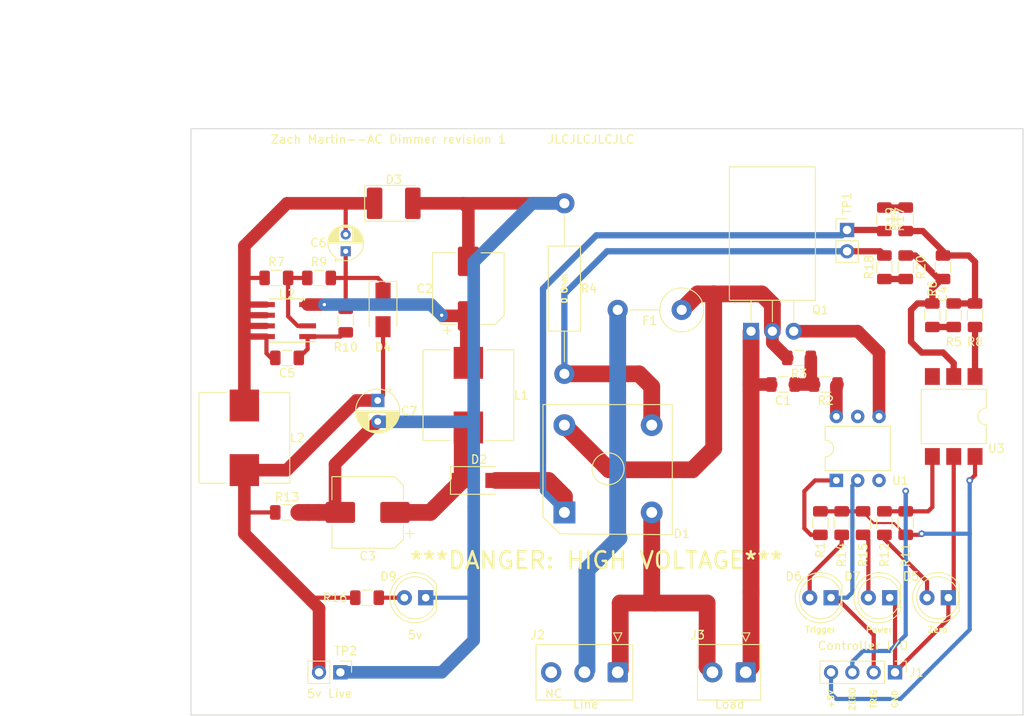
<source format=kicad_pcb>
(kicad_pcb (version 20171130) (host pcbnew "(5.1.6)-1")

  (general
    (thickness 1.6)
    (drawings 23)
    (tracks 220)
    (zones 0)
    (modules 51)
    (nets 37)
  )

  (page A4)
  (layers
    (0 F.Cu signal)
    (31 B.Cu signal)
    (32 B.Adhes user)
    (33 F.Adhes user)
    (34 B.Paste user)
    (35 F.Paste user)
    (36 B.SilkS user)
    (37 F.SilkS user)
    (38 B.Mask user)
    (39 F.Mask user)
    (40 Dwgs.User user)
    (41 Cmts.User user)
    (42 Eco1.User user)
    (43 Eco2.User user)
    (44 Edge.Cuts user)
    (45 Margin user)
    (46 B.CrtYd user)
    (47 F.CrtYd user)
    (48 B.Fab user)
    (49 F.Fab user hide)
  )

  (setup
    (last_trace_width 0.25)
    (user_trace_width 0.5)
    (user_trace_width 0.75)
    (user_trace_width 1)
    (user_trace_width 1.5)
    (user_trace_width 2)
    (user_trace_width 5)
    (trace_clearance 0.2)
    (zone_clearance 0.508)
    (zone_45_only no)
    (trace_min 0.2)
    (via_size 0.8)
    (via_drill 0.4)
    (via_min_size 0.4)
    (via_min_drill 0.3)
    (uvia_size 0.3)
    (uvia_drill 0.1)
    (uvias_allowed no)
    (uvia_min_size 0.2)
    (uvia_min_drill 0.1)
    (edge_width 0.05)
    (segment_width 0.2)
    (pcb_text_width 0.3)
    (pcb_text_size 1.5 1.5)
    (mod_edge_width 0.12)
    (mod_text_size 1 1)
    (mod_text_width 0.15)
    (pad_size 1.524 1.524)
    (pad_drill 0.762)
    (pad_to_mask_clearance 0.05)
    (aux_axis_origin 0 0)
    (visible_elements 7FFFFFFF)
    (pcbplotparams
      (layerselection 0x010fc_ffffffff)
      (usegerberextensions false)
      (usegerberattributes true)
      (usegerberadvancedattributes true)
      (creategerberjobfile true)
      (excludeedgelayer true)
      (linewidth 0.100000)
      (plotframeref false)
      (viasonmask false)
      (mode 1)
      (useauxorigin false)
      (hpglpennumber 1)
      (hpglpenspeed 20)
      (hpglpendiameter 15.000000)
      (psnegative false)
      (psa4output false)
      (plotreference true)
      (plotvalue true)
      (plotinvisibletext false)
      (padsonsilk false)
      (subtractmaskfromsilk false)
      (outputformat 1)
      (mirror false)
      (drillshape 0)
      (scaleselection 1)
      (outputdirectory "../../LAY/"))
  )

  (net 0 "")
  (net 1 "Net-(C1-Pad1)")
  (net 2 "Net-(C1-Pad2)")
  (net 3 GND)
  (net 4 +5V)
  (net 5 "Net-(R1-Pad2)")
  (net 6 "Net-(R2-Pad2)")
  (net 7 "Net-(U1-Pad3)")
  (net 8 "Net-(U1-Pad5)")
  (net 9 "Net-(C2-Pad1)")
  (net 10 "Net-(C3-Pad1)")
  (net 11 "Net-(C4-Pad2)")
  (net 12 "Net-(C4-Pad1)")
  (net 13 "Net-(C5-Pad1)")
  (net 14 "Net-(C5-Pad2)")
  (net 15 "Net-(C6-Pad1)")
  (net 16 "Net-(C7-Pad1)")
  (net 17 "Net-(D6-Pad2)")
  (net 18 "Net-(D7-Pad2)")
  (net 19 trigger)
  (net 20 "Net-(D9-Pad2)")
  (net 21 "Net-(F1-Pad2)")
  (net 22 zcross)
  (net 23 "Net-(R5-Pad2)")
  (net 24 "Net-(R7-Pad2)")
  (net 25 "Net-(R8-Pad2)")
  (net 26 "Net-(U3-Pad3)")
  (net 27 GND2)
  (net 28 "Net-(D1-Pad4)")
  (net 29 "Net-(D5-Pad2)")
  (net 30 "Net-(Q1-Pad3)")
  (net 31 "Net-(J2-Pad3)")
  (net 32 "Net-(D1-Pad2)")
  (net 33 "Net-(D1-Pad1)")
  (net 34 "Net-(D1-Pad3)")
  (net 35 "Net-(R17-Pad1)")
  (net 36 "Net-(R18-Pad1)")

  (net_class Default "This is the default net class."
    (clearance 0.2)
    (trace_width 0.25)
    (via_dia 0.8)
    (via_drill 0.4)
    (uvia_dia 0.3)
    (uvia_drill 0.1)
    (add_net +5V)
    (add_net GND)
    (add_net GND2)
    (add_net "Net-(C1-Pad1)")
    (add_net "Net-(C1-Pad2)")
    (add_net "Net-(C2-Pad1)")
    (add_net "Net-(C3-Pad1)")
    (add_net "Net-(C4-Pad1)")
    (add_net "Net-(C4-Pad2)")
    (add_net "Net-(C5-Pad1)")
    (add_net "Net-(C5-Pad2)")
    (add_net "Net-(C6-Pad1)")
    (add_net "Net-(C7-Pad1)")
    (add_net "Net-(D1-Pad1)")
    (add_net "Net-(D1-Pad2)")
    (add_net "Net-(D1-Pad3)")
    (add_net "Net-(D1-Pad4)")
    (add_net "Net-(D5-Pad2)")
    (add_net "Net-(D6-Pad2)")
    (add_net "Net-(D7-Pad2)")
    (add_net "Net-(D9-Pad2)")
    (add_net "Net-(F1-Pad2)")
    (add_net "Net-(J2-Pad3)")
    (add_net "Net-(Q1-Pad3)")
    (add_net "Net-(R1-Pad2)")
    (add_net "Net-(R17-Pad1)")
    (add_net "Net-(R18-Pad1)")
    (add_net "Net-(R2-Pad2)")
    (add_net "Net-(R5-Pad2)")
    (add_net "Net-(R7-Pad2)")
    (add_net "Net-(R8-Pad2)")
    (add_net "Net-(U1-Pad3)")
    (add_net "Net-(U1-Pad5)")
    (add_net "Net-(U3-Pad3)")
    (add_net trigger)
    (add_net zcross)
  )

  (module Resistor_SMD:R_1206_3216Metric (layer F.Cu) (tedit 5B301BBD) (tstamp 5F20BAF8)
    (at 182.88 73.66 270)
    (descr "Resistor SMD 1206 (3216 Metric), square (rectangular) end terminal, IPC_7351 nominal, (Body size source: http://www.tortai-tech.com/upload/download/2011102023233369053.pdf), generated with kicad-footprint-generator")
    (tags resistor)
    (path /5F234C16)
    (attr smd)
    (fp_text reference R20 (at 0 -1.82 90) (layer F.SilkS)
      (effects (font (size 1 1) (thickness 0.15)))
    )
    (fp_text value 10k (at 0 1.82 90) (layer F.Fab)
      (effects (font (size 1 1) (thickness 0.15)))
    )
    (fp_line (start 2.28 1.12) (end -2.28 1.12) (layer F.CrtYd) (width 0.05))
    (fp_line (start 2.28 -1.12) (end 2.28 1.12) (layer F.CrtYd) (width 0.05))
    (fp_line (start -2.28 -1.12) (end 2.28 -1.12) (layer F.CrtYd) (width 0.05))
    (fp_line (start -2.28 1.12) (end -2.28 -1.12) (layer F.CrtYd) (width 0.05))
    (fp_line (start -0.602064 0.91) (end 0.602064 0.91) (layer F.SilkS) (width 0.12))
    (fp_line (start -0.602064 -0.91) (end 0.602064 -0.91) (layer F.SilkS) (width 0.12))
    (fp_line (start 1.6 0.8) (end -1.6 0.8) (layer F.Fab) (width 0.1))
    (fp_line (start 1.6 -0.8) (end 1.6 0.8) (layer F.Fab) (width 0.1))
    (fp_line (start -1.6 -0.8) (end 1.6 -0.8) (layer F.Fab) (width 0.1))
    (fp_line (start -1.6 0.8) (end -1.6 -0.8) (layer F.Fab) (width 0.1))
    (fp_text user %R (at 0 0 90) (layer F.Fab)
      (effects (font (size 0.8 0.8) (thickness 0.12)))
    )
    (pad 2 smd roundrect (at 1.4 0 270) (size 1.25 1.75) (layers F.Cu F.Paste F.Mask) (roundrect_rratio 0.2)
      (net 36 "Net-(R18-Pad1)"))
    (pad 1 smd roundrect (at -1.4 0 270) (size 1.25 1.75) (layers F.Cu F.Paste F.Mask) (roundrect_rratio 0.2)
      (net 11 "Net-(C4-Pad2)"))
    (model ${KISYS3DMOD}/Resistor_SMD.3dshapes/R_1206_3216Metric.wrl
      (at (xyz 0 0 0))
      (scale (xyz 1 1 1))
      (rotate (xyz 0 0 0))
    )
  )

  (module Resistor_SMD:R_1206_3216Metric (layer F.Cu) (tedit 5B301BBD) (tstamp 5F20BAE7)
    (at 182.88 67.945 90)
    (descr "Resistor SMD 1206 (3216 Metric), square (rectangular) end terminal, IPC_7351 nominal, (Body size source: http://www.tortai-tech.com/upload/download/2011102023233369053.pdf), generated with kicad-footprint-generator")
    (tags resistor)
    (path /5F22AA57)
    (attr smd)
    (fp_text reference R19 (at 0 -1.82 90) (layer F.SilkS)
      (effects (font (size 1 1) (thickness 0.15)))
    )
    (fp_text value 10k (at 0 1.82 90) (layer F.Fab)
      (effects (font (size 1 1) (thickness 0.15)))
    )
    (fp_line (start 2.28 1.12) (end -2.28 1.12) (layer F.CrtYd) (width 0.05))
    (fp_line (start 2.28 -1.12) (end 2.28 1.12) (layer F.CrtYd) (width 0.05))
    (fp_line (start -2.28 -1.12) (end 2.28 -1.12) (layer F.CrtYd) (width 0.05))
    (fp_line (start -2.28 1.12) (end -2.28 -1.12) (layer F.CrtYd) (width 0.05))
    (fp_line (start -0.602064 0.91) (end 0.602064 0.91) (layer F.SilkS) (width 0.12))
    (fp_line (start -0.602064 -0.91) (end 0.602064 -0.91) (layer F.SilkS) (width 0.12))
    (fp_line (start 1.6 0.8) (end -1.6 0.8) (layer F.Fab) (width 0.1))
    (fp_line (start 1.6 -0.8) (end 1.6 0.8) (layer F.Fab) (width 0.1))
    (fp_line (start -1.6 -0.8) (end 1.6 -0.8) (layer F.Fab) (width 0.1))
    (fp_line (start -1.6 0.8) (end -1.6 -0.8) (layer F.Fab) (width 0.1))
    (fp_text user %R (at 0 0 90) (layer F.Fab)
      (effects (font (size 0.8 0.8) (thickness 0.12)))
    )
    (pad 2 smd roundrect (at 1.4 0 90) (size 1.25 1.75) (layers F.Cu F.Paste F.Mask) (roundrect_rratio 0.2)
      (net 35 "Net-(R17-Pad1)"))
    (pad 1 smd roundrect (at -1.4 0 90) (size 1.25 1.75) (layers F.Cu F.Paste F.Mask) (roundrect_rratio 0.2)
      (net 12 "Net-(C4-Pad1)"))
    (model ${KISYS3DMOD}/Resistor_SMD.3dshapes/R_1206_3216Metric.wrl
      (at (xyz 0 0 0))
      (scale (xyz 1 1 1))
      (rotate (xyz 0 0 0))
    )
  )

  (module Resistor_SMD:R_1206_3216Metric (layer F.Cu) (tedit 5B301BBD) (tstamp 5F20BAD6)
    (at 180.34 73.66 90)
    (descr "Resistor SMD 1206 (3216 Metric), square (rectangular) end terminal, IPC_7351 nominal, (Body size source: http://www.tortai-tech.com/upload/download/2011102023233369053.pdf), generated with kicad-footprint-generator")
    (tags resistor)
    (path /5F231512)
    (attr smd)
    (fp_text reference R18 (at 0 -1.82 90) (layer F.SilkS)
      (effects (font (size 1 1) (thickness 0.15)))
    )
    (fp_text value 10k (at 0 1.82 90) (layer F.Fab)
      (effects (font (size 1 1) (thickness 0.15)))
    )
    (fp_line (start 2.28 1.12) (end -2.28 1.12) (layer F.CrtYd) (width 0.05))
    (fp_line (start 2.28 -1.12) (end 2.28 1.12) (layer F.CrtYd) (width 0.05))
    (fp_line (start -2.28 -1.12) (end 2.28 -1.12) (layer F.CrtYd) (width 0.05))
    (fp_line (start -2.28 1.12) (end -2.28 -1.12) (layer F.CrtYd) (width 0.05))
    (fp_line (start -0.602064 0.91) (end 0.602064 0.91) (layer F.SilkS) (width 0.12))
    (fp_line (start -0.602064 -0.91) (end 0.602064 -0.91) (layer F.SilkS) (width 0.12))
    (fp_line (start 1.6 0.8) (end -1.6 0.8) (layer F.Fab) (width 0.1))
    (fp_line (start 1.6 -0.8) (end 1.6 0.8) (layer F.Fab) (width 0.1))
    (fp_line (start -1.6 -0.8) (end 1.6 -0.8) (layer F.Fab) (width 0.1))
    (fp_line (start -1.6 0.8) (end -1.6 -0.8) (layer F.Fab) (width 0.1))
    (fp_text user %R (at 0 0 90) (layer F.Fab)
      (effects (font (size 0.8 0.8) (thickness 0.12)))
    )
    (pad 2 smd roundrect (at 1.4 0 90) (size 1.25 1.75) (layers F.Cu F.Paste F.Mask) (roundrect_rratio 0.2)
      (net 34 "Net-(D1-Pad3)"))
    (pad 1 smd roundrect (at -1.4 0 90) (size 1.25 1.75) (layers F.Cu F.Paste F.Mask) (roundrect_rratio 0.2)
      (net 36 "Net-(R18-Pad1)"))
    (model ${KISYS3DMOD}/Resistor_SMD.3dshapes/R_1206_3216Metric.wrl
      (at (xyz 0 0 0))
      (scale (xyz 1 1 1))
      (rotate (xyz 0 0 0))
    )
  )

  (module Resistor_SMD:R_1206_3216Metric (layer F.Cu) (tedit 5B301BBD) (tstamp 5F20BAC5)
    (at 180.34 67.945 270)
    (descr "Resistor SMD 1206 (3216 Metric), square (rectangular) end terminal, IPC_7351 nominal, (Body size source: http://www.tortai-tech.com/upload/download/2011102023233369053.pdf), generated with kicad-footprint-generator")
    (tags resistor)
    (path /5F223604)
    (attr smd)
    (fp_text reference R17 (at 0 -1.82 90) (layer F.SilkS)
      (effects (font (size 1 1) (thickness 0.15)))
    )
    (fp_text value 10k (at 0 1.82 90) (layer F.Fab)
      (effects (font (size 1 1) (thickness 0.15)))
    )
    (fp_line (start 2.28 1.12) (end -2.28 1.12) (layer F.CrtYd) (width 0.05))
    (fp_line (start 2.28 -1.12) (end 2.28 1.12) (layer F.CrtYd) (width 0.05))
    (fp_line (start -2.28 -1.12) (end 2.28 -1.12) (layer F.CrtYd) (width 0.05))
    (fp_line (start -2.28 1.12) (end -2.28 -1.12) (layer F.CrtYd) (width 0.05))
    (fp_line (start -0.602064 0.91) (end 0.602064 0.91) (layer F.SilkS) (width 0.12))
    (fp_line (start -0.602064 -0.91) (end 0.602064 -0.91) (layer F.SilkS) (width 0.12))
    (fp_line (start 1.6 0.8) (end -1.6 0.8) (layer F.Fab) (width 0.1))
    (fp_line (start 1.6 -0.8) (end 1.6 0.8) (layer F.Fab) (width 0.1))
    (fp_line (start -1.6 -0.8) (end 1.6 -0.8) (layer F.Fab) (width 0.1))
    (fp_line (start -1.6 0.8) (end -1.6 -0.8) (layer F.Fab) (width 0.1))
    (fp_text user %R (at 0 0 90) (layer F.Fab)
      (effects (font (size 0.8 0.8) (thickness 0.12)))
    )
    (pad 2 smd roundrect (at 1.4 0 270) (size 1.25 1.75) (layers F.Cu F.Paste F.Mask) (roundrect_rratio 0.2)
      (net 33 "Net-(D1-Pad1)"))
    (pad 1 smd roundrect (at -1.4 0 270) (size 1.25 1.75) (layers F.Cu F.Paste F.Mask) (roundrect_rratio 0.2)
      (net 35 "Net-(R17-Pad1)"))
    (model ${KISYS3DMOD}/Resistor_SMD.3dshapes/R_1206_3216Metric.wrl
      (at (xyz 0 0 0))
      (scale (xyz 1 1 1))
      (rotate (xyz 0 0 0))
    )
  )

  (module Resistor_THT:R_Axial_DIN0516_L15.5mm_D5.0mm_P7.62mm_Vertical (layer F.Cu) (tedit 5AE5139B) (tstamp 5F17D150)
    (at 156.21 78.74 180)
    (descr "Resistor, Axial_DIN0516 series, Axial, Vertical, pin pitch=7.62mm, 2W, length*diameter=15.5*5mm^2, http://cdn-reichelt.de/documents/datenblatt/B400/1_4W%23YAG.pdf")
    (tags "Resistor Axial_DIN0516 series Axial Vertical pin pitch 7.62mm 2W length 15.5mm diameter 5mm")
    (path /5F17F1DE)
    (fp_text reference F1 (at 3.81 -1.27) (layer F.SilkS)
      (effects (font (size 1 1) (thickness 0.15)))
    )
    (fp_text value 2A (at 3.81 3.62) (layer F.Fab)
      (effects (font (size 1 1) (thickness 0.15)))
    )
    (fp_line (start 9.07 -2.75) (end -2.75 -2.75) (layer F.CrtYd) (width 0.05))
    (fp_line (start 9.07 2.75) (end 9.07 -2.75) (layer F.CrtYd) (width 0.05))
    (fp_line (start -2.75 2.75) (end 9.07 2.75) (layer F.CrtYd) (width 0.05))
    (fp_line (start -2.75 -2.75) (end -2.75 2.75) (layer F.CrtYd) (width 0.05))
    (fp_line (start 2.62 0) (end 6.12 0) (layer F.SilkS) (width 0.12))
    (fp_line (start 0 0) (end 7.62 0) (layer F.Fab) (width 0.1))
    (fp_circle (center 0 0) (end 2.62 0) (layer F.SilkS) (width 0.12))
    (fp_circle (center 0 0) (end 2.5 0) (layer F.Fab) (width 0.1))
    (fp_text user %R (at 3.81 -3.62) (layer F.Fab)
      (effects (font (size 1 1) (thickness 0.15)))
    )
    (pad 2 thru_hole oval (at 7.62 0 180) (size 2.4 2.4) (drill 1.2) (layers *.Cu *.Mask)
      (net 21 "Net-(F1-Pad2)"))
    (pad 1 thru_hole circle (at 0 0 180) (size 2.4 2.4) (drill 1.2) (layers *.Cu *.Mask)
      (net 28 "Net-(D1-Pad4)"))
    (model ${KISYS3DMOD}/Resistor_THT.3dshapes/R_Axial_DIN0516_L15.5mm_D5.0mm_P7.62mm_Vertical.wrl
      (at (xyz 0 0 0))
      (scale (xyz 1 1 1))
      (rotate (xyz 0 0 0))
    )
  )

  (module Diode_THT:Diode_Bridge_Vishay_KBPC6 (layer F.Cu) (tedit 5A638B70) (tstamp 5F1F210C)
    (at 142.24 102.87 90)
    (descr "Single phase bridge rectifier case KBPC6, see http://www.vishay.com/docs/93585/vs-kbpc1series.pdf")
    (tags "Diode Bridge")
    (path /5F1F902E)
    (fp_text reference D1 (at -2.54 13.97) (layer F.SilkS)
      (effects (font (size 1 1) (thickness 0.15)))
    )
    (fp_text value D_Bridge_+A-A (at 6 -3.7 270) (layer F.Fab)
      (effects (font (size 1 1) (thickness 0.15)))
    )
    (fp_line (start -2.5 -0.5) (end -0.5 -2.5) (layer F.Fab) (width 0.12))
    (fp_line (start -0.5 -2.5) (end 12.8 -2.5) (layer F.Fab) (width 0.12))
    (fp_line (start 12.8 -2.5) (end 12.8 12.8) (layer F.Fab) (width 0.12))
    (fp_line (start 12.8 12.8) (end -2.55 12.8) (layer F.Fab) (width 0.12))
    (fp_line (start -2.55 12.8) (end -2.5 -0.5) (layer F.Fab) (width 0.12))
    (fp_line (start 12.85 -2.55) (end -0.55 -2.55) (layer F.SilkS) (width 0.12))
    (fp_line (start -0.55 -2.55) (end -2.55 -0.55) (layer F.SilkS) (width 0.12))
    (fp_line (start -2.55 -0.55) (end -2.65 12.85) (layer F.SilkS) (width 0.12))
    (fp_line (start -2.65 12.85) (end 12.85 12.85) (layer F.SilkS) (width 0.12))
    (fp_line (start 12.85 12.85) (end 12.85 -2.55) (layer F.SilkS) (width 0.12))
    (fp_line (start 13.05 -2.75) (end 13.05 13.05) (layer F.CrtYd) (width 0.05))
    (fp_line (start 13.05 13.05) (end -2.8 13.05) (layer F.CrtYd) (width 0.05))
    (fp_line (start -2.8 13.05) (end -2.75 -0.65) (layer F.CrtYd) (width 0.05))
    (fp_line (start -2.75 -0.65) (end -0.65 -2.75) (layer F.CrtYd) (width 0.05))
    (fp_line (start -0.65 -2.75) (end 13.05 -2.75) (layer F.CrtYd) (width 0.05))
    (fp_circle (center 5.2 5.2) (end 5.2 7.1) (layer F.SilkS) (width 0.12))
    (fp_text user %R (at 5.2 5.415 270) (layer F.Fab)
      (effects (font (size 1 1) (thickness 0.15)))
    )
    (pad 2 thru_hole circle (at 0 10.4 90) (size 2.6 2.6) (drill 1.3) (layers *.Cu *.Mask)
      (net 32 "Net-(D1-Pad2)"))
    (pad 1 thru_hole rect (at 0 0 90) (size 2.6 2.6) (drill 1.3) (layers *.Cu *.Mask)
      (net 33 "Net-(D1-Pad1)"))
    (pad 4 thru_hole circle (at 10.4 0 90) (size 2.6 2.6) (drill 1.3) (layers *.Cu *.Mask)
      (net 28 "Net-(D1-Pad4)"))
    (pad 3 thru_hole circle (at 10.4 10.4 90) (size 2.6 2.6) (drill 1.3) (layers *.Cu *.Mask)
      (net 34 "Net-(D1-Pad3)"))
    (model ${KISYS3DMOD}/Diode_THT.3dshapes/Diode_Bridge_Vishay_KBPC6.wrl
      (at (xyz 0 0 0))
      (scale (xyz 1 1 1))
      (rotate (xyz 0 0 0))
    )
  )

  (module Connector_TE-Connectivity:TE_826576-2_1x02_P3.96mm_Vertical (layer F.Cu) (tedit 5D8E60CA) (tstamp 5F18066F)
    (at 163.83 121.92 180)
    (descr "TE, 826576-2, 2 Pins (https://www.te.com/commerce/DocumentDelivery/DDEController?Action=srchrtrv&DocNm=826576&DocType=Customer+Drawing&DocLang=English), generated with kicad-footprint-generator")
    (tags "connector TE 826576 vertical")
    (path /5F15C2CF)
    (fp_text reference J3 (at 5.715 4.445) (layer F.SilkS)
      (effects (font (size 1 1) (thickness 0.15)))
    )
    (fp_text value "Load (motor)" (at 0 4.87) (layer F.Fab)
      (effects (font (size 1 1) (thickness 0.15)))
    )
    (fp_line (start 6.13 -3.7) (end -2.17 -3.7) (layer F.CrtYd) (width 0.05))
    (fp_line (start 6.13 3.7) (end 6.13 -3.7) (layer F.CrtYd) (width 0.05))
    (fp_line (start -2.17 3.7) (end 6.13 3.7) (layer F.CrtYd) (width 0.05))
    (fp_line (start -2.17 -3.7) (end -2.17 3.7) (layer F.CrtYd) (width 0.05))
    (fp_line (start 0.5 4.7) (end -0.5 4.7) (layer F.SilkS) (width 0.12))
    (fp_line (start 0 3.7) (end 0.5 4.7) (layer F.SilkS) (width 0.12))
    (fp_line (start -0.5 4.7) (end 0 3.7) (layer F.SilkS) (width 0.12))
    (fp_line (start 0 2.2) (end 0.5 3.2) (layer F.Fab) (width 0.1))
    (fp_line (start -0.5 3.2) (end 0 2.2) (layer F.Fab) (width 0.1))
    (fp_line (start 5.74 3.31) (end 1.98 3.31) (layer F.SilkS) (width 0.12))
    (fp_line (start 5.74 -3.31) (end 5.74 3.31) (layer F.SilkS) (width 0.12))
    (fp_line (start 1.98 -3.31) (end 5.74 -3.31) (layer F.SilkS) (width 0.12))
    (fp_line (start -1.78 3.31) (end 1.98 3.31) (layer F.SilkS) (width 0.12))
    (fp_line (start -1.78 -3.31) (end -1.78 3.31) (layer F.SilkS) (width 0.12))
    (fp_line (start 1.98 -3.31) (end -1.78 -3.31) (layer F.SilkS) (width 0.12))
    (fp_line (start 5.63 3.2) (end 1.98 3.2) (layer F.Fab) (width 0.1))
    (fp_line (start 5.63 -3.2) (end 5.63 3.2) (layer F.Fab) (width 0.1))
    (fp_line (start 1.98 -3.2) (end 5.63 -3.2) (layer F.Fab) (width 0.1))
    (fp_line (start -1.67 3.2) (end 1.98 3.2) (layer F.Fab) (width 0.1))
    (fp_line (start -1.67 -3.2) (end -1.67 3.2) (layer F.Fab) (width 0.1))
    (fp_line (start 1.98 -3.2) (end -1.67 -3.2) (layer F.Fab) (width 0.1))
    (fp_text user %R (at 0 1.27 90) (layer F.Fab)
      (effects (font (size 1 1) (thickness 0.15)))
    )
    (pad 2 thru_hole circle (at 3.96 0 180) (size 2.4 2.4) (drill 1.4) (layers *.Cu *.Mask)
      (net 32 "Net-(D1-Pad2)"))
    (pad 1 thru_hole roundrect (at 0 0 180) (size 2.4 2.4) (drill 1.4) (layers *.Cu *.Mask) (roundrect_rratio 0.104167)
      (net 2 "Net-(C1-Pad2)"))
    (model ${KISYS3DMOD}/Connector_TE-Connectivity.3dshapes/TE_826576-2_1x02_P3.96mm_Vertical.wrl
      (at (xyz 0 0 0))
      (scale (xyz 1 1 1))
      (rotate (xyz 0 0 0))
    )
  )

  (module Connector_TE-Connectivity:TE_826576-3_1x03_P3.96mm_Vertical (layer F.Cu) (tedit 5D8E60CA) (tstamp 5F176C89)
    (at 148.59 121.92 180)
    (descr "TE, 826576-3, 3 Pins (https://www.te.com/commerce/DocumentDelivery/DDEController?Action=srchrtrv&DocNm=826576&DocType=Customer+Drawing&DocLang=English), generated with kicad-footprint-generator")
    (tags "connector TE 826576 vertical")
    (path /5F17CF87)
    (fp_text reference J2 (at 9.525 4.445) (layer F.SilkS)
      (effects (font (size 1 1) (thickness 0.15)))
    )
    (fp_text value Conn_01x03 (at 3.96 4.4) (layer F.Fab)
      (effects (font (size 1 1) (thickness 0.15)))
    )
    (fp_line (start 10.11 -3.7) (end -2.19 -3.7) (layer F.CrtYd) (width 0.05))
    (fp_line (start 10.11 3.7) (end 10.11 -3.7) (layer F.CrtYd) (width 0.05))
    (fp_line (start -2.19 3.7) (end 10.11 3.7) (layer F.CrtYd) (width 0.05))
    (fp_line (start -2.19 -3.7) (end -2.19 3.7) (layer F.CrtYd) (width 0.05))
    (fp_line (start 0.5 4.7) (end -0.5 4.7) (layer F.SilkS) (width 0.12))
    (fp_line (start 0 3.7) (end 0.5 4.7) (layer F.SilkS) (width 0.12))
    (fp_line (start -0.5 4.7) (end 0 3.7) (layer F.SilkS) (width 0.12))
    (fp_line (start 0 2.2) (end 0.5 3.2) (layer F.Fab) (width 0.1))
    (fp_line (start -0.5 3.2) (end 0 2.2) (layer F.Fab) (width 0.1))
    (fp_line (start 9.72 3.31) (end 3.96 3.31) (layer F.SilkS) (width 0.12))
    (fp_line (start 9.72 -3.31) (end 9.72 3.31) (layer F.SilkS) (width 0.12))
    (fp_line (start 3.96 -3.31) (end 9.72 -3.31) (layer F.SilkS) (width 0.12))
    (fp_line (start -1.8 3.31) (end 3.96 3.31) (layer F.SilkS) (width 0.12))
    (fp_line (start -1.8 -3.31) (end -1.8 3.31) (layer F.SilkS) (width 0.12))
    (fp_line (start 3.96 -3.31) (end -1.8 -3.31) (layer F.SilkS) (width 0.12))
    (fp_line (start 9.61 3.2) (end 3.96 3.2) (layer F.Fab) (width 0.1))
    (fp_line (start 9.61 -3.2) (end 9.61 3.2) (layer F.Fab) (width 0.1))
    (fp_line (start 3.96 -3.2) (end 9.61 -3.2) (layer F.Fab) (width 0.1))
    (fp_line (start -1.69 3.2) (end 3.96 3.2) (layer F.Fab) (width 0.1))
    (fp_line (start -1.69 -3.2) (end -1.69 3.2) (layer F.Fab) (width 0.1))
    (fp_line (start 3.96 -3.2) (end -1.69 -3.2) (layer F.Fab) (width 0.1))
    (fp_text user %R (at 3.96 -2.5) (layer F.Fab)
      (effects (font (size 1 1) (thickness 0.15)))
    )
    (pad 3 thru_hole circle (at 7.92 0 180) (size 2.4 2.4) (drill 1.4) (layers *.Cu *.Mask)
      (net 31 "Net-(J2-Pad3)"))
    (pad 2 thru_hole circle (at 3.96 0 180) (size 2.4 2.4) (drill 1.4) (layers *.Cu *.Mask)
      (net 21 "Net-(F1-Pad2)"))
    (pad 1 thru_hole roundrect (at 0 0 180) (size 2.4 2.4) (drill 1.4) (layers *.Cu *.Mask) (roundrect_rratio 0.104167)
      (net 32 "Net-(D1-Pad2)"))
    (model ${KISYS3DMOD}/Connector_TE-Connectivity.3dshapes/TE_826576-3_1x03_P3.96mm_Vertical.wrl
      (at (xyz 0 0 0))
      (scale (xyz 1 1 1))
      (rotate (xyz 0 0 0))
    )
  )

  (module MountingHole:MountingHole_4.3mm_M4 (layer F.Cu) (tedit 56D1B4CB) (tstamp 5F1F378F)
    (at 192.405 122.555 180)
    (descr "Mounting Hole 4.3mm, no annular, M4")
    (tags "mounting hole 4.3mm no annular m4")
    (attr virtual)
    (fp_text reference REF** (at 0 -5.3) (layer F.SilkS) hide
      (effects (font (size 1 1) (thickness 0.15)))
    )
    (fp_text value MountingHole_4.3mm_M4 (at 0 5.3) (layer F.Fab)
      (effects (font (size 1 1) (thickness 0.15)))
    )
    (fp_circle (center 0 0) (end 4.3 0) (layer Cmts.User) (width 0.15))
    (fp_circle (center 0 0) (end 4.55 0) (layer F.CrtYd) (width 0.05))
    (fp_text user %R (at 0.3 0) (layer F.Fab)
      (effects (font (size 1 1) (thickness 0.15)))
    )
    (pad 1 np_thru_hole circle (at 0 0 180) (size 4.3 4.3) (drill 4.3) (layers *.Cu *.Mask))
  )

  (module MountingHole:MountingHole_4.3mm_M4 (layer F.Cu) (tedit 56D1B4CB) (tstamp 5F1F3772)
    (at 102.235 122.555 180)
    (descr "Mounting Hole 4.3mm, no annular, M4")
    (tags "mounting hole 4.3mm no annular m4")
    (attr virtual)
    (fp_text reference REF** (at 0 -5.3) (layer F.SilkS) hide
      (effects (font (size 1 1) (thickness 0.15)))
    )
    (fp_text value MountingHole_4.3mm_M4 (at 0 5.3) (layer F.Fab)
      (effects (font (size 1 1) (thickness 0.15)))
    )
    (fp_circle (center 0 0) (end 4.3 0) (layer Cmts.User) (width 0.15))
    (fp_circle (center 0 0) (end 4.55 0) (layer F.CrtYd) (width 0.05))
    (fp_text user %R (at 0.3 0) (layer F.Fab)
      (effects (font (size 1 1) (thickness 0.15)))
    )
    (pad 1 np_thru_hole circle (at 0 0 180) (size 4.3 4.3) (drill 4.3) (layers *.Cu *.Mask))
  )

  (module MountingHole:MountingHole_4.3mm_M4 (layer F.Cu) (tedit 56D1B4CB) (tstamp 5F1F3649)
    (at 102.235 61.595 180)
    (descr "Mounting Hole 4.3mm, no annular, M4")
    (tags "mounting hole 4.3mm no annular m4")
    (attr virtual)
    (fp_text reference REF** (at 0 -5.3) (layer F.SilkS) hide
      (effects (font (size 1 1) (thickness 0.15)))
    )
    (fp_text value MountingHole_4.3mm_M4 (at 0 5.3) (layer F.Fab)
      (effects (font (size 1 1) (thickness 0.15)))
    )
    (fp_circle (center 0 0) (end 4.3 0) (layer Cmts.User) (width 0.15))
    (fp_circle (center 0 0) (end 4.55 0) (layer F.CrtYd) (width 0.05))
    (fp_text user %R (at 0.3 0) (layer F.Fab)
      (effects (font (size 1 1) (thickness 0.15)))
    )
    (pad 1 np_thru_hole circle (at 0 0 180) (size 4.3 4.3) (drill 4.3) (layers *.Cu *.Mask))
  )

  (module MountingHole:MountingHole_4.3mm_M4 (layer F.Cu) (tedit 56D1B4CB) (tstamp 5F1F350B)
    (at 192.405 61.595 180)
    (descr "Mounting Hole 4.3mm, no annular, M4")
    (tags "mounting hole 4.3mm no annular m4")
    (attr virtual)
    (fp_text reference REF** (at 0 -5.3) (layer F.SilkS) hide
      (effects (font (size 1 1) (thickness 0.15)))
    )
    (fp_text value MountingHole_4.3mm_M4 (at 0 5.3) (layer F.Fab)
      (effects (font (size 1 1) (thickness 0.15)))
    )
    (fp_circle (center 0 0) (end 4.3 0) (layer Cmts.User) (width 0.15))
    (fp_circle (center 0 0) (end 4.55 0) (layer F.CrtYd) (width 0.05))
    (fp_text user %R (at 0.3 0) (layer F.Fab)
      (effects (font (size 1 1) (thickness 0.15)))
    )
    (pad 1 np_thru_hole circle (at 0 0 180) (size 4.3 4.3) (drill 4.3) (layers *.Cu *.Mask))
  )

  (module Capacitor_SMD:C_1206_3216Metric (layer F.Cu) (tedit 5B301BBE) (tstamp 5F176A05)
    (at 168.275 87.63 180)
    (descr "Capacitor SMD 1206 (3216 Metric), square (rectangular) end terminal, IPC_7351 nominal, (Body size source: http://www.tortai-tech.com/upload/download/2011102023233369053.pdf), generated with kicad-footprint-generator")
    (tags capacitor)
    (path /5F12E9AF)
    (attr smd)
    (fp_text reference C1 (at 0 -1.905) (layer F.SilkS)
      (effects (font (size 1 1) (thickness 0.15)))
    )
    (fp_text value 200nF (at 0 1.82) (layer F.Fab)
      (effects (font (size 1 1) (thickness 0.15)))
    )
    (fp_line (start 2.28 1.12) (end -2.28 1.12) (layer F.CrtYd) (width 0.05))
    (fp_line (start 2.28 -1.12) (end 2.28 1.12) (layer F.CrtYd) (width 0.05))
    (fp_line (start -2.28 -1.12) (end 2.28 -1.12) (layer F.CrtYd) (width 0.05))
    (fp_line (start -2.28 1.12) (end -2.28 -1.12) (layer F.CrtYd) (width 0.05))
    (fp_line (start -0.602064 0.91) (end 0.602064 0.91) (layer F.SilkS) (width 0.12))
    (fp_line (start -0.602064 -0.91) (end 0.602064 -0.91) (layer F.SilkS) (width 0.12))
    (fp_line (start 1.6 0.8) (end -1.6 0.8) (layer F.Fab) (width 0.1))
    (fp_line (start 1.6 -0.8) (end 1.6 0.8) (layer F.Fab) (width 0.1))
    (fp_line (start -1.6 -0.8) (end 1.6 -0.8) (layer F.Fab) (width 0.1))
    (fp_line (start -1.6 0.8) (end -1.6 -0.8) (layer F.Fab) (width 0.1))
    (fp_text user %R (at 0 0) (layer F.Fab)
      (effects (font (size 0.8 0.8) (thickness 0.12)))
    )
    (pad 1 smd roundrect (at -1.4 0 180) (size 1.25 1.75) (layers F.Cu F.Paste F.Mask) (roundrect_rratio 0.2)
      (net 1 "Net-(C1-Pad1)"))
    (pad 2 smd roundrect (at 1.4 0 180) (size 1.25 1.75) (layers F.Cu F.Paste F.Mask) (roundrect_rratio 0.2)
      (net 2 "Net-(C1-Pad2)"))
    (model ${KISYS3DMOD}/Capacitor_SMD.3dshapes/C_1206_3216Metric.wrl
      (at (xyz 0 0 0))
      (scale (xyz 1 1 1))
      (rotate (xyz 0 0 0))
    )
  )

  (module Capacitor_SMD:CP_Elec_8x10 (layer F.Cu) (tedit 5BCA39D0) (tstamp 5F176A2D)
    (at 130.81 76.2 90)
    (descr "SMD capacitor, aluminum electrolytic, Nichicon, 8.0x10mm")
    (tags "capacitor electrolytic")
    (path /5F1B31AF)
    (attr smd)
    (fp_text reference C2 (at 0 -5.2 180) (layer F.SilkS)
      (effects (font (size 1 1) (thickness 0.15)))
    )
    (fp_text value 4.7uF (at 0 5.2 90) (layer F.Fab)
      (effects (font (size 1 1) (thickness 0.15)))
    )
    (fp_line (start -5.25 1.5) (end -4.4 1.5) (layer F.CrtYd) (width 0.05))
    (fp_line (start -5.25 -1.5) (end -5.25 1.5) (layer F.CrtYd) (width 0.05))
    (fp_line (start -4.4 -1.5) (end -5.25 -1.5) (layer F.CrtYd) (width 0.05))
    (fp_line (start -4.4 1.5) (end -4.4 3.25) (layer F.CrtYd) (width 0.05))
    (fp_line (start -4.4 -3.25) (end -4.4 -1.5) (layer F.CrtYd) (width 0.05))
    (fp_line (start -4.4 -3.25) (end -3.25 -4.4) (layer F.CrtYd) (width 0.05))
    (fp_line (start -4.4 3.25) (end -3.25 4.4) (layer F.CrtYd) (width 0.05))
    (fp_line (start -3.25 -4.4) (end 4.4 -4.4) (layer F.CrtYd) (width 0.05))
    (fp_line (start -3.25 4.4) (end 4.4 4.4) (layer F.CrtYd) (width 0.05))
    (fp_line (start 4.4 1.5) (end 4.4 4.4) (layer F.CrtYd) (width 0.05))
    (fp_line (start 5.25 1.5) (end 4.4 1.5) (layer F.CrtYd) (width 0.05))
    (fp_line (start 5.25 -1.5) (end 5.25 1.5) (layer F.CrtYd) (width 0.05))
    (fp_line (start 4.4 -1.5) (end 5.25 -1.5) (layer F.CrtYd) (width 0.05))
    (fp_line (start 4.4 -4.4) (end 4.4 -1.5) (layer F.CrtYd) (width 0.05))
    (fp_line (start -5 -3.01) (end -5 -2.01) (layer F.SilkS) (width 0.12))
    (fp_line (start -5.5 -2.51) (end -4.5 -2.51) (layer F.SilkS) (width 0.12))
    (fp_line (start -4.26 3.195563) (end -3.195563 4.26) (layer F.SilkS) (width 0.12))
    (fp_line (start -4.26 -3.195563) (end -3.195563 -4.26) (layer F.SilkS) (width 0.12))
    (fp_line (start -4.26 -3.195563) (end -4.26 -1.51) (layer F.SilkS) (width 0.12))
    (fp_line (start -4.26 3.195563) (end -4.26 1.51) (layer F.SilkS) (width 0.12))
    (fp_line (start -3.195563 4.26) (end 4.26 4.26) (layer F.SilkS) (width 0.12))
    (fp_line (start -3.195563 -4.26) (end 4.26 -4.26) (layer F.SilkS) (width 0.12))
    (fp_line (start 4.26 -4.26) (end 4.26 -1.51) (layer F.SilkS) (width 0.12))
    (fp_line (start 4.26 4.26) (end 4.26 1.51) (layer F.SilkS) (width 0.12))
    (fp_line (start -3.162278 -1.9) (end -3.162278 -1.1) (layer F.Fab) (width 0.1))
    (fp_line (start -3.562278 -1.5) (end -2.762278 -1.5) (layer F.Fab) (width 0.1))
    (fp_line (start -4.15 3.15) (end -3.15 4.15) (layer F.Fab) (width 0.1))
    (fp_line (start -4.15 -3.15) (end -3.15 -4.15) (layer F.Fab) (width 0.1))
    (fp_line (start -4.15 -3.15) (end -4.15 3.15) (layer F.Fab) (width 0.1))
    (fp_line (start -3.15 4.15) (end 4.15 4.15) (layer F.Fab) (width 0.1))
    (fp_line (start -3.15 -4.15) (end 4.15 -4.15) (layer F.Fab) (width 0.1))
    (fp_line (start 4.15 -4.15) (end 4.15 4.15) (layer F.Fab) (width 0.1))
    (fp_circle (center 0 0) (end 4 0) (layer F.Fab) (width 0.1))
    (fp_text user %R (at 0 0 90) (layer F.Fab)
      (effects (font (size 1 1) (thickness 0.15)))
    )
    (pad 1 smd roundrect (at -3.25 0 90) (size 3.5 2.5) (layers F.Cu F.Paste F.Mask) (roundrect_rratio 0.1)
      (net 9 "Net-(C2-Pad1)"))
    (pad 2 smd roundrect (at 3.25 0 90) (size 3.5 2.5) (layers F.Cu F.Paste F.Mask) (roundrect_rratio 0.1)
      (net 27 GND2))
    (model ${KISYS3DMOD}/Capacitor_SMD.3dshapes/CP_Elec_8x10.wrl
      (at (xyz 0 0 0))
      (scale (xyz 1 1 1))
      (rotate (xyz 0 0 0))
    )
  )

  (module Capacitor_SMD:CP_Elec_8x10 (layer F.Cu) (tedit 5BCA39D0) (tstamp 5F176A55)
    (at 118.82 102.87 180)
    (descr "SMD capacitor, aluminum electrolytic, Nichicon, 8.0x10mm")
    (tags "capacitor electrolytic")
    (path /5F1AE6EA)
    (attr smd)
    (fp_text reference C3 (at 0 -5.2) (layer F.SilkS)
      (effects (font (size 1 1) (thickness 0.15)))
    )
    (fp_text value 4.7uF (at 0 5.2) (layer F.Fab)
      (effects (font (size 1 1) (thickness 0.15)))
    )
    (fp_circle (center 0 0) (end 4 0) (layer F.Fab) (width 0.1))
    (fp_line (start 4.15 -4.15) (end 4.15 4.15) (layer F.Fab) (width 0.1))
    (fp_line (start -3.15 -4.15) (end 4.15 -4.15) (layer F.Fab) (width 0.1))
    (fp_line (start -3.15 4.15) (end 4.15 4.15) (layer F.Fab) (width 0.1))
    (fp_line (start -4.15 -3.15) (end -4.15 3.15) (layer F.Fab) (width 0.1))
    (fp_line (start -4.15 -3.15) (end -3.15 -4.15) (layer F.Fab) (width 0.1))
    (fp_line (start -4.15 3.15) (end -3.15 4.15) (layer F.Fab) (width 0.1))
    (fp_line (start -3.562278 -1.5) (end -2.762278 -1.5) (layer F.Fab) (width 0.1))
    (fp_line (start -3.162278 -1.9) (end -3.162278 -1.1) (layer F.Fab) (width 0.1))
    (fp_line (start 4.26 4.26) (end 4.26 1.51) (layer F.SilkS) (width 0.12))
    (fp_line (start 4.26 -4.26) (end 4.26 -1.51) (layer F.SilkS) (width 0.12))
    (fp_line (start -3.195563 -4.26) (end 4.26 -4.26) (layer F.SilkS) (width 0.12))
    (fp_line (start -3.195563 4.26) (end 4.26 4.26) (layer F.SilkS) (width 0.12))
    (fp_line (start -4.26 3.195563) (end -4.26 1.51) (layer F.SilkS) (width 0.12))
    (fp_line (start -4.26 -3.195563) (end -4.26 -1.51) (layer F.SilkS) (width 0.12))
    (fp_line (start -4.26 -3.195563) (end -3.195563 -4.26) (layer F.SilkS) (width 0.12))
    (fp_line (start -4.26 3.195563) (end -3.195563 4.26) (layer F.SilkS) (width 0.12))
    (fp_line (start -5.5 -2.51) (end -4.5 -2.51) (layer F.SilkS) (width 0.12))
    (fp_line (start -5 -3.01) (end -5 -2.01) (layer F.SilkS) (width 0.12))
    (fp_line (start 4.4 -4.4) (end 4.4 -1.5) (layer F.CrtYd) (width 0.05))
    (fp_line (start 4.4 -1.5) (end 5.25 -1.5) (layer F.CrtYd) (width 0.05))
    (fp_line (start 5.25 -1.5) (end 5.25 1.5) (layer F.CrtYd) (width 0.05))
    (fp_line (start 5.25 1.5) (end 4.4 1.5) (layer F.CrtYd) (width 0.05))
    (fp_line (start 4.4 1.5) (end 4.4 4.4) (layer F.CrtYd) (width 0.05))
    (fp_line (start -3.25 4.4) (end 4.4 4.4) (layer F.CrtYd) (width 0.05))
    (fp_line (start -3.25 -4.4) (end 4.4 -4.4) (layer F.CrtYd) (width 0.05))
    (fp_line (start -4.4 3.25) (end -3.25 4.4) (layer F.CrtYd) (width 0.05))
    (fp_line (start -4.4 -3.25) (end -3.25 -4.4) (layer F.CrtYd) (width 0.05))
    (fp_line (start -4.4 -3.25) (end -4.4 -1.5) (layer F.CrtYd) (width 0.05))
    (fp_line (start -4.4 1.5) (end -4.4 3.25) (layer F.CrtYd) (width 0.05))
    (fp_line (start -4.4 -1.5) (end -5.25 -1.5) (layer F.CrtYd) (width 0.05))
    (fp_line (start -5.25 -1.5) (end -5.25 1.5) (layer F.CrtYd) (width 0.05))
    (fp_line (start -5.25 1.5) (end -4.4 1.5) (layer F.CrtYd) (width 0.05))
    (fp_text user %R (at 0 0) (layer F.Fab)
      (effects (font (size 1 1) (thickness 0.15)))
    )
    (pad 2 smd roundrect (at 3.25 0 180) (size 3.5 2.5) (layers F.Cu F.Paste F.Mask) (roundrect_rratio 0.1)
      (net 27 GND2))
    (pad 1 smd roundrect (at -3.25 0 180) (size 3.5 2.5) (layers F.Cu F.Paste F.Mask) (roundrect_rratio 0.1)
      (net 10 "Net-(C3-Pad1)"))
    (model ${KISYS3DMOD}/Capacitor_SMD.3dshapes/CP_Elec_8x10.wrl
      (at (xyz 0 0 0))
      (scale (xyz 1 1 1))
      (rotate (xyz 0 0 0))
    )
  )

  (module Capacitor_SMD:C_1206_3216Metric (layer F.Cu) (tedit 5B301BBE) (tstamp 5F176A66)
    (at 187.325 73.66 270)
    (descr "Capacitor SMD 1206 (3216 Metric), square (rectangular) end terminal, IPC_7351 nominal, (Body size source: http://www.tortai-tech.com/upload/download/2011102023233369053.pdf), generated with kicad-footprint-generator")
    (tags capacitor)
    (path /5F18FAA5)
    (attr smd)
    (fp_text reference C4 (at 3.175 0 90) (layer F.SilkS)
      (effects (font (size 1 1) (thickness 0.15)))
    )
    (fp_text value 10nF (at 0 1.82 90) (layer F.Fab)
      (effects (font (size 1 1) (thickness 0.15)))
    )
    (fp_line (start -1.6 0.8) (end -1.6 -0.8) (layer F.Fab) (width 0.1))
    (fp_line (start -1.6 -0.8) (end 1.6 -0.8) (layer F.Fab) (width 0.1))
    (fp_line (start 1.6 -0.8) (end 1.6 0.8) (layer F.Fab) (width 0.1))
    (fp_line (start 1.6 0.8) (end -1.6 0.8) (layer F.Fab) (width 0.1))
    (fp_line (start -0.602064 -0.91) (end 0.602064 -0.91) (layer F.SilkS) (width 0.12))
    (fp_line (start -0.602064 0.91) (end 0.602064 0.91) (layer F.SilkS) (width 0.12))
    (fp_line (start -2.28 1.12) (end -2.28 -1.12) (layer F.CrtYd) (width 0.05))
    (fp_line (start -2.28 -1.12) (end 2.28 -1.12) (layer F.CrtYd) (width 0.05))
    (fp_line (start 2.28 -1.12) (end 2.28 1.12) (layer F.CrtYd) (width 0.05))
    (fp_line (start 2.28 1.12) (end -2.28 1.12) (layer F.CrtYd) (width 0.05))
    (fp_text user %R (at 0 0 90) (layer F.Fab)
      (effects (font (size 0.8 0.8) (thickness 0.12)))
    )
    (pad 2 smd roundrect (at 1.4 0 270) (size 1.25 1.75) (layers F.Cu F.Paste F.Mask) (roundrect_rratio 0.2)
      (net 11 "Net-(C4-Pad2)"))
    (pad 1 smd roundrect (at -1.4 0 270) (size 1.25 1.75) (layers F.Cu F.Paste F.Mask) (roundrect_rratio 0.2)
      (net 12 "Net-(C4-Pad1)"))
    (model ${KISYS3DMOD}/Capacitor_SMD.3dshapes/C_1206_3216Metric.wrl
      (at (xyz 0 0 0))
      (scale (xyz 1 1 1))
      (rotate (xyz 0 0 0))
    )
  )

  (module Capacitor_SMD:C_1206_3216Metric (layer F.Cu) (tedit 5B301BBE) (tstamp 5F17CF37)
    (at 109.22 84.455 180)
    (descr "Capacitor SMD 1206 (3216 Metric), square (rectangular) end terminal, IPC_7351 nominal, (Body size source: http://www.tortai-tech.com/upload/download/2011102023233369053.pdf), generated with kicad-footprint-generator")
    (tags capacitor)
    (path /5F1C4EEB)
    (attr smd)
    (fp_text reference C5 (at 0 -1.82) (layer F.SilkS)
      (effects (font (size 1 1) (thickness 0.15)))
    )
    (fp_text value 100nF (at 0 1.82) (layer F.Fab)
      (effects (font (size 1 1) (thickness 0.15)))
    )
    (fp_line (start 2.28 1.12) (end -2.28 1.12) (layer F.CrtYd) (width 0.05))
    (fp_line (start 2.28 -1.12) (end 2.28 1.12) (layer F.CrtYd) (width 0.05))
    (fp_line (start -2.28 -1.12) (end 2.28 -1.12) (layer F.CrtYd) (width 0.05))
    (fp_line (start -2.28 1.12) (end -2.28 -1.12) (layer F.CrtYd) (width 0.05))
    (fp_line (start -0.602064 0.91) (end 0.602064 0.91) (layer F.SilkS) (width 0.12))
    (fp_line (start -0.602064 -0.91) (end 0.602064 -0.91) (layer F.SilkS) (width 0.12))
    (fp_line (start 1.6 0.8) (end -1.6 0.8) (layer F.Fab) (width 0.1))
    (fp_line (start 1.6 -0.8) (end 1.6 0.8) (layer F.Fab) (width 0.1))
    (fp_line (start -1.6 -0.8) (end 1.6 -0.8) (layer F.Fab) (width 0.1))
    (fp_line (start -1.6 0.8) (end -1.6 -0.8) (layer F.Fab) (width 0.1))
    (fp_text user %R (at 0 0) (layer F.Fab)
      (effects (font (size 0.8 0.8) (thickness 0.12)))
    )
    (pad 1 smd roundrect (at -1.4 0 180) (size 1.25 1.75) (layers F.Cu F.Paste F.Mask) (roundrect_rratio 0.2)
      (net 13 "Net-(C5-Pad1)"))
    (pad 2 smd roundrect (at 1.4 0 180) (size 1.25 1.75) (layers F.Cu F.Paste F.Mask) (roundrect_rratio 0.2)
      (net 14 "Net-(C5-Pad2)"))
    (model ${KISYS3DMOD}/Capacitor_SMD.3dshapes/C_1206_3216Metric.wrl
      (at (xyz 0 0 0))
      (scale (xyz 1 1 1))
      (rotate (xyz 0 0 0))
    )
  )

  (module Capacitor_THT:CP_Radial_D4.0mm_P2.00mm (layer F.Cu) (tedit 5AE50EF0) (tstamp 5F176AE3)
    (at 116.205 71.755 90)
    (descr "CP, Radial series, Radial, pin pitch=2.00mm, , diameter=4mm, Electrolytic Capacitor")
    (tags "CP Radial series Radial pin pitch 2.00mm  diameter 4mm Electrolytic Capacitor")
    (path /5F1E17B7)
    (fp_text reference C6 (at 1 -3.25 180) (layer F.SilkS)
      (effects (font (size 1 1) (thickness 0.15)))
    )
    (fp_text value 10uF (at 1 3.25 90) (layer F.Fab)
      (effects (font (size 1 1) (thickness 0.15)))
    )
    (fp_line (start -1.069801 -1.395) (end -1.069801 -0.995) (layer F.SilkS) (width 0.12))
    (fp_line (start -1.269801 -1.195) (end -0.869801 -1.195) (layer F.SilkS) (width 0.12))
    (fp_line (start 3.081 -0.37) (end 3.081 0.37) (layer F.SilkS) (width 0.12))
    (fp_line (start 3.041 -0.537) (end 3.041 0.537) (layer F.SilkS) (width 0.12))
    (fp_line (start 3.001 -0.664) (end 3.001 0.664) (layer F.SilkS) (width 0.12))
    (fp_line (start 2.961 -0.768) (end 2.961 0.768) (layer F.SilkS) (width 0.12))
    (fp_line (start 2.921 -0.859) (end 2.921 0.859) (layer F.SilkS) (width 0.12))
    (fp_line (start 2.881 -0.94) (end 2.881 0.94) (layer F.SilkS) (width 0.12))
    (fp_line (start 2.841 -1.013) (end 2.841 1.013) (layer F.SilkS) (width 0.12))
    (fp_line (start 2.801 0.84) (end 2.801 1.08) (layer F.SilkS) (width 0.12))
    (fp_line (start 2.801 -1.08) (end 2.801 -0.84) (layer F.SilkS) (width 0.12))
    (fp_line (start 2.761 0.84) (end 2.761 1.142) (layer F.SilkS) (width 0.12))
    (fp_line (start 2.761 -1.142) (end 2.761 -0.84) (layer F.SilkS) (width 0.12))
    (fp_line (start 2.721 0.84) (end 2.721 1.2) (layer F.SilkS) (width 0.12))
    (fp_line (start 2.721 -1.2) (end 2.721 -0.84) (layer F.SilkS) (width 0.12))
    (fp_line (start 2.681 0.84) (end 2.681 1.254) (layer F.SilkS) (width 0.12))
    (fp_line (start 2.681 -1.254) (end 2.681 -0.84) (layer F.SilkS) (width 0.12))
    (fp_line (start 2.641 0.84) (end 2.641 1.304) (layer F.SilkS) (width 0.12))
    (fp_line (start 2.641 -1.304) (end 2.641 -0.84) (layer F.SilkS) (width 0.12))
    (fp_line (start 2.601 0.84) (end 2.601 1.351) (layer F.SilkS) (width 0.12))
    (fp_line (start 2.601 -1.351) (end 2.601 -0.84) (layer F.SilkS) (width 0.12))
    (fp_line (start 2.561 0.84) (end 2.561 1.396) (layer F.SilkS) (width 0.12))
    (fp_line (start 2.561 -1.396) (end 2.561 -0.84) (layer F.SilkS) (width 0.12))
    (fp_line (start 2.521 0.84) (end 2.521 1.438) (layer F.SilkS) (width 0.12))
    (fp_line (start 2.521 -1.438) (end 2.521 -0.84) (layer F.SilkS) (width 0.12))
    (fp_line (start 2.481 0.84) (end 2.481 1.478) (layer F.SilkS) (width 0.12))
    (fp_line (start 2.481 -1.478) (end 2.481 -0.84) (layer F.SilkS) (width 0.12))
    (fp_line (start 2.441 0.84) (end 2.441 1.516) (layer F.SilkS) (width 0.12))
    (fp_line (start 2.441 -1.516) (end 2.441 -0.84) (layer F.SilkS) (width 0.12))
    (fp_line (start 2.401 0.84) (end 2.401 1.552) (layer F.SilkS) (width 0.12))
    (fp_line (start 2.401 -1.552) (end 2.401 -0.84) (layer F.SilkS) (width 0.12))
    (fp_line (start 2.361 0.84) (end 2.361 1.587) (layer F.SilkS) (width 0.12))
    (fp_line (start 2.361 -1.587) (end 2.361 -0.84) (layer F.SilkS) (width 0.12))
    (fp_line (start 2.321 0.84) (end 2.321 1.619) (layer F.SilkS) (width 0.12))
    (fp_line (start 2.321 -1.619) (end 2.321 -0.84) (layer F.SilkS) (width 0.12))
    (fp_line (start 2.281 0.84) (end 2.281 1.65) (layer F.SilkS) (width 0.12))
    (fp_line (start 2.281 -1.65) (end 2.281 -0.84) (layer F.SilkS) (width 0.12))
    (fp_line (start 2.241 0.84) (end 2.241 1.68) (layer F.SilkS) (width 0.12))
    (fp_line (start 2.241 -1.68) (end 2.241 -0.84) (layer F.SilkS) (width 0.12))
    (fp_line (start 2.201 0.84) (end 2.201 1.708) (layer F.SilkS) (width 0.12))
    (fp_line (start 2.201 -1.708) (end 2.201 -0.84) (layer F.SilkS) (width 0.12))
    (fp_line (start 2.161 0.84) (end 2.161 1.735) (layer F.SilkS) (width 0.12))
    (fp_line (start 2.161 -1.735) (end 2.161 -0.84) (layer F.SilkS) (width 0.12))
    (fp_line (start 2.121 0.84) (end 2.121 1.76) (layer F.SilkS) (width 0.12))
    (fp_line (start 2.121 -1.76) (end 2.121 -0.84) (layer F.SilkS) (width 0.12))
    (fp_line (start 2.081 0.84) (end 2.081 1.785) (layer F.SilkS) (width 0.12))
    (fp_line (start 2.081 -1.785) (end 2.081 -0.84) (layer F.SilkS) (width 0.12))
    (fp_line (start 2.041 0.84) (end 2.041 1.808) (layer F.SilkS) (width 0.12))
    (fp_line (start 2.041 -1.808) (end 2.041 -0.84) (layer F.SilkS) (width 0.12))
    (fp_line (start 2.001 0.84) (end 2.001 1.83) (layer F.SilkS) (width 0.12))
    (fp_line (start 2.001 -1.83) (end 2.001 -0.84) (layer F.SilkS) (width 0.12))
    (fp_line (start 1.961 0.84) (end 1.961 1.851) (layer F.SilkS) (width 0.12))
    (fp_line (start 1.961 -1.851) (end 1.961 -0.84) (layer F.SilkS) (width 0.12))
    (fp_line (start 1.921 0.84) (end 1.921 1.87) (layer F.SilkS) (width 0.12))
    (fp_line (start 1.921 -1.87) (end 1.921 -0.84) (layer F.SilkS) (width 0.12))
    (fp_line (start 1.881 0.84) (end 1.881 1.889) (layer F.SilkS) (width 0.12))
    (fp_line (start 1.881 -1.889) (end 1.881 -0.84) (layer F.SilkS) (width 0.12))
    (fp_line (start 1.841 0.84) (end 1.841 1.907) (layer F.SilkS) (width 0.12))
    (fp_line (start 1.841 -1.907) (end 1.841 -0.84) (layer F.SilkS) (width 0.12))
    (fp_line (start 1.801 0.84) (end 1.801 1.924) (layer F.SilkS) (width 0.12))
    (fp_line (start 1.801 -1.924) (end 1.801 -0.84) (layer F.SilkS) (width 0.12))
    (fp_line (start 1.761 0.84) (end 1.761 1.94) (layer F.SilkS) (width 0.12))
    (fp_line (start 1.761 -1.94) (end 1.761 -0.84) (layer F.SilkS) (width 0.12))
    (fp_line (start 1.721 0.84) (end 1.721 1.954) (layer F.SilkS) (width 0.12))
    (fp_line (start 1.721 -1.954) (end 1.721 -0.84) (layer F.SilkS) (width 0.12))
    (fp_line (start 1.68 0.84) (end 1.68 1.968) (layer F.SilkS) (width 0.12))
    (fp_line (start 1.68 -1.968) (end 1.68 -0.84) (layer F.SilkS) (width 0.12))
    (fp_line (start 1.64 0.84) (end 1.64 1.982) (layer F.SilkS) (width 0.12))
    (fp_line (start 1.64 -1.982) (end 1.64 -0.84) (layer F.SilkS) (width 0.12))
    (fp_line (start 1.6 0.84) (end 1.6 1.994) (layer F.SilkS) (width 0.12))
    (fp_line (start 1.6 -1.994) (end 1.6 -0.84) (layer F.SilkS) (width 0.12))
    (fp_line (start 1.56 0.84) (end 1.56 2.005) (layer F.SilkS) (width 0.12))
    (fp_line (start 1.56 -2.005) (end 1.56 -0.84) (layer F.SilkS) (width 0.12))
    (fp_line (start 1.52 0.84) (end 1.52 2.016) (layer F.SilkS) (width 0.12))
    (fp_line (start 1.52 -2.016) (end 1.52 -0.84) (layer F.SilkS) (width 0.12))
    (fp_line (start 1.48 0.84) (end 1.48 2.025) (layer F.SilkS) (width 0.12))
    (fp_line (start 1.48 -2.025) (end 1.48 -0.84) (layer F.SilkS) (width 0.12))
    (fp_line (start 1.44 0.84) (end 1.44 2.034) (layer F.SilkS) (width 0.12))
    (fp_line (start 1.44 -2.034) (end 1.44 -0.84) (layer F.SilkS) (width 0.12))
    (fp_line (start 1.4 0.84) (end 1.4 2.042) (layer F.SilkS) (width 0.12))
    (fp_line (start 1.4 -2.042) (end 1.4 -0.84) (layer F.SilkS) (width 0.12))
    (fp_line (start 1.36 0.84) (end 1.36 2.05) (layer F.SilkS) (width 0.12))
    (fp_line (start 1.36 -2.05) (end 1.36 -0.84) (layer F.SilkS) (width 0.12))
    (fp_line (start 1.32 0.84) (end 1.32 2.056) (layer F.SilkS) (width 0.12))
    (fp_line (start 1.32 -2.056) (end 1.32 -0.84) (layer F.SilkS) (width 0.12))
    (fp_line (start 1.28 0.84) (end 1.28 2.062) (layer F.SilkS) (width 0.12))
    (fp_line (start 1.28 -2.062) (end 1.28 -0.84) (layer F.SilkS) (width 0.12))
    (fp_line (start 1.24 0.84) (end 1.24 2.067) (layer F.SilkS) (width 0.12))
    (fp_line (start 1.24 -2.067) (end 1.24 -0.84) (layer F.SilkS) (width 0.12))
    (fp_line (start 1.2 0.84) (end 1.2 2.071) (layer F.SilkS) (width 0.12))
    (fp_line (start 1.2 -2.071) (end 1.2 -0.84) (layer F.SilkS) (width 0.12))
    (fp_line (start 1.16 -2.074) (end 1.16 2.074) (layer F.SilkS) (width 0.12))
    (fp_line (start 1.12 -2.077) (end 1.12 2.077) (layer F.SilkS) (width 0.12))
    (fp_line (start 1.08 -2.079) (end 1.08 2.079) (layer F.SilkS) (width 0.12))
    (fp_line (start 1.04 -2.08) (end 1.04 2.08) (layer F.SilkS) (width 0.12))
    (fp_line (start 1 -2.08) (end 1 2.08) (layer F.SilkS) (width 0.12))
    (fp_line (start -0.502554 -1.0675) (end -0.502554 -0.6675) (layer F.Fab) (width 0.1))
    (fp_line (start -0.702554 -0.8675) (end -0.302554 -0.8675) (layer F.Fab) (width 0.1))
    (fp_circle (center 1 0) (end 3.25 0) (layer F.CrtYd) (width 0.05))
    (fp_circle (center 1 0) (end 3.12 0) (layer F.SilkS) (width 0.12))
    (fp_circle (center 1 0) (end 3 0) (layer F.Fab) (width 0.1))
    (fp_text user %R (at 1 0 90) (layer F.Fab)
      (effects (font (size 0.8 0.8) (thickness 0.12)))
    )
    (pad 1 thru_hole rect (at 0 0 90) (size 1.2 1.2) (drill 0.6) (layers *.Cu *.Mask)
      (net 15 "Net-(C6-Pad1)"))
    (pad 2 thru_hole circle (at 2 0 90) (size 1.2 1.2) (drill 0.6) (layers *.Cu *.Mask)
      (net 14 "Net-(C5-Pad2)"))
    (model ${KISYS3DMOD}/Capacitor_THT.3dshapes/CP_Radial_D4.0mm_P2.00mm.wrl
      (at (xyz 0 0 0))
      (scale (xyz 1 1 1))
      (rotate (xyz 0 0 0))
    )
  )

  (module Capacitor_THT:CP_Radial_D5.0mm_P2.50mm (layer F.Cu) (tedit 5AE50EF0) (tstamp 5F176B67)
    (at 120.015 89.535 270)
    (descr "CP, Radial series, Radial, pin pitch=2.50mm, , diameter=5mm, Electrolytic Capacitor")
    (tags "CP Radial series Radial pin pitch 2.50mm  diameter 5mm Electrolytic Capacitor")
    (path /5F210C0E)
    (fp_text reference C7 (at 1.25 -3.75 180) (layer F.SilkS)
      (effects (font (size 1 1) (thickness 0.15)))
    )
    (fp_text value 100uF (at 1.25 3.75 90) (layer F.Fab)
      (effects (font (size 1 1) (thickness 0.15)))
    )
    (fp_line (start -1.304775 -1.725) (end -1.304775 -1.225) (layer F.SilkS) (width 0.12))
    (fp_line (start -1.554775 -1.475) (end -1.054775 -1.475) (layer F.SilkS) (width 0.12))
    (fp_line (start 3.851 -0.284) (end 3.851 0.284) (layer F.SilkS) (width 0.12))
    (fp_line (start 3.811 -0.518) (end 3.811 0.518) (layer F.SilkS) (width 0.12))
    (fp_line (start 3.771 -0.677) (end 3.771 0.677) (layer F.SilkS) (width 0.12))
    (fp_line (start 3.731 -0.805) (end 3.731 0.805) (layer F.SilkS) (width 0.12))
    (fp_line (start 3.691 -0.915) (end 3.691 0.915) (layer F.SilkS) (width 0.12))
    (fp_line (start 3.651 -1.011) (end 3.651 1.011) (layer F.SilkS) (width 0.12))
    (fp_line (start 3.611 -1.098) (end 3.611 1.098) (layer F.SilkS) (width 0.12))
    (fp_line (start 3.571 -1.178) (end 3.571 1.178) (layer F.SilkS) (width 0.12))
    (fp_line (start 3.531 1.04) (end 3.531 1.251) (layer F.SilkS) (width 0.12))
    (fp_line (start 3.531 -1.251) (end 3.531 -1.04) (layer F.SilkS) (width 0.12))
    (fp_line (start 3.491 1.04) (end 3.491 1.319) (layer F.SilkS) (width 0.12))
    (fp_line (start 3.491 -1.319) (end 3.491 -1.04) (layer F.SilkS) (width 0.12))
    (fp_line (start 3.451 1.04) (end 3.451 1.383) (layer F.SilkS) (width 0.12))
    (fp_line (start 3.451 -1.383) (end 3.451 -1.04) (layer F.SilkS) (width 0.12))
    (fp_line (start 3.411 1.04) (end 3.411 1.443) (layer F.SilkS) (width 0.12))
    (fp_line (start 3.411 -1.443) (end 3.411 -1.04) (layer F.SilkS) (width 0.12))
    (fp_line (start 3.371 1.04) (end 3.371 1.5) (layer F.SilkS) (width 0.12))
    (fp_line (start 3.371 -1.5) (end 3.371 -1.04) (layer F.SilkS) (width 0.12))
    (fp_line (start 3.331 1.04) (end 3.331 1.554) (layer F.SilkS) (width 0.12))
    (fp_line (start 3.331 -1.554) (end 3.331 -1.04) (layer F.SilkS) (width 0.12))
    (fp_line (start 3.291 1.04) (end 3.291 1.605) (layer F.SilkS) (width 0.12))
    (fp_line (start 3.291 -1.605) (end 3.291 -1.04) (layer F.SilkS) (width 0.12))
    (fp_line (start 3.251 1.04) (end 3.251 1.653) (layer F.SilkS) (width 0.12))
    (fp_line (start 3.251 -1.653) (end 3.251 -1.04) (layer F.SilkS) (width 0.12))
    (fp_line (start 3.211 1.04) (end 3.211 1.699) (layer F.SilkS) (width 0.12))
    (fp_line (start 3.211 -1.699) (end 3.211 -1.04) (layer F.SilkS) (width 0.12))
    (fp_line (start 3.171 1.04) (end 3.171 1.743) (layer F.SilkS) (width 0.12))
    (fp_line (start 3.171 -1.743) (end 3.171 -1.04) (layer F.SilkS) (width 0.12))
    (fp_line (start 3.131 1.04) (end 3.131 1.785) (layer F.SilkS) (width 0.12))
    (fp_line (start 3.131 -1.785) (end 3.131 -1.04) (layer F.SilkS) (width 0.12))
    (fp_line (start 3.091 1.04) (end 3.091 1.826) (layer F.SilkS) (width 0.12))
    (fp_line (start 3.091 -1.826) (end 3.091 -1.04) (layer F.SilkS) (width 0.12))
    (fp_line (start 3.051 1.04) (end 3.051 1.864) (layer F.SilkS) (width 0.12))
    (fp_line (start 3.051 -1.864) (end 3.051 -1.04) (layer F.SilkS) (width 0.12))
    (fp_line (start 3.011 1.04) (end 3.011 1.901) (layer F.SilkS) (width 0.12))
    (fp_line (start 3.011 -1.901) (end 3.011 -1.04) (layer F.SilkS) (width 0.12))
    (fp_line (start 2.971 1.04) (end 2.971 1.937) (layer F.SilkS) (width 0.12))
    (fp_line (start 2.971 -1.937) (end 2.971 -1.04) (layer F.SilkS) (width 0.12))
    (fp_line (start 2.931 1.04) (end 2.931 1.971) (layer F.SilkS) (width 0.12))
    (fp_line (start 2.931 -1.971) (end 2.931 -1.04) (layer F.SilkS) (width 0.12))
    (fp_line (start 2.891 1.04) (end 2.891 2.004) (layer F.SilkS) (width 0.12))
    (fp_line (start 2.891 -2.004) (end 2.891 -1.04) (layer F.SilkS) (width 0.12))
    (fp_line (start 2.851 1.04) (end 2.851 2.035) (layer F.SilkS) (width 0.12))
    (fp_line (start 2.851 -2.035) (end 2.851 -1.04) (layer F.SilkS) (width 0.12))
    (fp_line (start 2.811 1.04) (end 2.811 2.065) (layer F.SilkS) (width 0.12))
    (fp_line (start 2.811 -2.065) (end 2.811 -1.04) (layer F.SilkS) (width 0.12))
    (fp_line (start 2.771 1.04) (end 2.771 2.095) (layer F.SilkS) (width 0.12))
    (fp_line (start 2.771 -2.095) (end 2.771 -1.04) (layer F.SilkS) (width 0.12))
    (fp_line (start 2.731 1.04) (end 2.731 2.122) (layer F.SilkS) (width 0.12))
    (fp_line (start 2.731 -2.122) (end 2.731 -1.04) (layer F.SilkS) (width 0.12))
    (fp_line (start 2.691 1.04) (end 2.691 2.149) (layer F.SilkS) (width 0.12))
    (fp_line (start 2.691 -2.149) (end 2.691 -1.04) (layer F.SilkS) (width 0.12))
    (fp_line (start 2.651 1.04) (end 2.651 2.175) (layer F.SilkS) (width 0.12))
    (fp_line (start 2.651 -2.175) (end 2.651 -1.04) (layer F.SilkS) (width 0.12))
    (fp_line (start 2.611 1.04) (end 2.611 2.2) (layer F.SilkS) (width 0.12))
    (fp_line (start 2.611 -2.2) (end 2.611 -1.04) (layer F.SilkS) (width 0.12))
    (fp_line (start 2.571 1.04) (end 2.571 2.224) (layer F.SilkS) (width 0.12))
    (fp_line (start 2.571 -2.224) (end 2.571 -1.04) (layer F.SilkS) (width 0.12))
    (fp_line (start 2.531 1.04) (end 2.531 2.247) (layer F.SilkS) (width 0.12))
    (fp_line (start 2.531 -2.247) (end 2.531 -1.04) (layer F.SilkS) (width 0.12))
    (fp_line (start 2.491 1.04) (end 2.491 2.268) (layer F.SilkS) (width 0.12))
    (fp_line (start 2.491 -2.268) (end 2.491 -1.04) (layer F.SilkS) (width 0.12))
    (fp_line (start 2.451 1.04) (end 2.451 2.29) (layer F.SilkS) (width 0.12))
    (fp_line (start 2.451 -2.29) (end 2.451 -1.04) (layer F.SilkS) (width 0.12))
    (fp_line (start 2.411 1.04) (end 2.411 2.31) (layer F.SilkS) (width 0.12))
    (fp_line (start 2.411 -2.31) (end 2.411 -1.04) (layer F.SilkS) (width 0.12))
    (fp_line (start 2.371 1.04) (end 2.371 2.329) (layer F.SilkS) (width 0.12))
    (fp_line (start 2.371 -2.329) (end 2.371 -1.04) (layer F.SilkS) (width 0.12))
    (fp_line (start 2.331 1.04) (end 2.331 2.348) (layer F.SilkS) (width 0.12))
    (fp_line (start 2.331 -2.348) (end 2.331 -1.04) (layer F.SilkS) (width 0.12))
    (fp_line (start 2.291 1.04) (end 2.291 2.365) (layer F.SilkS) (width 0.12))
    (fp_line (start 2.291 -2.365) (end 2.291 -1.04) (layer F.SilkS) (width 0.12))
    (fp_line (start 2.251 1.04) (end 2.251 2.382) (layer F.SilkS) (width 0.12))
    (fp_line (start 2.251 -2.382) (end 2.251 -1.04) (layer F.SilkS) (width 0.12))
    (fp_line (start 2.211 1.04) (end 2.211 2.398) (layer F.SilkS) (width 0.12))
    (fp_line (start 2.211 -2.398) (end 2.211 -1.04) (layer F.SilkS) (width 0.12))
    (fp_line (start 2.171 1.04) (end 2.171 2.414) (layer F.SilkS) (width 0.12))
    (fp_line (start 2.171 -2.414) (end 2.171 -1.04) (layer F.SilkS) (width 0.12))
    (fp_line (start 2.131 1.04) (end 2.131 2.428) (layer F.SilkS) (width 0.12))
    (fp_line (start 2.131 -2.428) (end 2.131 -1.04) (layer F.SilkS) (width 0.12))
    (fp_line (start 2.091 1.04) (end 2.091 2.442) (layer F.SilkS) (width 0.12))
    (fp_line (start 2.091 -2.442) (end 2.091 -1.04) (layer F.SilkS) (width 0.12))
    (fp_line (start 2.051 1.04) (end 2.051 2.455) (layer F.SilkS) (width 0.12))
    (fp_line (start 2.051 -2.455) (end 2.051 -1.04) (layer F.SilkS) (width 0.12))
    (fp_line (start 2.011 1.04) (end 2.011 2.468) (layer F.SilkS) (width 0.12))
    (fp_line (start 2.011 -2.468) (end 2.011 -1.04) (layer F.SilkS) (width 0.12))
    (fp_line (start 1.971 1.04) (end 1.971 2.48) (layer F.SilkS) (width 0.12))
    (fp_line (start 1.971 -2.48) (end 1.971 -1.04) (layer F.SilkS) (width 0.12))
    (fp_line (start 1.93 1.04) (end 1.93 2.491) (layer F.SilkS) (width 0.12))
    (fp_line (start 1.93 -2.491) (end 1.93 -1.04) (layer F.SilkS) (width 0.12))
    (fp_line (start 1.89 1.04) (end 1.89 2.501) (layer F.SilkS) (width 0.12))
    (fp_line (start 1.89 -2.501) (end 1.89 -1.04) (layer F.SilkS) (width 0.12))
    (fp_line (start 1.85 1.04) (end 1.85 2.511) (layer F.SilkS) (width 0.12))
    (fp_line (start 1.85 -2.511) (end 1.85 -1.04) (layer F.SilkS) (width 0.12))
    (fp_line (start 1.81 1.04) (end 1.81 2.52) (layer F.SilkS) (width 0.12))
    (fp_line (start 1.81 -2.52) (end 1.81 -1.04) (layer F.SilkS) (width 0.12))
    (fp_line (start 1.77 1.04) (end 1.77 2.528) (layer F.SilkS) (width 0.12))
    (fp_line (start 1.77 -2.528) (end 1.77 -1.04) (layer F.SilkS) (width 0.12))
    (fp_line (start 1.73 1.04) (end 1.73 2.536) (layer F.SilkS) (width 0.12))
    (fp_line (start 1.73 -2.536) (end 1.73 -1.04) (layer F.SilkS) (width 0.12))
    (fp_line (start 1.69 1.04) (end 1.69 2.543) (layer F.SilkS) (width 0.12))
    (fp_line (start 1.69 -2.543) (end 1.69 -1.04) (layer F.SilkS) (width 0.12))
    (fp_line (start 1.65 1.04) (end 1.65 2.55) (layer F.SilkS) (width 0.12))
    (fp_line (start 1.65 -2.55) (end 1.65 -1.04) (layer F.SilkS) (width 0.12))
    (fp_line (start 1.61 1.04) (end 1.61 2.556) (layer F.SilkS) (width 0.12))
    (fp_line (start 1.61 -2.556) (end 1.61 -1.04) (layer F.SilkS) (width 0.12))
    (fp_line (start 1.57 1.04) (end 1.57 2.561) (layer F.SilkS) (width 0.12))
    (fp_line (start 1.57 -2.561) (end 1.57 -1.04) (layer F.SilkS) (width 0.12))
    (fp_line (start 1.53 1.04) (end 1.53 2.565) (layer F.SilkS) (width 0.12))
    (fp_line (start 1.53 -2.565) (end 1.53 -1.04) (layer F.SilkS) (width 0.12))
    (fp_line (start 1.49 1.04) (end 1.49 2.569) (layer F.SilkS) (width 0.12))
    (fp_line (start 1.49 -2.569) (end 1.49 -1.04) (layer F.SilkS) (width 0.12))
    (fp_line (start 1.45 -2.573) (end 1.45 2.573) (layer F.SilkS) (width 0.12))
    (fp_line (start 1.41 -2.576) (end 1.41 2.576) (layer F.SilkS) (width 0.12))
    (fp_line (start 1.37 -2.578) (end 1.37 2.578) (layer F.SilkS) (width 0.12))
    (fp_line (start 1.33 -2.579) (end 1.33 2.579) (layer F.SilkS) (width 0.12))
    (fp_line (start 1.29 -2.58) (end 1.29 2.58) (layer F.SilkS) (width 0.12))
    (fp_line (start 1.25 -2.58) (end 1.25 2.58) (layer F.SilkS) (width 0.12))
    (fp_line (start -0.633605 -1.3375) (end -0.633605 -0.8375) (layer F.Fab) (width 0.1))
    (fp_line (start -0.883605 -1.0875) (end -0.383605 -1.0875) (layer F.Fab) (width 0.1))
    (fp_circle (center 1.25 0) (end 4 0) (layer F.CrtYd) (width 0.05))
    (fp_circle (center 1.25 0) (end 3.87 0) (layer F.SilkS) (width 0.12))
    (fp_circle (center 1.25 0) (end 3.75 0) (layer F.Fab) (width 0.1))
    (fp_text user %R (at 1.25 0 90) (layer F.Fab)
      (effects (font (size 1 1) (thickness 0.15)))
    )
    (pad 1 thru_hole rect (at 0 0 270) (size 1.6 1.6) (drill 0.8) (layers *.Cu *.Mask)
      (net 16 "Net-(C7-Pad1)"))
    (pad 2 thru_hole circle (at 2.5 0 270) (size 1.6 1.6) (drill 0.8) (layers *.Cu *.Mask)
      (net 27 GND2))
    (model ${KISYS3DMOD}/Capacitor_THT.3dshapes/CP_Radial_D5.0mm_P2.50mm.wrl
      (at (xyz 0 0 0))
      (scale (xyz 1 1 1))
      (rotate (xyz 0 0 0))
    )
  )

  (module Package_TO_SOT_THT:TO-220-3_Horizontal_TabDown (layer F.Cu) (tedit 5AC8BA0D) (tstamp 5F176B87)
    (at 164.465 81.28)
    (descr "TO-220-3, Horizontal, RM 2.54mm, see https://www.vishay.com/docs/66542/to-220-1.pdf")
    (tags "TO-220-3 Horizontal RM 2.54mm")
    (path /5F0F65C2)
    (fp_text reference Q1 (at 8.255 -2.54) (layer F.SilkS)
      (effects (font (size 1 1) (thickness 0.15)))
    )
    (fp_text value SC146D (at 2.54 2) (layer F.Fab)
      (effects (font (size 1 1) (thickness 0.15)))
    )
    (fp_line (start 7.79 -19.71) (end -2.71 -19.71) (layer F.CrtYd) (width 0.05))
    (fp_line (start 7.79 1.25) (end 7.79 -19.71) (layer F.CrtYd) (width 0.05))
    (fp_line (start -2.71 1.25) (end 7.79 1.25) (layer F.CrtYd) (width 0.05))
    (fp_line (start -2.71 -19.71) (end -2.71 1.25) (layer F.CrtYd) (width 0.05))
    (fp_line (start 5.08 -3.69) (end 5.08 -1.15) (layer F.SilkS) (width 0.12))
    (fp_line (start 2.54 -3.69) (end 2.54 -1.15) (layer F.SilkS) (width 0.12))
    (fp_line (start 0 -3.69) (end 0 -1.15) (layer F.SilkS) (width 0.12))
    (fp_line (start 7.66 -19.58) (end 7.66 -3.69) (layer F.SilkS) (width 0.12))
    (fp_line (start -2.58 -19.58) (end -2.58 -3.69) (layer F.SilkS) (width 0.12))
    (fp_line (start -2.58 -19.58) (end 7.66 -19.58) (layer F.SilkS) (width 0.12))
    (fp_line (start -2.58 -3.69) (end 7.66 -3.69) (layer F.SilkS) (width 0.12))
    (fp_line (start 5.08 -3.81) (end 5.08 0) (layer F.Fab) (width 0.1))
    (fp_line (start 2.54 -3.81) (end 2.54 0) (layer F.Fab) (width 0.1))
    (fp_line (start 0 -3.81) (end 0 0) (layer F.Fab) (width 0.1))
    (fp_line (start 7.54 -3.81) (end -2.46 -3.81) (layer F.Fab) (width 0.1))
    (fp_line (start 7.54 -13.06) (end 7.54 -3.81) (layer F.Fab) (width 0.1))
    (fp_line (start -2.46 -13.06) (end 7.54 -13.06) (layer F.Fab) (width 0.1))
    (fp_line (start -2.46 -3.81) (end -2.46 -13.06) (layer F.Fab) (width 0.1))
    (fp_line (start 7.54 -13.06) (end -2.46 -13.06) (layer F.Fab) (width 0.1))
    (fp_line (start 7.54 -19.46) (end 7.54 -13.06) (layer F.Fab) (width 0.1))
    (fp_line (start -2.46 -19.46) (end 7.54 -19.46) (layer F.Fab) (width 0.1))
    (fp_line (start -2.46 -13.06) (end -2.46 -19.46) (layer F.Fab) (width 0.1))
    (fp_circle (center 2.54 -16.66) (end 4.39 -16.66) (layer F.Fab) (width 0.1))
    (fp_text user %R (at 0 -5.08) (layer F.Fab)
      (effects (font (size 1 1) (thickness 0.15)))
    )
    (pad "" np_thru_hole oval (at 2.54 -16.66) (size 3.5 3.5) (drill 3.5) (layers *.Cu *.Mask))
    (pad 1 thru_hole rect (at 0 0) (size 1.905 2) (drill 1.1) (layers *.Cu *.Mask)
      (net 2 "Net-(C1-Pad2)"))
    (pad 2 thru_hole oval (at 2.54 0) (size 1.905 2) (drill 1.1) (layers *.Cu *.Mask)
      (net 28 "Net-(D1-Pad4)"))
    (pad 3 thru_hole oval (at 5.08 0) (size 1.905 2) (drill 1.1) (layers *.Cu *.Mask)
      (net 30 "Net-(Q1-Pad3)"))
    (model ${KISYS3DMOD}/Package_TO_SOT_THT.3dshapes/TO-220-3_Horizontal_TabDown.wrl
      (at (xyz 0 0 0))
      (scale (xyz 1 1 1))
      (rotate (xyz 0 0 0))
    )
  )

  (module Diode_SMD:D_SMA (layer F.Cu) (tedit 586432E5) (tstamp 5F176B9F)
    (at 132.08 99.06)
    (descr "Diode SMA (DO-214AC)")
    (tags "Diode SMA (DO-214AC)")
    (path /5F27FFDA)
    (attr smd)
    (fp_text reference D2 (at 0 -2.5) (layer F.SilkS)
      (effects (font (size 1 1) (thickness 0.15)))
    )
    (fp_text value US1M (at 0 2.6) (layer F.Fab)
      (effects (font (size 1 1) (thickness 0.15)))
    )
    (fp_line (start -3.4 -1.65) (end -3.4 1.65) (layer F.SilkS) (width 0.12))
    (fp_line (start 2.3 1.5) (end -2.3 1.5) (layer F.Fab) (width 0.1))
    (fp_line (start -2.3 1.5) (end -2.3 -1.5) (layer F.Fab) (width 0.1))
    (fp_line (start 2.3 -1.5) (end 2.3 1.5) (layer F.Fab) (width 0.1))
    (fp_line (start 2.3 -1.5) (end -2.3 -1.5) (layer F.Fab) (width 0.1))
    (fp_line (start -3.5 -1.75) (end 3.5 -1.75) (layer F.CrtYd) (width 0.05))
    (fp_line (start 3.5 -1.75) (end 3.5 1.75) (layer F.CrtYd) (width 0.05))
    (fp_line (start 3.5 1.75) (end -3.5 1.75) (layer F.CrtYd) (width 0.05))
    (fp_line (start -3.5 1.75) (end -3.5 -1.75) (layer F.CrtYd) (width 0.05))
    (fp_line (start -0.64944 0.00102) (end -1.55114 0.00102) (layer F.Fab) (width 0.1))
    (fp_line (start 0.50118 0.00102) (end 1.4994 0.00102) (layer F.Fab) (width 0.1))
    (fp_line (start -0.64944 -0.79908) (end -0.64944 0.80112) (layer F.Fab) (width 0.1))
    (fp_line (start 0.50118 0.75032) (end 0.50118 -0.79908) (layer F.Fab) (width 0.1))
    (fp_line (start -0.64944 0.00102) (end 0.50118 0.75032) (layer F.Fab) (width 0.1))
    (fp_line (start -0.64944 0.00102) (end 0.50118 -0.79908) (layer F.Fab) (width 0.1))
    (fp_line (start -3.4 1.65) (end 2 1.65) (layer F.SilkS) (width 0.12))
    (fp_line (start -3.4 -1.65) (end 2 -1.65) (layer F.SilkS) (width 0.12))
    (fp_text user %R (at 0 -2.5) (layer F.Fab)
      (effects (font (size 1 1) (thickness 0.15)))
    )
    (pad 2 smd rect (at 2 0) (size 2.5 1.8) (layers F.Cu F.Paste F.Mask)
      (net 33 "Net-(D1-Pad1)"))
    (pad 1 smd rect (at -2 0) (size 2.5 1.8) (layers F.Cu F.Paste F.Mask)
      (net 10 "Net-(C3-Pad1)"))
    (model ${KISYS3DMOD}/Diode_SMD.3dshapes/D_SMA.wrl
      (at (xyz 0 0 0))
      (scale (xyz 1 1 1))
      (rotate (xyz 0 0 0))
    )
  )

  (module Diode_SMD:D_2114_3652Metric_Pad1.85x3.75mm_HandSolder (layer F.Cu) (tedit 5B4B45C8) (tstamp 5F176BCB)
    (at 121.92 66.04)
    (descr "Diode SMD 2114 (3652 Metric), square (rectangular) end terminal, IPC_7351 nominal, (Body size from: http://datasheets.avx.com/schottky.pdf), generated with kicad-footprint-generator")
    (tags "diode handsolder")
    (path /5F1BEF95)
    (attr smd)
    (fp_text reference D3 (at 0 -2.82) (layer F.SilkS)
      (effects (font (size 1 1) (thickness 0.15)))
    )
    (fp_text value SK510 (at 0 2.82) (layer F.Fab)
      (effects (font (size 1 1) (thickness 0.15)))
    )
    (fp_line (start 3.45 2.12) (end -3.45 2.12) (layer F.CrtYd) (width 0.05))
    (fp_line (start 3.45 -2.12) (end 3.45 2.12) (layer F.CrtYd) (width 0.05))
    (fp_line (start -3.45 -2.12) (end 3.45 -2.12) (layer F.CrtYd) (width 0.05))
    (fp_line (start -3.45 2.12) (end -3.45 -2.12) (layer F.CrtYd) (width 0.05))
    (fp_line (start -3.46 2.135) (end 2.6 2.135) (layer F.SilkS) (width 0.12))
    (fp_line (start -3.46 -2.135) (end -3.46 2.135) (layer F.SilkS) (width 0.12))
    (fp_line (start 2.6 -2.135) (end -3.46 -2.135) (layer F.SilkS) (width 0.12))
    (fp_line (start 2.6 1.8) (end 2.6 -1.8) (layer F.Fab) (width 0.1))
    (fp_line (start -2.6 1.8) (end 2.6 1.8) (layer F.Fab) (width 0.1))
    (fp_line (start -2.6 -0.9) (end -2.6 1.8) (layer F.Fab) (width 0.1))
    (fp_line (start -1.7 -1.8) (end -2.6 -0.9) (layer F.Fab) (width 0.1))
    (fp_line (start 2.6 -1.8) (end -1.7 -1.8) (layer F.Fab) (width 0.1))
    (fp_text user %R (at 0 0) (layer F.Fab)
      (effects (font (size 1 1) (thickness 0.15)))
    )
    (pad 1 smd roundrect (at -2.275 0) (size 1.85 3.75) (layers F.Cu F.Paste F.Mask) (roundrect_rratio 0.135135)
      (net 14 "Net-(C5-Pad2)"))
    (pad 2 smd roundrect (at 2.275 0) (size 1.85 3.75) (layers F.Cu F.Paste F.Mask) (roundrect_rratio 0.135135)
      (net 27 GND2))
    (model ${KISYS3DMOD}/Diode_SMD.3dshapes/D_2114_3652Metric.wrl
      (at (xyz 0 0 0))
      (scale (xyz 1 1 1))
      (rotate (xyz 0 0 0))
    )
  )

  (module Diode_SMD:D_SMA (layer F.Cu) (tedit 586432E5) (tstamp 5F176BE3)
    (at 120.65 78.74 270)
    (descr "Diode SMA (DO-214AC)")
    (tags "Diode SMA (DO-214AC)")
    (path /5F276392)
    (attr smd)
    (fp_text reference D4 (at 4.445 0 180) (layer F.SilkS)
      (effects (font (size 1 1) (thickness 0.15)))
    )
    (fp_text value US1M (at 0 2.6 90) (layer F.Fab)
      (effects (font (size 1 1) (thickness 0.15)))
    )
    (fp_line (start -3.4 -1.65) (end 2 -1.65) (layer F.SilkS) (width 0.12))
    (fp_line (start -3.4 1.65) (end 2 1.65) (layer F.SilkS) (width 0.12))
    (fp_line (start -0.64944 0.00102) (end 0.50118 -0.79908) (layer F.Fab) (width 0.1))
    (fp_line (start -0.64944 0.00102) (end 0.50118 0.75032) (layer F.Fab) (width 0.1))
    (fp_line (start 0.50118 0.75032) (end 0.50118 -0.79908) (layer F.Fab) (width 0.1))
    (fp_line (start -0.64944 -0.79908) (end -0.64944 0.80112) (layer F.Fab) (width 0.1))
    (fp_line (start 0.50118 0.00102) (end 1.4994 0.00102) (layer F.Fab) (width 0.1))
    (fp_line (start -0.64944 0.00102) (end -1.55114 0.00102) (layer F.Fab) (width 0.1))
    (fp_line (start -3.5 1.75) (end -3.5 -1.75) (layer F.CrtYd) (width 0.05))
    (fp_line (start 3.5 1.75) (end -3.5 1.75) (layer F.CrtYd) (width 0.05))
    (fp_line (start 3.5 -1.75) (end 3.5 1.75) (layer F.CrtYd) (width 0.05))
    (fp_line (start -3.5 -1.75) (end 3.5 -1.75) (layer F.CrtYd) (width 0.05))
    (fp_line (start 2.3 -1.5) (end -2.3 -1.5) (layer F.Fab) (width 0.1))
    (fp_line (start 2.3 -1.5) (end 2.3 1.5) (layer F.Fab) (width 0.1))
    (fp_line (start -2.3 1.5) (end -2.3 -1.5) (layer F.Fab) (width 0.1))
    (fp_line (start 2.3 1.5) (end -2.3 1.5) (layer F.Fab) (width 0.1))
    (fp_line (start -3.4 -1.65) (end -3.4 1.65) (layer F.SilkS) (width 0.12))
    (fp_text user %R (at 0 -2.5 90) (layer F.Fab)
      (effects (font (size 1 1) (thickness 0.15)))
    )
    (pad 1 smd rect (at -2 0 270) (size 2.5 1.8) (layers F.Cu F.Paste F.Mask)
      (net 15 "Net-(C6-Pad1)"))
    (pad 2 smd rect (at 2 0 270) (size 2.5 1.8) (layers F.Cu F.Paste F.Mask)
      (net 16 "Net-(C7-Pad1)"))
    (model ${KISYS3DMOD}/Diode_SMD.3dshapes/D_SMA.wrl
      (at (xyz 0 0 0))
      (scale (xyz 1 1 1))
      (rotate (xyz 0 0 0))
    )
  )

  (module LED_THT:LED_D5.0mm (layer F.Cu) (tedit 5995936A) (tstamp 5F176BF5)
    (at 187.96 113.03 180)
    (descr "LED, diameter 5.0mm, 2 pins, http://cdn-reichelt.de/documents/datenblatt/A500/LL-504BC2E-009.pdf")
    (tags "LED diameter 5.0mm 2 pins")
    (path /5F1A3563)
    (fp_text reference D5 (at 4.445 2.54) (layer F.SilkS)
      (effects (font (size 1 1) (thickness 0.15)))
    )
    (fp_text value zcross (at 1.27 3.96) (layer F.Fab)
      (effects (font (size 1 1) (thickness 0.15)))
    )
    (fp_line (start 4.5 -3.25) (end -1.95 -3.25) (layer F.CrtYd) (width 0.05))
    (fp_line (start 4.5 3.25) (end 4.5 -3.25) (layer F.CrtYd) (width 0.05))
    (fp_line (start -1.95 3.25) (end 4.5 3.25) (layer F.CrtYd) (width 0.05))
    (fp_line (start -1.95 -3.25) (end -1.95 3.25) (layer F.CrtYd) (width 0.05))
    (fp_line (start -1.29 -1.545) (end -1.29 1.545) (layer F.SilkS) (width 0.12))
    (fp_line (start -1.23 -1.469694) (end -1.23 1.469694) (layer F.Fab) (width 0.1))
    (fp_circle (center 1.27 0) (end 3.77 0) (layer F.SilkS) (width 0.12))
    (fp_circle (center 1.27 0) (end 3.77 0) (layer F.Fab) (width 0.1))
    (fp_arc (start 1.27 0) (end -1.23 -1.469694) (angle 299.1) (layer F.Fab) (width 0.1))
    (fp_arc (start 1.27 0) (end -1.29 -1.54483) (angle 148.9) (layer F.SilkS) (width 0.12))
    (fp_arc (start 1.27 0) (end -1.29 1.54483) (angle -148.9) (layer F.SilkS) (width 0.12))
    (fp_text user %R (at 1.25 0) (layer F.Fab)
      (effects (font (size 0.8 0.8) (thickness 0.2)))
    )
    (pad 1 thru_hole rect (at 0 0 180) (size 1.8 1.8) (drill 0.9) (layers *.Cu *.Mask)
      (net 3 GND))
    (pad 2 thru_hole circle (at 2.54 0 180) (size 1.8 1.8) (drill 0.9) (layers *.Cu *.Mask)
      (net 29 "Net-(D5-Pad2)"))
    (model ${KISYS3DMOD}/LED_THT.3dshapes/LED_D5.0mm.wrl
      (at (xyz 0 0 0))
      (scale (xyz 1 1 1))
      (rotate (xyz 0 0 0))
    )
  )

  (module LED_THT:LED_D5.0mm (layer F.Cu) (tedit 5995936A) (tstamp 5F176C07)
    (at 173.99 113.03 180)
    (descr "LED, diameter 5.0mm, 2 pins, http://cdn-reichelt.de/documents/datenblatt/A500/LL-504BC2E-009.pdf")
    (tags "LED diameter 5.0mm 2 pins")
    (path /5F2AC85C)
    (fp_text reference D6 (at 4.445 2.54) (layer F.SilkS)
      (effects (font (size 1 1) (thickness 0.15)))
    )
    (fp_text value Trigger (at 1.27 3.96) (layer F.Fab)
      (effects (font (size 1 1) (thickness 0.15)))
    )
    (fp_circle (center 1.27 0) (end 3.77 0) (layer F.Fab) (width 0.1))
    (fp_circle (center 1.27 0) (end 3.77 0) (layer F.SilkS) (width 0.12))
    (fp_line (start -1.23 -1.469694) (end -1.23 1.469694) (layer F.Fab) (width 0.1))
    (fp_line (start -1.29 -1.545) (end -1.29 1.545) (layer F.SilkS) (width 0.12))
    (fp_line (start -1.95 -3.25) (end -1.95 3.25) (layer F.CrtYd) (width 0.05))
    (fp_line (start -1.95 3.25) (end 4.5 3.25) (layer F.CrtYd) (width 0.05))
    (fp_line (start 4.5 3.25) (end 4.5 -3.25) (layer F.CrtYd) (width 0.05))
    (fp_line (start 4.5 -3.25) (end -1.95 -3.25) (layer F.CrtYd) (width 0.05))
    (fp_text user %R (at 1.25 0) (layer F.Fab)
      (effects (font (size 0.8 0.8) (thickness 0.2)))
    )
    (fp_arc (start 1.27 0) (end -1.29 1.54483) (angle -148.9) (layer F.SilkS) (width 0.12))
    (fp_arc (start 1.27 0) (end -1.29 -1.54483) (angle 148.9) (layer F.SilkS) (width 0.12))
    (fp_arc (start 1.27 0) (end -1.23 -1.469694) (angle 299.1) (layer F.Fab) (width 0.1))
    (pad 2 thru_hole circle (at 2.54 0 180) (size 1.8 1.8) (drill 0.9) (layers *.Cu *.Mask)
      (net 17 "Net-(D6-Pad2)"))
    (pad 1 thru_hole rect (at 0 0 180) (size 1.8 1.8) (drill 0.9) (layers *.Cu *.Mask)
      (net 19 trigger))
    (model ${KISYS3DMOD}/LED_THT.3dshapes/LED_D5.0mm.wrl
      (at (xyz 0 0 0))
      (scale (xyz 1 1 1))
      (rotate (xyz 0 0 0))
    )
  )

  (module LED_THT:LED_D5.0mm (layer F.Cu) (tedit 5995936A) (tstamp 5F176C19)
    (at 180.975 113.03 180)
    (descr "LED, diameter 5.0mm, 2 pins, http://cdn-reichelt.de/documents/datenblatt/A500/LL-504BC2E-009.pdf")
    (tags "LED diameter 5.0mm 2 pins")
    (path /5F2BB0E1)
    (fp_text reference D7 (at 4.445 2.54) (layer F.SilkS)
      (effects (font (size 1 1) (thickness 0.15)))
    )
    (fp_text value EXT_PWR (at 1.27 3.96) (layer F.Fab)
      (effects (font (size 1 1) (thickness 0.15)))
    )
    (fp_line (start 4.5 -3.25) (end -1.95 -3.25) (layer F.CrtYd) (width 0.05))
    (fp_line (start 4.5 3.25) (end 4.5 -3.25) (layer F.CrtYd) (width 0.05))
    (fp_line (start -1.95 3.25) (end 4.5 3.25) (layer F.CrtYd) (width 0.05))
    (fp_line (start -1.95 -3.25) (end -1.95 3.25) (layer F.CrtYd) (width 0.05))
    (fp_line (start -1.29 -1.545) (end -1.29 1.545) (layer F.SilkS) (width 0.12))
    (fp_line (start -1.23 -1.469694) (end -1.23 1.469694) (layer F.Fab) (width 0.1))
    (fp_circle (center 1.27 0) (end 3.77 0) (layer F.SilkS) (width 0.12))
    (fp_circle (center 1.27 0) (end 3.77 0) (layer F.Fab) (width 0.1))
    (fp_arc (start 1.27 0) (end -1.23 -1.469694) (angle 299.1) (layer F.Fab) (width 0.1))
    (fp_arc (start 1.27 0) (end -1.29 -1.54483) (angle 148.9) (layer F.SilkS) (width 0.12))
    (fp_arc (start 1.27 0) (end -1.29 1.54483) (angle -148.9) (layer F.SilkS) (width 0.12))
    (fp_text user %R (at 1.25 0) (layer F.Fab)
      (effects (font (size 0.8 0.8) (thickness 0.2)))
    )
    (pad 1 thru_hole rect (at 0 0 180) (size 1.8 1.8) (drill 0.9) (layers *.Cu *.Mask)
      (net 3 GND))
    (pad 2 thru_hole circle (at 2.54 0 180) (size 1.8 1.8) (drill 0.9) (layers *.Cu *.Mask)
      (net 18 "Net-(D7-Pad2)"))
    (model ${KISYS3DMOD}/LED_THT.3dshapes/LED_D5.0mm.wrl
      (at (xyz 0 0 0))
      (scale (xyz 1 1 1))
      (rotate (xyz 0 0 0))
    )
  )

  (module LED_THT:LED_D5.0mm (layer F.Cu) (tedit 5995936A) (tstamp 5F1F88B3)
    (at 125.73 113.03 180)
    (descr "LED, diameter 5.0mm, 2 pins, http://cdn-reichelt.de/documents/datenblatt/A500/LL-504BC2E-009.pdf")
    (tags "LED diameter 5.0mm 2 pins")
    (path /5F29B2B7)
    (fp_text reference D9 (at 4.445 2.54) (layer F.SilkS)
      (effects (font (size 1 1) (thickness 0.15)))
    )
    (fp_text value 5v_live (at 1.27 3.96) (layer F.Fab)
      (effects (font (size 1 1) (thickness 0.15)))
    )
    (fp_circle (center 1.27 0) (end 3.77 0) (layer F.Fab) (width 0.1))
    (fp_circle (center 1.27 0) (end 3.77 0) (layer F.SilkS) (width 0.12))
    (fp_line (start -1.23 -1.469694) (end -1.23 1.469694) (layer F.Fab) (width 0.1))
    (fp_line (start -1.29 -1.545) (end -1.29 1.545) (layer F.SilkS) (width 0.12))
    (fp_line (start -1.95 -3.25) (end -1.95 3.25) (layer F.CrtYd) (width 0.05))
    (fp_line (start -1.95 3.25) (end 4.5 3.25) (layer F.CrtYd) (width 0.05))
    (fp_line (start 4.5 3.25) (end 4.5 -3.25) (layer F.CrtYd) (width 0.05))
    (fp_line (start 4.5 -3.25) (end -1.95 -3.25) (layer F.CrtYd) (width 0.05))
    (fp_text user %R (at 1.25 0) (layer F.Fab)
      (effects (font (size 0.8 0.8) (thickness 0.2)))
    )
    (fp_arc (start 1.27 0) (end -1.29 1.54483) (angle -148.9) (layer F.SilkS) (width 0.12))
    (fp_arc (start 1.27 0) (end -1.29 -1.54483) (angle 148.9) (layer F.SilkS) (width 0.12))
    (fp_arc (start 1.27 0) (end -1.23 -1.469694) (angle 299.1) (layer F.Fab) (width 0.1))
    (pad 2 thru_hole circle (at 2.54 0 180) (size 1.8 1.8) (drill 0.9) (layers *.Cu *.Mask)
      (net 20 "Net-(D9-Pad2)"))
    (pad 1 thru_hole rect (at 0 0 180) (size 1.8 1.8) (drill 0.9) (layers *.Cu *.Mask)
      (net 27 GND2))
    (model ${KISYS3DMOD}/LED_THT.3dshapes/LED_D5.0mm.wrl
      (at (xyz 0 0 0))
      (scale (xyz 1 1 1))
      (rotate (xyz 0 0 0))
    )
  )

  (module Connector_PinHeader_2.54mm:PinHeader_1x04_P2.54mm_Vertical (layer F.Cu) (tedit 59FED5CC) (tstamp 5F176C6C)
    (at 181.61 121.92 270)
    (descr "Through hole straight pin header, 1x04, 2.54mm pitch, single row")
    (tags "Through hole pin header THT 1x04 2.54mm single row")
    (path /5F16240B)
    (fp_text reference J1 (at 0 -2.54 180) (layer F.SilkS)
      (effects (font (size 1 1) (thickness 0.15)))
    )
    (fp_text value Conn_01x04 (at 0 9.95 90) (layer F.Fab)
      (effects (font (size 1 1) (thickness 0.15)))
    )
    (fp_line (start 1.8 -1.8) (end -1.8 -1.8) (layer F.CrtYd) (width 0.05))
    (fp_line (start 1.8 9.4) (end 1.8 -1.8) (layer F.CrtYd) (width 0.05))
    (fp_line (start -1.8 9.4) (end 1.8 9.4) (layer F.CrtYd) (width 0.05))
    (fp_line (start -1.8 -1.8) (end -1.8 9.4) (layer F.CrtYd) (width 0.05))
    (fp_line (start -1.33 -1.33) (end 0 -1.33) (layer F.SilkS) (width 0.12))
    (fp_line (start -1.33 0) (end -1.33 -1.33) (layer F.SilkS) (width 0.12))
    (fp_line (start -1.33 1.27) (end 1.33 1.27) (layer F.SilkS) (width 0.12))
    (fp_line (start 1.33 1.27) (end 1.33 8.95) (layer F.SilkS) (width 0.12))
    (fp_line (start -1.33 1.27) (end -1.33 8.95) (layer F.SilkS) (width 0.12))
    (fp_line (start -1.33 8.95) (end 1.33 8.95) (layer F.SilkS) (width 0.12))
    (fp_line (start -1.27 -0.635) (end -0.635 -1.27) (layer F.Fab) (width 0.1))
    (fp_line (start -1.27 8.89) (end -1.27 -0.635) (layer F.Fab) (width 0.1))
    (fp_line (start 1.27 8.89) (end -1.27 8.89) (layer F.Fab) (width 0.1))
    (fp_line (start 1.27 -1.27) (end 1.27 8.89) (layer F.Fab) (width 0.1))
    (fp_line (start -0.635 -1.27) (end 1.27 -1.27) (layer F.Fab) (width 0.1))
    (fp_text user %R (at 0 3.81) (layer F.Fab)
      (effects (font (size 1 1) (thickness 0.15)))
    )
    (pad 1 thru_hole rect (at 0 0 270) (size 1.7 1.7) (drill 1) (layers *.Cu *.Mask)
      (net 3 GND))
    (pad 2 thru_hole oval (at 0 2.54 270) (size 1.7 1.7) (drill 1) (layers *.Cu *.Mask)
      (net 19 trigger))
    (pad 3 thru_hole oval (at 0 5.08 270) (size 1.7 1.7) (drill 1) (layers *.Cu *.Mask)
      (net 22 zcross))
    (pad 4 thru_hole oval (at 0 7.62 270) (size 1.7 1.7) (drill 1) (layers *.Cu *.Mask)
      (net 4 +5V))
    (model ${KISYS3DMOD}/Connector_PinHeader_2.54mm.3dshapes/PinHeader_1x04_P2.54mm_Vertical.wrl
      (at (xyz 0 0 0))
      (scale (xyz 1 1 1))
      (rotate (xyz 0 0 0))
    )
  )

  (module Inductor_SMD:L_Wuerth_HCI-1030 (layer F.Cu) (tedit 5990349D) (tstamp 5F176CB4)
    (at 130.81 88.9 270)
    (descr "Inductor, Wuerth Elektronik, Wuerth_HCI-1030, 10.6mmx10.6mm")
    (tags "inductor Wuerth hci smd")
    (path /5F1B1509)
    (attr smd)
    (fp_text reference L1 (at 0 -6.3 180) (layer F.SilkS)
      (effects (font (size 1 1) (thickness 0.15)))
    )
    (fp_text value 560uH (at 0 6.8 90) (layer F.Fab)
      (effects (font (size 1 1) (thickness 0.15)))
    )
    (fp_line (start 5.4 -5.4) (end 5.4 -2.15) (layer F.SilkS) (width 0.12))
    (fp_line (start -5.4 -5.4) (end 5.4 -5.4) (layer F.SilkS) (width 0.12))
    (fp_line (start -5.4 -2.15) (end -5.4 -5.4) (layer F.SilkS) (width 0.12))
    (fp_line (start 5.4 5.4) (end 5.4 2.15) (layer F.SilkS) (width 0.12))
    (fp_line (start -5.4 5.4) (end 5.4 5.4) (layer F.SilkS) (width 0.12))
    (fp_line (start -5.4 2.15) (end -5.4 5.4) (layer F.SilkS) (width 0.12))
    (fp_line (start 6 -5.55) (end -6 -5.55) (layer F.CrtYd) (width 0.05))
    (fp_line (start 6 5.55) (end 6 -5.55) (layer F.CrtYd) (width 0.05))
    (fp_line (start -6 5.55) (end 6 5.55) (layer F.CrtYd) (width 0.05))
    (fp_line (start -6 -5.55) (end -6 5.55) (layer F.CrtYd) (width 0.05))
    (fp_line (start 5.3 -5.3) (end -5.3 -5.3) (layer F.Fab) (width 0.1))
    (fp_line (start 5.3 5.3) (end 5.3 -5.3) (layer F.Fab) (width 0.1))
    (fp_line (start -5.3 5.3) (end 5.3 5.3) (layer F.Fab) (width 0.1))
    (fp_line (start -5.3 -5.3) (end -5.3 5.3) (layer F.Fab) (width 0.1))
    (fp_text user %R (at 0 0 90) (layer F.Fab)
      (effects (font (size 1 1) (thickness 0.15)))
    )
    (pad 1 smd rect (at -3.85 0 270) (size 3.8 3.5) (layers F.Cu F.Paste F.Mask)
      (net 9 "Net-(C2-Pad1)"))
    (pad 2 smd rect (at 3.85 0 270) (size 3.8 3.5) (layers F.Cu F.Paste F.Mask)
      (net 10 "Net-(C3-Pad1)"))
    (model ${KISYS3DMOD}/Inductor_SMD.3dshapes/L_Wuerth_HCI-1030.wrl
      (at (xyz 0 0 0))
      (scale (xyz 1 1 1))
      (rotate (xyz 0 0 0))
    )
  )

  (module Inductor_SMD:L_Wuerth_HCI-1030 (layer F.Cu) (tedit 5990349D) (tstamp 5F176CC9)
    (at 104.14 93.98 270)
    (descr "Inductor, Wuerth Elektronik, Wuerth_HCI-1030, 10.6mmx10.6mm")
    (tags "inductor Wuerth hci smd")
    (path /5F204B61)
    (attr smd)
    (fp_text reference L2 (at 0 -6.3 180) (layer F.SilkS)
      (effects (font (size 1 1) (thickness 0.15)))
    )
    (fp_text value 680uH (at 0 6.8 90) (layer F.Fab)
      (effects (font (size 1 1) (thickness 0.15)))
    )
    (fp_line (start -5.3 -5.3) (end -5.3 5.3) (layer F.Fab) (width 0.1))
    (fp_line (start -5.3 5.3) (end 5.3 5.3) (layer F.Fab) (width 0.1))
    (fp_line (start 5.3 5.3) (end 5.3 -5.3) (layer F.Fab) (width 0.1))
    (fp_line (start 5.3 -5.3) (end -5.3 -5.3) (layer F.Fab) (width 0.1))
    (fp_line (start -6 -5.55) (end -6 5.55) (layer F.CrtYd) (width 0.05))
    (fp_line (start -6 5.55) (end 6 5.55) (layer F.CrtYd) (width 0.05))
    (fp_line (start 6 5.55) (end 6 -5.55) (layer F.CrtYd) (width 0.05))
    (fp_line (start 6 -5.55) (end -6 -5.55) (layer F.CrtYd) (width 0.05))
    (fp_line (start -5.4 2.15) (end -5.4 5.4) (layer F.SilkS) (width 0.12))
    (fp_line (start -5.4 5.4) (end 5.4 5.4) (layer F.SilkS) (width 0.12))
    (fp_line (start 5.4 5.4) (end 5.4 2.15) (layer F.SilkS) (width 0.12))
    (fp_line (start -5.4 -2.15) (end -5.4 -5.4) (layer F.SilkS) (width 0.12))
    (fp_line (start -5.4 -5.4) (end 5.4 -5.4) (layer F.SilkS) (width 0.12))
    (fp_line (start 5.4 -5.4) (end 5.4 -2.15) (layer F.SilkS) (width 0.12))
    (fp_text user %R (at 0 0 90) (layer F.Fab)
      (effects (font (size 1 1) (thickness 0.15)))
    )
    (pad 2 smd rect (at 3.85 0 270) (size 3.8 3.5) (layers F.Cu F.Paste F.Mask)
      (net 16 "Net-(C7-Pad1)"))
    (pad 1 smd rect (at -3.85 0 270) (size 3.8 3.5) (layers F.Cu F.Paste F.Mask)
      (net 14 "Net-(C5-Pad2)"))
    (model ${KISYS3DMOD}/Inductor_SMD.3dshapes/L_Wuerth_HCI-1030.wrl
      (at (xyz 0 0 0))
      (scale (xyz 1 1 1))
      (rotate (xyz 0 0 0))
    )
  )

  (module Resistor_SMD:R_1206_3216Metric (layer F.Cu) (tedit 5B301BBD) (tstamp 5F176CDA)
    (at 172.72 104.14 270)
    (descr "Resistor SMD 1206 (3216 Metric), square (rectangular) end terminal, IPC_7351 nominal, (Body size source: http://www.tortai-tech.com/upload/download/2011102023233369053.pdf), generated with kicad-footprint-generator")
    (tags resistor)
    (path /5F130335)
    (attr smd)
    (fp_text reference R1 (at 3.175 0 270) (layer F.SilkS)
      (effects (font (size 1 1) (thickness 0.15)))
    )
    (fp_text value 1k (at 0 1.82 90) (layer F.Fab)
      (effects (font (size 1 1) (thickness 0.15)))
    )
    (fp_line (start -1.6 0.8) (end -1.6 -0.8) (layer F.Fab) (width 0.1))
    (fp_line (start -1.6 -0.8) (end 1.6 -0.8) (layer F.Fab) (width 0.1))
    (fp_line (start 1.6 -0.8) (end 1.6 0.8) (layer F.Fab) (width 0.1))
    (fp_line (start 1.6 0.8) (end -1.6 0.8) (layer F.Fab) (width 0.1))
    (fp_line (start -0.602064 -0.91) (end 0.602064 -0.91) (layer F.SilkS) (width 0.12))
    (fp_line (start -0.602064 0.91) (end 0.602064 0.91) (layer F.SilkS) (width 0.12))
    (fp_line (start -2.28 1.12) (end -2.28 -1.12) (layer F.CrtYd) (width 0.05))
    (fp_line (start -2.28 -1.12) (end 2.28 -1.12) (layer F.CrtYd) (width 0.05))
    (fp_line (start 2.28 -1.12) (end 2.28 1.12) (layer F.CrtYd) (width 0.05))
    (fp_line (start 2.28 1.12) (end -2.28 1.12) (layer F.CrtYd) (width 0.05))
    (fp_text user %R (at 0 0 90) (layer F.Fab)
      (effects (font (size 0.8 0.8) (thickness 0.12)))
    )
    (pad 2 smd roundrect (at 1.4 0 270) (size 1.25 1.75) (layers F.Cu F.Paste F.Mask) (roundrect_rratio 0.2)
      (net 5 "Net-(R1-Pad2)"))
    (pad 1 smd roundrect (at -1.4 0 270) (size 1.25 1.75) (layers F.Cu F.Paste F.Mask) (roundrect_rratio 0.2)
      (net 4 +5V))
    (model ${KISYS3DMOD}/Resistor_SMD.3dshapes/R_1206_3216Metric.wrl
      (at (xyz 0 0 0))
      (scale (xyz 1 1 1))
      (rotate (xyz 0 0 0))
    )
  )

  (module Resistor_SMD:R_1206_3216Metric (layer F.Cu) (tedit 5B301BBD) (tstamp 5F176CEB)
    (at 173.355 87.63)
    (descr "Resistor SMD 1206 (3216 Metric), square (rectangular) end terminal, IPC_7351 nominal, (Body size source: http://www.tortai-tech.com/upload/download/2011102023233369053.pdf), generated with kicad-footprint-generator")
    (tags resistor)
    (path /5F103ECD)
    (attr smd)
    (fp_text reference R2 (at 0 1.905) (layer F.SilkS)
      (effects (font (size 1 1) (thickness 0.15)))
    )
    (fp_text value 100R (at 0 1.82) (layer F.Fab)
      (effects (font (size 1 1) (thickness 0.15)))
    )
    (fp_line (start 2.28 1.12) (end -2.28 1.12) (layer F.CrtYd) (width 0.05))
    (fp_line (start 2.28 -1.12) (end 2.28 1.12) (layer F.CrtYd) (width 0.05))
    (fp_line (start -2.28 -1.12) (end 2.28 -1.12) (layer F.CrtYd) (width 0.05))
    (fp_line (start -2.28 1.12) (end -2.28 -1.12) (layer F.CrtYd) (width 0.05))
    (fp_line (start -0.602064 0.91) (end 0.602064 0.91) (layer F.SilkS) (width 0.12))
    (fp_line (start -0.602064 -0.91) (end 0.602064 -0.91) (layer F.SilkS) (width 0.12))
    (fp_line (start 1.6 0.8) (end -1.6 0.8) (layer F.Fab) (width 0.1))
    (fp_line (start 1.6 -0.8) (end 1.6 0.8) (layer F.Fab) (width 0.1))
    (fp_line (start -1.6 -0.8) (end 1.6 -0.8) (layer F.Fab) (width 0.1))
    (fp_line (start -1.6 0.8) (end -1.6 -0.8) (layer F.Fab) (width 0.1))
    (fp_text user %R (at 0 0) (layer F.Fab)
      (effects (font (size 0.8 0.8) (thickness 0.12)))
    )
    (pad 1 smd roundrect (at -1.4 0) (size 1.25 1.75) (layers F.Cu F.Paste F.Mask) (roundrect_rratio 0.2)
      (net 1 "Net-(C1-Pad1)"))
    (pad 2 smd roundrect (at 1.4 0) (size 1.25 1.75) (layers F.Cu F.Paste F.Mask) (roundrect_rratio 0.2)
      (net 6 "Net-(R2-Pad2)"))
    (model ${KISYS3DMOD}/Resistor_SMD.3dshapes/R_1206_3216Metric.wrl
      (at (xyz 0 0 0))
      (scale (xyz 1 1 1))
      (rotate (xyz 0 0 0))
    )
  )

  (module Resistor_SMD:R_1206_3216Metric (layer F.Cu) (tedit 5B301BBD) (tstamp 5F176CFC)
    (at 170.18 84.455)
    (descr "Resistor SMD 1206 (3216 Metric), square (rectangular) end terminal, IPC_7351 nominal, (Body size source: http://www.tortai-tech.com/upload/download/2011102023233369053.pdf), generated with kicad-footprint-generator")
    (tags resistor)
    (path /5F0FE0C3)
    (attr smd)
    (fp_text reference R3 (at 0 1.905) (layer F.SilkS)
      (effects (font (size 1 1) (thickness 0.15)))
    )
    (fp_text value 1.2k (at 0 1.82) (layer F.Fab)
      (effects (font (size 1 1) (thickness 0.15)))
    )
    (fp_line (start 2.28 1.12) (end -2.28 1.12) (layer F.CrtYd) (width 0.05))
    (fp_line (start 2.28 -1.12) (end 2.28 1.12) (layer F.CrtYd) (width 0.05))
    (fp_line (start -2.28 -1.12) (end 2.28 -1.12) (layer F.CrtYd) (width 0.05))
    (fp_line (start -2.28 1.12) (end -2.28 -1.12) (layer F.CrtYd) (width 0.05))
    (fp_line (start -0.602064 0.91) (end 0.602064 0.91) (layer F.SilkS) (width 0.12))
    (fp_line (start -0.602064 -0.91) (end 0.602064 -0.91) (layer F.SilkS) (width 0.12))
    (fp_line (start 1.6 0.8) (end -1.6 0.8) (layer F.Fab) (width 0.1))
    (fp_line (start 1.6 -0.8) (end 1.6 0.8) (layer F.Fab) (width 0.1))
    (fp_line (start -1.6 -0.8) (end 1.6 -0.8) (layer F.Fab) (width 0.1))
    (fp_line (start -1.6 0.8) (end -1.6 -0.8) (layer F.Fab) (width 0.1))
    (fp_text user %R (at 0 0) (layer F.Fab)
      (effects (font (size 0.8 0.8) (thickness 0.12)))
    )
    (pad 1 smd roundrect (at -1.4 0) (size 1.25 1.75) (layers F.Cu F.Paste F.Mask) (roundrect_rratio 0.2)
      (net 28 "Net-(D1-Pad4)"))
    (pad 2 smd roundrect (at 1.4 0) (size 1.25 1.75) (layers F.Cu F.Paste F.Mask) (roundrect_rratio 0.2)
      (net 1 "Net-(C1-Pad1)"))
    (model ${KISYS3DMOD}/Resistor_SMD.3dshapes/R_1206_3216Metric.wrl
      (at (xyz 0 0 0))
      (scale (xyz 1 1 1))
      (rotate (xyz 0 0 0))
    )
  )

  (module Resistor_SMD:R_1206_3216Metric (layer F.Cu) (tedit 5B301BBD) (tstamp 5F17BD28)
    (at 188.595 79.375 270)
    (descr "Resistor SMD 1206 (3216 Metric), square (rectangular) end terminal, IPC_7351 nominal, (Body size source: http://www.tortai-tech.com/upload/download/2011102023233369053.pdf), generated with kicad-footprint-generator")
    (tags resistor)
    (path /5F18B87A)
    (attr smd)
    (fp_text reference R5 (at 3.175 0 180) (layer F.SilkS)
      (effects (font (size 1 1) (thickness 0.15)))
    )
    (fp_text value 10k (at 0 1.82 90) (layer F.Fab)
      (effects (font (size 1 1) (thickness 0.15)))
    )
    (fp_line (start -1.6 0.8) (end -1.6 -0.8) (layer F.Fab) (width 0.1))
    (fp_line (start -1.6 -0.8) (end 1.6 -0.8) (layer F.Fab) (width 0.1))
    (fp_line (start 1.6 -0.8) (end 1.6 0.8) (layer F.Fab) (width 0.1))
    (fp_line (start 1.6 0.8) (end -1.6 0.8) (layer F.Fab) (width 0.1))
    (fp_line (start -0.602064 -0.91) (end 0.602064 -0.91) (layer F.SilkS) (width 0.12))
    (fp_line (start -0.602064 0.91) (end 0.602064 0.91) (layer F.SilkS) (width 0.12))
    (fp_line (start -2.28 1.12) (end -2.28 -1.12) (layer F.CrtYd) (width 0.05))
    (fp_line (start -2.28 -1.12) (end 2.28 -1.12) (layer F.CrtYd) (width 0.05))
    (fp_line (start 2.28 -1.12) (end 2.28 1.12) (layer F.CrtYd) (width 0.05))
    (fp_line (start 2.28 1.12) (end -2.28 1.12) (layer F.CrtYd) (width 0.05))
    (fp_text user %R (at 0 0 90) (layer F.Fab)
      (effects (font (size 0.8 0.8) (thickness 0.12)))
    )
    (pad 2 smd roundrect (at 1.4 0 270) (size 1.25 1.75) (layers F.Cu F.Paste F.Mask) (roundrect_rratio 0.2)
      (net 23 "Net-(R5-Pad2)"))
    (pad 1 smd roundrect (at -1.4 0 270) (size 1.25 1.75) (layers F.Cu F.Paste F.Mask) (roundrect_rratio 0.2)
      (net 12 "Net-(C4-Pad1)"))
    (model ${KISYS3DMOD}/Resistor_SMD.3dshapes/R_1206_3216Metric.wrl
      (at (xyz 0 0 0))
      (scale (xyz 1 1 1))
      (rotate (xyz 0 0 0))
    )
  )

  (module Resistor_SMD:R_1206_3216Metric (layer F.Cu) (tedit 5B301BBD) (tstamp 5F176D1E)
    (at 186.055 79.375 90)
    (descr "Resistor SMD 1206 (3216 Metric), square (rectangular) end terminal, IPC_7351 nominal, (Body size source: http://www.tortai-tech.com/upload/download/2011102023233369053.pdf), generated with kicad-footprint-generator")
    (tags resistor)
    (path /5F18AED6)
    (attr smd)
    (fp_text reference R6 (at 3.175 0 90) (layer F.SilkS)
      (effects (font (size 1 1) (thickness 0.15)))
    )
    (fp_text value 10k (at 0 1.82 90) (layer F.Fab)
      (effects (font (size 1 1) (thickness 0.15)))
    )
    (fp_line (start 2.28 1.12) (end -2.28 1.12) (layer F.CrtYd) (width 0.05))
    (fp_line (start 2.28 -1.12) (end 2.28 1.12) (layer F.CrtYd) (width 0.05))
    (fp_line (start -2.28 -1.12) (end 2.28 -1.12) (layer F.CrtYd) (width 0.05))
    (fp_line (start -2.28 1.12) (end -2.28 -1.12) (layer F.CrtYd) (width 0.05))
    (fp_line (start -0.602064 0.91) (end 0.602064 0.91) (layer F.SilkS) (width 0.12))
    (fp_line (start -0.602064 -0.91) (end 0.602064 -0.91) (layer F.SilkS) (width 0.12))
    (fp_line (start 1.6 0.8) (end -1.6 0.8) (layer F.Fab) (width 0.1))
    (fp_line (start 1.6 -0.8) (end 1.6 0.8) (layer F.Fab) (width 0.1))
    (fp_line (start -1.6 -0.8) (end 1.6 -0.8) (layer F.Fab) (width 0.1))
    (fp_line (start -1.6 0.8) (end -1.6 -0.8) (layer F.Fab) (width 0.1))
    (fp_text user %R (at 0 0 90) (layer F.Fab)
      (effects (font (size 0.8 0.8) (thickness 0.12)))
    )
    (pad 1 smd roundrect (at -1.4 0 90) (size 1.25 1.75) (layers F.Cu F.Paste F.Mask) (roundrect_rratio 0.2)
      (net 23 "Net-(R5-Pad2)"))
    (pad 2 smd roundrect (at 1.4 0 90) (size 1.25 1.75) (layers F.Cu F.Paste F.Mask) (roundrect_rratio 0.2)
      (net 11 "Net-(C4-Pad2)"))
    (model ${KISYS3DMOD}/Resistor_SMD.3dshapes/R_1206_3216Metric.wrl
      (at (xyz 0 0 0))
      (scale (xyz 1 1 1))
      (rotate (xyz 0 0 0))
    )
  )

  (module Resistor_SMD:R_1206_3216Metric (layer F.Cu) (tedit 5B301BBD) (tstamp 5F176D2F)
    (at 107.95 74.93)
    (descr "Resistor SMD 1206 (3216 Metric), square (rectangular) end terminal, IPC_7351 nominal, (Body size source: http://www.tortai-tech.com/upload/download/2011102023233369053.pdf), generated with kicad-footprint-generator")
    (tags resistor)
    (path /5F1D7B4C)
    (attr smd)
    (fp_text reference R7 (at 0 -1.905) (layer F.SilkS)
      (effects (font (size 1 1) (thickness 0.15)))
    )
    (fp_text value 2.49k (at 0 1.82) (layer F.Fab)
      (effects (font (size 1 1) (thickness 0.15)))
    )
    (fp_line (start 2.28 1.12) (end -2.28 1.12) (layer F.CrtYd) (width 0.05))
    (fp_line (start 2.28 -1.12) (end 2.28 1.12) (layer F.CrtYd) (width 0.05))
    (fp_line (start -2.28 -1.12) (end 2.28 -1.12) (layer F.CrtYd) (width 0.05))
    (fp_line (start -2.28 1.12) (end -2.28 -1.12) (layer F.CrtYd) (width 0.05))
    (fp_line (start -0.602064 0.91) (end 0.602064 0.91) (layer F.SilkS) (width 0.12))
    (fp_line (start -0.602064 -0.91) (end 0.602064 -0.91) (layer F.SilkS) (width 0.12))
    (fp_line (start 1.6 0.8) (end -1.6 0.8) (layer F.Fab) (width 0.1))
    (fp_line (start 1.6 -0.8) (end 1.6 0.8) (layer F.Fab) (width 0.1))
    (fp_line (start -1.6 -0.8) (end 1.6 -0.8) (layer F.Fab) (width 0.1))
    (fp_line (start -1.6 0.8) (end -1.6 -0.8) (layer F.Fab) (width 0.1))
    (fp_text user %R (at 0 0) (layer F.Fab)
      (effects (font (size 0.8 0.8) (thickness 0.12)))
    )
    (pad 1 smd roundrect (at -1.4 0) (size 1.25 1.75) (layers F.Cu F.Paste F.Mask) (roundrect_rratio 0.2)
      (net 14 "Net-(C5-Pad2)"))
    (pad 2 smd roundrect (at 1.4 0) (size 1.25 1.75) (layers F.Cu F.Paste F.Mask) (roundrect_rratio 0.2)
      (net 24 "Net-(R7-Pad2)"))
    (model ${KISYS3DMOD}/Resistor_SMD.3dshapes/R_1206_3216Metric.wrl
      (at (xyz 0 0 0))
      (scale (xyz 1 1 1))
      (rotate (xyz 0 0 0))
    )
  )

  (module Resistor_SMD:R_1206_3216Metric (layer F.Cu) (tedit 5B301BBD) (tstamp 5F17B958)
    (at 191.135 79.375 270)
    (descr "Resistor SMD 1206 (3216 Metric), square (rectangular) end terminal, IPC_7351 nominal, (Body size source: http://www.tortai-tech.com/upload/download/2011102023233369053.pdf), generated with kicad-footprint-generator")
    (tags resistor)
    (path /5F18EF93)
    (attr smd)
    (fp_text reference R8 (at 3.175 0 180) (layer F.SilkS)
      (effects (font (size 1 1) (thickness 0.15)))
    )
    (fp_text value 10k (at 0 1.82 90) (layer F.Fab)
      (effects (font (size 1 1) (thickness 0.15)))
    )
    (fp_line (start 2.28 1.12) (end -2.28 1.12) (layer F.CrtYd) (width 0.05))
    (fp_line (start 2.28 -1.12) (end 2.28 1.12) (layer F.CrtYd) (width 0.05))
    (fp_line (start -2.28 -1.12) (end 2.28 -1.12) (layer F.CrtYd) (width 0.05))
    (fp_line (start -2.28 1.12) (end -2.28 -1.12) (layer F.CrtYd) (width 0.05))
    (fp_line (start -0.602064 0.91) (end 0.602064 0.91) (layer F.SilkS) (width 0.12))
    (fp_line (start -0.602064 -0.91) (end 0.602064 -0.91) (layer F.SilkS) (width 0.12))
    (fp_line (start 1.6 0.8) (end -1.6 0.8) (layer F.Fab) (width 0.1))
    (fp_line (start 1.6 -0.8) (end 1.6 0.8) (layer F.Fab) (width 0.1))
    (fp_line (start -1.6 -0.8) (end 1.6 -0.8) (layer F.Fab) (width 0.1))
    (fp_line (start -1.6 0.8) (end -1.6 -0.8) (layer F.Fab) (width 0.1))
    (fp_text user %R (at 0 0 90) (layer F.Fab)
      (effects (font (size 0.8 0.8) (thickness 0.12)))
    )
    (pad 1 smd roundrect (at -1.4 0 270) (size 1.25 1.75) (layers F.Cu F.Paste F.Mask) (roundrect_rratio 0.2)
      (net 12 "Net-(C4-Pad1)"))
    (pad 2 smd roundrect (at 1.4 0 270) (size 1.25 1.75) (layers F.Cu F.Paste F.Mask) (roundrect_rratio 0.2)
      (net 25 "Net-(R8-Pad2)"))
    (model ${KISYS3DMOD}/Resistor_SMD.3dshapes/R_1206_3216Metric.wrl
      (at (xyz 0 0 0))
      (scale (xyz 1 1 1))
      (rotate (xyz 0 0 0))
    )
  )

  (module Resistor_SMD:R_1206_3216Metric (layer F.Cu) (tedit 5B301BBD) (tstamp 5F17E483)
    (at 113.03 74.93 180)
    (descr "Resistor SMD 1206 (3216 Metric), square (rectangular) end terminal, IPC_7351 nominal, (Body size source: http://www.tortai-tech.com/upload/download/2011102023233369053.pdf), generated with kicad-footprint-generator")
    (tags resistor)
    (path /5F1DADEF)
    (attr smd)
    (fp_text reference R9 (at 0 1.905) (layer F.SilkS)
      (effects (font (size 1 1) (thickness 0.15)))
    )
    (fp_text value 4.22k (at 0 1.82) (layer F.Fab)
      (effects (font (size 1 1) (thickness 0.15)))
    )
    (fp_line (start -1.6 0.8) (end -1.6 -0.8) (layer F.Fab) (width 0.1))
    (fp_line (start -1.6 -0.8) (end 1.6 -0.8) (layer F.Fab) (width 0.1))
    (fp_line (start 1.6 -0.8) (end 1.6 0.8) (layer F.Fab) (width 0.1))
    (fp_line (start 1.6 0.8) (end -1.6 0.8) (layer F.Fab) (width 0.1))
    (fp_line (start -0.602064 -0.91) (end 0.602064 -0.91) (layer F.SilkS) (width 0.12))
    (fp_line (start -0.602064 0.91) (end 0.602064 0.91) (layer F.SilkS) (width 0.12))
    (fp_line (start -2.28 1.12) (end -2.28 -1.12) (layer F.CrtYd) (width 0.05))
    (fp_line (start -2.28 -1.12) (end 2.28 -1.12) (layer F.CrtYd) (width 0.05))
    (fp_line (start 2.28 -1.12) (end 2.28 1.12) (layer F.CrtYd) (width 0.05))
    (fp_line (start 2.28 1.12) (end -2.28 1.12) (layer F.CrtYd) (width 0.05))
    (fp_text user %R (at 0 0) (layer F.Fab)
      (effects (font (size 0.8 0.8) (thickness 0.12)))
    )
    (pad 2 smd roundrect (at 1.4 0 180) (size 1.25 1.75) (layers F.Cu F.Paste F.Mask) (roundrect_rratio 0.2)
      (net 24 "Net-(R7-Pad2)"))
    (pad 1 smd roundrect (at -1.4 0 180) (size 1.25 1.75) (layers F.Cu F.Paste F.Mask) (roundrect_rratio 0.2)
      (net 15 "Net-(C6-Pad1)"))
    (model ${KISYS3DMOD}/Resistor_SMD.3dshapes/R_1206_3216Metric.wrl
      (at (xyz 0 0 0))
      (scale (xyz 1 1 1))
      (rotate (xyz 0 0 0))
    )
  )

  (module Resistor_SMD:R_1206_3216Metric (layer F.Cu) (tedit 5B301BBD) (tstamp 5F17E5BD)
    (at 116.205 80.01 270)
    (descr "Resistor SMD 1206 (3216 Metric), square (rectangular) end terminal, IPC_7351 nominal, (Body size source: http://www.tortai-tech.com/upload/download/2011102023233369053.pdf), generated with kicad-footprint-generator")
    (tags resistor)
    (path /5F1D5385)
    (attr smd)
    (fp_text reference R10 (at 3.175 0 180) (layer F.SilkS)
      (effects (font (size 1 1) (thickness 0.15)))
    )
    (fp_text value 15k (at 0 1.82 90) (layer F.Fab)
      (effects (font (size 1 1) (thickness 0.15)))
    )
    (fp_line (start -1.6 0.8) (end -1.6 -0.8) (layer F.Fab) (width 0.1))
    (fp_line (start -1.6 -0.8) (end 1.6 -0.8) (layer F.Fab) (width 0.1))
    (fp_line (start 1.6 -0.8) (end 1.6 0.8) (layer F.Fab) (width 0.1))
    (fp_line (start 1.6 0.8) (end -1.6 0.8) (layer F.Fab) (width 0.1))
    (fp_line (start -0.602064 -0.91) (end 0.602064 -0.91) (layer F.SilkS) (width 0.12))
    (fp_line (start -0.602064 0.91) (end 0.602064 0.91) (layer F.SilkS) (width 0.12))
    (fp_line (start -2.28 1.12) (end -2.28 -1.12) (layer F.CrtYd) (width 0.05))
    (fp_line (start -2.28 -1.12) (end 2.28 -1.12) (layer F.CrtYd) (width 0.05))
    (fp_line (start 2.28 -1.12) (end 2.28 1.12) (layer F.CrtYd) (width 0.05))
    (fp_line (start 2.28 1.12) (end -2.28 1.12) (layer F.CrtYd) (width 0.05))
    (fp_text user %R (at 0 0 90) (layer F.Fab)
      (effects (font (size 0.8 0.8) (thickness 0.12)))
    )
    (pad 2 smd roundrect (at 1.4 0 270) (size 1.25 1.75) (layers F.Cu F.Paste F.Mask) (roundrect_rratio 0.2)
      (net 13 "Net-(C5-Pad1)"))
    (pad 1 smd roundrect (at -1.4 0 270) (size 1.25 1.75) (layers F.Cu F.Paste F.Mask) (roundrect_rratio 0.2)
      (net 15 "Net-(C6-Pad1)"))
    (model ${KISYS3DMOD}/Resistor_SMD.3dshapes/R_1206_3216Metric.wrl
      (at (xyz 0 0 0))
      (scale (xyz 1 1 1))
      (rotate (xyz 0 0 0))
    )
  )

  (module Resistor_SMD:R_1206_3216Metric (layer F.Cu) (tedit 5B301BBD) (tstamp 5F176D73)
    (at 182.88 104.14 270)
    (descr "Resistor SMD 1206 (3216 Metric), square (rectangular) end terminal, IPC_7351 nominal, (Body size source: http://www.tortai-tech.com/upload/download/2011102023233369053.pdf), generated with kicad-footprint-generator")
    (tags resistor)
    (path /5F19833B)
    (attr smd)
    (fp_text reference R11 (at 3.81 0 270) (layer F.SilkS)
      (effects (font (size 1 1) (thickness 0.15)))
    )
    (fp_text value 1k (at 0 1.82 90) (layer F.Fab)
      (effects (font (size 1 1) (thickness 0.15)))
    )
    (fp_line (start -1.6 0.8) (end -1.6 -0.8) (layer F.Fab) (width 0.1))
    (fp_line (start -1.6 -0.8) (end 1.6 -0.8) (layer F.Fab) (width 0.1))
    (fp_line (start 1.6 -0.8) (end 1.6 0.8) (layer F.Fab) (width 0.1))
    (fp_line (start 1.6 0.8) (end -1.6 0.8) (layer F.Fab) (width 0.1))
    (fp_line (start -0.602064 -0.91) (end 0.602064 -0.91) (layer F.SilkS) (width 0.12))
    (fp_line (start -0.602064 0.91) (end 0.602064 0.91) (layer F.SilkS) (width 0.12))
    (fp_line (start -2.28 1.12) (end -2.28 -1.12) (layer F.CrtYd) (width 0.05))
    (fp_line (start -2.28 -1.12) (end 2.28 -1.12) (layer F.CrtYd) (width 0.05))
    (fp_line (start 2.28 -1.12) (end 2.28 1.12) (layer F.CrtYd) (width 0.05))
    (fp_line (start 2.28 1.12) (end -2.28 1.12) (layer F.CrtYd) (width 0.05))
    (fp_text user %R (at 0 0 90) (layer F.Fab)
      (effects (font (size 0.8 0.8) (thickness 0.12)))
    )
    (pad 2 smd roundrect (at 1.4 0 270) (size 1.25 1.75) (layers F.Cu F.Paste F.Mask) (roundrect_rratio 0.2)
      (net 4 +5V))
    (pad 1 smd roundrect (at -1.4 0 270) (size 1.25 1.75) (layers F.Cu F.Paste F.Mask) (roundrect_rratio 0.2)
      (net 22 zcross))
    (model ${KISYS3DMOD}/Resistor_SMD.3dshapes/R_1206_3216Metric.wrl
      (at (xyz 0 0 0))
      (scale (xyz 1 1 1))
      (rotate (xyz 0 0 0))
    )
  )

  (module Resistor_SMD:R_1206_3216Metric (layer F.Cu) (tedit 5B301BBD) (tstamp 5F176D84)
    (at 180.34 104.14 270)
    (descr "Resistor SMD 1206 (3216 Metric), square (rectangular) end terminal, IPC_7351 nominal, (Body size source: http://www.tortai-tech.com/upload/download/2011102023233369053.pdf), generated with kicad-footprint-generator")
    (tags resistor)
    (path /5F1A1F96)
    (attr smd)
    (fp_text reference R12 (at 3.81 0 270) (layer F.SilkS)
      (effects (font (size 1 1) (thickness 0.15)))
    )
    (fp_text value 500R (at 0 1.82 90) (layer F.Fab)
      (effects (font (size 1 1) (thickness 0.15)))
    )
    (fp_line (start 2.28 1.12) (end -2.28 1.12) (layer F.CrtYd) (width 0.05))
    (fp_line (start 2.28 -1.12) (end 2.28 1.12) (layer F.CrtYd) (width 0.05))
    (fp_line (start -2.28 -1.12) (end 2.28 -1.12) (layer F.CrtYd) (width 0.05))
    (fp_line (start -2.28 1.12) (end -2.28 -1.12) (layer F.CrtYd) (width 0.05))
    (fp_line (start -0.602064 0.91) (end 0.602064 0.91) (layer F.SilkS) (width 0.12))
    (fp_line (start -0.602064 -0.91) (end 0.602064 -0.91) (layer F.SilkS) (width 0.12))
    (fp_line (start 1.6 0.8) (end -1.6 0.8) (layer F.Fab) (width 0.1))
    (fp_line (start 1.6 -0.8) (end 1.6 0.8) (layer F.Fab) (width 0.1))
    (fp_line (start -1.6 -0.8) (end 1.6 -0.8) (layer F.Fab) (width 0.1))
    (fp_line (start -1.6 0.8) (end -1.6 -0.8) (layer F.Fab) (width 0.1))
    (fp_text user %R (at 0 0 90) (layer F.Fab)
      (effects (font (size 0.8 0.8) (thickness 0.12)))
    )
    (pad 1 smd roundrect (at -1.4 0 270) (size 1.25 1.75) (layers F.Cu F.Paste F.Mask) (roundrect_rratio 0.2)
      (net 22 zcross))
    (pad 2 smd roundrect (at 1.4 0 270) (size 1.25 1.75) (layers F.Cu F.Paste F.Mask) (roundrect_rratio 0.2)
      (net 29 "Net-(D5-Pad2)"))
    (model ${KISYS3DMOD}/Resistor_SMD.3dshapes/R_1206_3216Metric.wrl
      (at (xyz 0 0 0))
      (scale (xyz 1 1 1))
      (rotate (xyz 0 0 0))
    )
  )

  (module Resistor_SMD:R_1206_3216Metric (layer F.Cu) (tedit 5B301BBD) (tstamp 5F17EBF9)
    (at 109.22 102.87)
    (descr "Resistor SMD 1206 (3216 Metric), square (rectangular) end terminal, IPC_7351 nominal, (Body size source: http://www.tortai-tech.com/upload/download/2011102023233369053.pdf), generated with kicad-footprint-generator")
    (tags resistor)
    (path /5F21881A)
    (attr smd)
    (fp_text reference R13 (at 0 -1.82) (layer F.SilkS)
      (effects (font (size 1 1) (thickness 0.15)))
    )
    (fp_text value 1k (at 0 1.82) (layer F.Fab)
      (effects (font (size 1 1) (thickness 0.15)))
    )
    (fp_line (start 2.28 1.12) (end -2.28 1.12) (layer F.CrtYd) (width 0.05))
    (fp_line (start 2.28 -1.12) (end 2.28 1.12) (layer F.CrtYd) (width 0.05))
    (fp_line (start -2.28 -1.12) (end 2.28 -1.12) (layer F.CrtYd) (width 0.05))
    (fp_line (start -2.28 1.12) (end -2.28 -1.12) (layer F.CrtYd) (width 0.05))
    (fp_line (start -0.602064 0.91) (end 0.602064 0.91) (layer F.SilkS) (width 0.12))
    (fp_line (start -0.602064 -0.91) (end 0.602064 -0.91) (layer F.SilkS) (width 0.12))
    (fp_line (start 1.6 0.8) (end -1.6 0.8) (layer F.Fab) (width 0.1))
    (fp_line (start 1.6 -0.8) (end 1.6 0.8) (layer F.Fab) (width 0.1))
    (fp_line (start -1.6 -0.8) (end 1.6 -0.8) (layer F.Fab) (width 0.1))
    (fp_line (start -1.6 0.8) (end -1.6 -0.8) (layer F.Fab) (width 0.1))
    (fp_text user %R (at 0 0) (layer F.Fab)
      (effects (font (size 0.8 0.8) (thickness 0.12)))
    )
    (pad 1 smd roundrect (at -1.4 0) (size 1.25 1.75) (layers F.Cu F.Paste F.Mask) (roundrect_rratio 0.2)
      (net 16 "Net-(C7-Pad1)"))
    (pad 2 smd roundrect (at 1.4 0) (size 1.25 1.75) (layers F.Cu F.Paste F.Mask) (roundrect_rratio 0.2)
      (net 27 GND2))
    (model ${KISYS3DMOD}/Resistor_SMD.3dshapes/R_1206_3216Metric.wrl
      (at (xyz 0 0 0))
      (scale (xyz 1 1 1))
      (rotate (xyz 0 0 0))
    )
  )

  (module Resistor_SMD:R_1206_3216Metric (layer F.Cu) (tedit 5B301BBD) (tstamp 5F1F6416)
    (at 175.26 104.14 90)
    (descr "Resistor SMD 1206 (3216 Metric), square (rectangular) end terminal, IPC_7351 nominal, (Body size source: http://www.tortai-tech.com/upload/download/2011102023233369053.pdf), generated with kicad-footprint-generator")
    (tags resistor)
    (path /5F2B3A87)
    (attr smd)
    (fp_text reference R14 (at -3.81 0 90) (layer F.SilkS)
      (effects (font (size 1 1) (thickness 0.15)))
    )
    (fp_text value 500R (at 0 1.82 90) (layer F.Fab)
      (effects (font (size 1 1) (thickness 0.15)))
    )
    (fp_line (start 2.28 1.12) (end -2.28 1.12) (layer F.CrtYd) (width 0.05))
    (fp_line (start 2.28 -1.12) (end 2.28 1.12) (layer F.CrtYd) (width 0.05))
    (fp_line (start -2.28 -1.12) (end 2.28 -1.12) (layer F.CrtYd) (width 0.05))
    (fp_line (start -2.28 1.12) (end -2.28 -1.12) (layer F.CrtYd) (width 0.05))
    (fp_line (start -0.602064 0.91) (end 0.602064 0.91) (layer F.SilkS) (width 0.12))
    (fp_line (start -0.602064 -0.91) (end 0.602064 -0.91) (layer F.SilkS) (width 0.12))
    (fp_line (start 1.6 0.8) (end -1.6 0.8) (layer F.Fab) (width 0.1))
    (fp_line (start 1.6 -0.8) (end 1.6 0.8) (layer F.Fab) (width 0.1))
    (fp_line (start -1.6 -0.8) (end 1.6 -0.8) (layer F.Fab) (width 0.1))
    (fp_line (start -1.6 0.8) (end -1.6 -0.8) (layer F.Fab) (width 0.1))
    (fp_text user %R (at 0 0 90) (layer F.Fab)
      (effects (font (size 0.8 0.8) (thickness 0.12)))
    )
    (pad 1 smd roundrect (at -1.4 0 90) (size 1.25 1.75) (layers F.Cu F.Paste F.Mask) (roundrect_rratio 0.2)
      (net 17 "Net-(D6-Pad2)"))
    (pad 2 smd roundrect (at 1.4 0 90) (size 1.25 1.75) (layers F.Cu F.Paste F.Mask) (roundrect_rratio 0.2)
      (net 4 +5V))
    (model ${KISYS3DMOD}/Resistor_SMD.3dshapes/R_1206_3216Metric.wrl
      (at (xyz 0 0 0))
      (scale (xyz 1 1 1))
      (rotate (xyz 0 0 0))
    )
  )

  (module Resistor_SMD:R_1206_3216Metric (layer F.Cu) (tedit 5B301BBD) (tstamp 5F176DB7)
    (at 177.8 104.14 90)
    (descr "Resistor SMD 1206 (3216 Metric), square (rectangular) end terminal, IPC_7351 nominal, (Body size source: http://www.tortai-tech.com/upload/download/2011102023233369053.pdf), generated with kicad-footprint-generator")
    (tags resistor)
    (path /5F2BD475)
    (attr smd)
    (fp_text reference R15 (at -3.81 0 270) (layer F.SilkS)
      (effects (font (size 1 1) (thickness 0.15)))
    )
    (fp_text value 500R (at 0 1.82 90) (layer F.Fab)
      (effects (font (size 1 1) (thickness 0.15)))
    )
    (fp_line (start -1.6 0.8) (end -1.6 -0.8) (layer F.Fab) (width 0.1))
    (fp_line (start -1.6 -0.8) (end 1.6 -0.8) (layer F.Fab) (width 0.1))
    (fp_line (start 1.6 -0.8) (end 1.6 0.8) (layer F.Fab) (width 0.1))
    (fp_line (start 1.6 0.8) (end -1.6 0.8) (layer F.Fab) (width 0.1))
    (fp_line (start -0.602064 -0.91) (end 0.602064 -0.91) (layer F.SilkS) (width 0.12))
    (fp_line (start -0.602064 0.91) (end 0.602064 0.91) (layer F.SilkS) (width 0.12))
    (fp_line (start -2.28 1.12) (end -2.28 -1.12) (layer F.CrtYd) (width 0.05))
    (fp_line (start -2.28 -1.12) (end 2.28 -1.12) (layer F.CrtYd) (width 0.05))
    (fp_line (start 2.28 -1.12) (end 2.28 1.12) (layer F.CrtYd) (width 0.05))
    (fp_line (start 2.28 1.12) (end -2.28 1.12) (layer F.CrtYd) (width 0.05))
    (fp_text user %R (at 0 0 90) (layer F.Fab)
      (effects (font (size 0.8 0.8) (thickness 0.12)))
    )
    (pad 2 smd roundrect (at 1.4 0 90) (size 1.25 1.75) (layers F.Cu F.Paste F.Mask) (roundrect_rratio 0.2)
      (net 4 +5V))
    (pad 1 smd roundrect (at -1.4 0 90) (size 1.25 1.75) (layers F.Cu F.Paste F.Mask) (roundrect_rratio 0.2)
      (net 18 "Net-(D7-Pad2)"))
    (model ${KISYS3DMOD}/Resistor_SMD.3dshapes/R_1206_3216Metric.wrl
      (at (xyz 0 0 0))
      (scale (xyz 1 1 1))
      (rotate (xyz 0 0 0))
    )
  )

  (module Resistor_SMD:R_1206_3216Metric (layer F.Cu) (tedit 5B301BBD) (tstamp 5F1F8936)
    (at 118.745 113.03)
    (descr "Resistor SMD 1206 (3216 Metric), square (rectangular) end terminal, IPC_7351 nominal, (Body size source: http://www.tortai-tech.com/upload/download/2011102023233369053.pdf), generated with kicad-footprint-generator")
    (tags resistor)
    (path /5F286E9C)
    (attr smd)
    (fp_text reference R16 (at -3.81 0) (layer F.SilkS)
      (effects (font (size 1 1) (thickness 0.15)))
    )
    (fp_text value 500R (at 0 1.82) (layer F.Fab)
      (effects (font (size 1 1) (thickness 0.15)))
    )
    (fp_line (start -1.6 0.8) (end -1.6 -0.8) (layer F.Fab) (width 0.1))
    (fp_line (start -1.6 -0.8) (end 1.6 -0.8) (layer F.Fab) (width 0.1))
    (fp_line (start 1.6 -0.8) (end 1.6 0.8) (layer F.Fab) (width 0.1))
    (fp_line (start 1.6 0.8) (end -1.6 0.8) (layer F.Fab) (width 0.1))
    (fp_line (start -0.602064 -0.91) (end 0.602064 -0.91) (layer F.SilkS) (width 0.12))
    (fp_line (start -0.602064 0.91) (end 0.602064 0.91) (layer F.SilkS) (width 0.12))
    (fp_line (start -2.28 1.12) (end -2.28 -1.12) (layer F.CrtYd) (width 0.05))
    (fp_line (start -2.28 -1.12) (end 2.28 -1.12) (layer F.CrtYd) (width 0.05))
    (fp_line (start 2.28 -1.12) (end 2.28 1.12) (layer F.CrtYd) (width 0.05))
    (fp_line (start 2.28 1.12) (end -2.28 1.12) (layer F.CrtYd) (width 0.05))
    (fp_text user %R (at 0 0) (layer F.Fab)
      (effects (font (size 0.8 0.8) (thickness 0.12)))
    )
    (pad 2 smd roundrect (at 1.4 0) (size 1.25 1.75) (layers F.Cu F.Paste F.Mask) (roundrect_rratio 0.2)
      (net 20 "Net-(D9-Pad2)"))
    (pad 1 smd roundrect (at -1.4 0) (size 1.25 1.75) (layers F.Cu F.Paste F.Mask) (roundrect_rratio 0.2)
      (net 16 "Net-(C7-Pad1)"))
    (model ${KISYS3DMOD}/Resistor_SMD.3dshapes/R_1206_3216Metric.wrl
      (at (xyz 0 0 0))
      (scale (xyz 1 1 1))
      (rotate (xyz 0 0 0))
    )
  )

  (module Connector_PinHeader_2.54mm:PinHeader_1x02_P2.54mm_Vertical (layer F.Cu) (tedit 59FED5CC) (tstamp 5F176DDE)
    (at 175.895 69.215)
    (descr "Through hole straight pin header, 1x02, 2.54mm pitch, single row")
    (tags "Through hole pin header THT 1x02 2.54mm single row")
    (path /5F258517)
    (fp_text reference TP1 (at 0 -3.175 -90) (layer F.SilkS)
      (effects (font (size 1 1) (thickness 0.15)))
    )
    (fp_text value Zcross_TP (at 0 4.87) (layer F.Fab)
      (effects (font (size 1 1) (thickness 0.15)))
    )
    (fp_line (start 1.8 -1.8) (end -1.8 -1.8) (layer F.CrtYd) (width 0.05))
    (fp_line (start 1.8 4.35) (end 1.8 -1.8) (layer F.CrtYd) (width 0.05))
    (fp_line (start -1.8 4.35) (end 1.8 4.35) (layer F.CrtYd) (width 0.05))
    (fp_line (start -1.8 -1.8) (end -1.8 4.35) (layer F.CrtYd) (width 0.05))
    (fp_line (start -1.33 -1.33) (end 0 -1.33) (layer F.SilkS) (width 0.12))
    (fp_line (start -1.33 0) (end -1.33 -1.33) (layer F.SilkS) (width 0.12))
    (fp_line (start -1.33 1.27) (end 1.33 1.27) (layer F.SilkS) (width 0.12))
    (fp_line (start 1.33 1.27) (end 1.33 3.87) (layer F.SilkS) (width 0.12))
    (fp_line (start -1.33 1.27) (end -1.33 3.87) (layer F.SilkS) (width 0.12))
    (fp_line (start -1.33 3.87) (end 1.33 3.87) (layer F.SilkS) (width 0.12))
    (fp_line (start -1.27 -0.635) (end -0.635 -1.27) (layer F.Fab) (width 0.1))
    (fp_line (start -1.27 3.81) (end -1.27 -0.635) (layer F.Fab) (width 0.1))
    (fp_line (start 1.27 3.81) (end -1.27 3.81) (layer F.Fab) (width 0.1))
    (fp_line (start 1.27 -1.27) (end 1.27 3.81) (layer F.Fab) (width 0.1))
    (fp_line (start -0.635 -1.27) (end 1.27 -1.27) (layer F.Fab) (width 0.1))
    (fp_text user %R (at 0 1.27 -270) (layer F.Fab)
      (effects (font (size 1 1) (thickness 0.15)))
    )
    (pad 1 thru_hole rect (at 0 0) (size 1.7 1.7) (drill 1) (layers *.Cu *.Mask)
      (net 33 "Net-(D1-Pad1)"))
    (pad 2 thru_hole oval (at 0 2.54) (size 1.7 1.7) (drill 1) (layers *.Cu *.Mask)
      (net 34 "Net-(D1-Pad3)"))
    (model ${KISYS3DMOD}/Connector_PinHeader_2.54mm.3dshapes/PinHeader_1x02_P2.54mm_Vertical.wrl
      (at (xyz 0 0 0))
      (scale (xyz 1 1 1))
      (rotate (xyz 0 0 0))
    )
  )

  (module Connector_PinHeader_2.54mm:PinHeader_1x02_P2.54mm_Vertical (layer F.Cu) (tedit 59FED5CC) (tstamp 5F176DF4)
    (at 115.57 121.92 270)
    (descr "Through hole straight pin header, 1x02, 2.54mm pitch, single row")
    (tags "Through hole pin header THT 1x02 2.54mm single row")
    (path /5F26B1DE)
    (fp_text reference TP2 (at -2.54 -0.635 180) (layer F.SilkS)
      (effects (font (size 1 1) (thickness 0.15)))
    )
    (fp_text value 5v_live_TP (at 0 4.87 90) (layer F.Fab)
      (effects (font (size 1 1) (thickness 0.15)))
    )
    (fp_line (start -0.635 -1.27) (end 1.27 -1.27) (layer F.Fab) (width 0.1))
    (fp_line (start 1.27 -1.27) (end 1.27 3.81) (layer F.Fab) (width 0.1))
    (fp_line (start 1.27 3.81) (end -1.27 3.81) (layer F.Fab) (width 0.1))
    (fp_line (start -1.27 3.81) (end -1.27 -0.635) (layer F.Fab) (width 0.1))
    (fp_line (start -1.27 -0.635) (end -0.635 -1.27) (layer F.Fab) (width 0.1))
    (fp_line (start -1.33 3.87) (end 1.33 3.87) (layer F.SilkS) (width 0.12))
    (fp_line (start -1.33 1.27) (end -1.33 3.87) (layer F.SilkS) (width 0.12))
    (fp_line (start 1.33 1.27) (end 1.33 3.87) (layer F.SilkS) (width 0.12))
    (fp_line (start -1.33 1.27) (end 1.33 1.27) (layer F.SilkS) (width 0.12))
    (fp_line (start -1.33 0) (end -1.33 -1.33) (layer F.SilkS) (width 0.12))
    (fp_line (start -1.33 -1.33) (end 0 -1.33) (layer F.SilkS) (width 0.12))
    (fp_line (start -1.8 -1.8) (end -1.8 4.35) (layer F.CrtYd) (width 0.05))
    (fp_line (start -1.8 4.35) (end 1.8 4.35) (layer F.CrtYd) (width 0.05))
    (fp_line (start 1.8 4.35) (end 1.8 -1.8) (layer F.CrtYd) (width 0.05))
    (fp_line (start 1.8 -1.8) (end -1.8 -1.8) (layer F.CrtYd) (width 0.05))
    (fp_text user %R (at 0 1.27) (layer F.Fab)
      (effects (font (size 1 1) (thickness 0.15)))
    )
    (pad 2 thru_hole oval (at 0 2.54 270) (size 1.7 1.7) (drill 1) (layers *.Cu *.Mask)
      (net 16 "Net-(C7-Pad1)"))
    (pad 1 thru_hole rect (at 0 0 270) (size 1.7 1.7) (drill 1) (layers *.Cu *.Mask)
      (net 27 GND2))
    (model ${KISYS3DMOD}/Connector_PinHeader_2.54mm.3dshapes/PinHeader_1x02_P2.54mm_Vertical.wrl
      (at (xyz 0 0 0))
      (scale (xyz 1 1 1))
      (rotate (xyz 0 0 0))
    )
  )

  (module Package_DIP:DIP-6_W7.62mm (layer F.Cu) (tedit 5A02E8C5) (tstamp 5F176E0E)
    (at 174.625 99.06 90)
    (descr "6-lead though-hole mounted DIP package, row spacing 7.62 mm (300 mils)")
    (tags "THT DIP DIL PDIP 2.54mm 7.62mm 300mil")
    (path /5F0F5B65)
    (fp_text reference U1 (at 0 7.62 180) (layer F.SilkS)
      (effects (font (size 1 1) (thickness 0.15)))
    )
    (fp_text value MOC3023M (at 3.81 7.41 90) (layer F.Fab)
      (effects (font (size 1 1) (thickness 0.15)))
    )
    (fp_line (start 8.7 -1.55) (end -1.1 -1.55) (layer F.CrtYd) (width 0.05))
    (fp_line (start 8.7 6.6) (end 8.7 -1.55) (layer F.CrtYd) (width 0.05))
    (fp_line (start -1.1 6.6) (end 8.7 6.6) (layer F.CrtYd) (width 0.05))
    (fp_line (start -1.1 -1.55) (end -1.1 6.6) (layer F.CrtYd) (width 0.05))
    (fp_line (start 6.46 -1.33) (end 4.81 -1.33) (layer F.SilkS) (width 0.12))
    (fp_line (start 6.46 6.41) (end 6.46 -1.33) (layer F.SilkS) (width 0.12))
    (fp_line (start 1.16 6.41) (end 6.46 6.41) (layer F.SilkS) (width 0.12))
    (fp_line (start 1.16 -1.33) (end 1.16 6.41) (layer F.SilkS) (width 0.12))
    (fp_line (start 2.81 -1.33) (end 1.16 -1.33) (layer F.SilkS) (width 0.12))
    (fp_line (start 0.635 -0.27) (end 1.635 -1.27) (layer F.Fab) (width 0.1))
    (fp_line (start 0.635 6.35) (end 0.635 -0.27) (layer F.Fab) (width 0.1))
    (fp_line (start 6.985 6.35) (end 0.635 6.35) (layer F.Fab) (width 0.1))
    (fp_line (start 6.985 -1.27) (end 6.985 6.35) (layer F.Fab) (width 0.1))
    (fp_line (start 1.635 -1.27) (end 6.985 -1.27) (layer F.Fab) (width 0.1))
    (fp_arc (start 3.81 -1.33) (end 2.81 -1.33) (angle -180) (layer F.SilkS) (width 0.12))
    (fp_text user %R (at 3.81 2.54 90) (layer F.Fab)
      (effects (font (size 1 1) (thickness 0.15)))
    )
    (pad 1 thru_hole rect (at 0 0 90) (size 1.6 1.6) (drill 0.8) (layers *.Cu *.Mask)
      (net 5 "Net-(R1-Pad2)"))
    (pad 4 thru_hole oval (at 7.62 5.08 90) (size 1.6 1.6) (drill 0.8) (layers *.Cu *.Mask)
      (net 30 "Net-(Q1-Pad3)"))
    (pad 2 thru_hole oval (at 0 2.54 90) (size 1.6 1.6) (drill 0.8) (layers *.Cu *.Mask)
      (net 19 trigger))
    (pad 5 thru_hole oval (at 7.62 2.54 90) (size 1.6 1.6) (drill 0.8) (layers *.Cu *.Mask)
      (net 8 "Net-(U1-Pad5)"))
    (pad 3 thru_hole oval (at 0 5.08 90) (size 1.6 1.6) (drill 0.8) (layers *.Cu *.Mask)
      (net 7 "Net-(U1-Pad3)"))
    (pad 6 thru_hole oval (at 7.62 0 90) (size 1.6 1.6) (drill 0.8) (layers *.Cu *.Mask)
      (net 6 "Net-(R2-Pad2)"))
    (model ${KISYS3DMOD}/Package_DIP.3dshapes/DIP-6_W7.62mm.wrl
      (at (xyz 0 0 0))
      (scale (xyz 1 1 1))
      (rotate (xyz 0 0 0))
    )
  )

  (module Package_SO:PowerIntegrations_SO-8C (layer F.Cu) (tedit 5A4230AB) (tstamp 5F17852B)
    (at 109.22 80.01 180)
    (descr "Power-Integrations variant of 8-Lead Plastic Small Outline (SN) - Narrow, 3.90 mm Body [SOIC], see https://www.mouser.com/ds/2/328/linkswitch-pl_family_datasheet-12517.pdf")
    (tags "SOIC 1.27")
    (path /5F1BB077)
    (attr smd)
    (fp_text reference U2 (at 0 3.175) (layer F.SilkS)
      (effects (font (size 1 1) (thickness 0.15)))
    )
    (fp_text value LNK3206D (at 0 3.5) (layer F.Fab)
      (effects (font (size 1 1) (thickness 0.15)))
    )
    (fp_line (start 3.7 2.7) (end -3.7 2.7) (layer F.CrtYd) (width 0.05))
    (fp_line (start 3.7 2.7) (end 3.7 -2.7) (layer F.CrtYd) (width 0.05))
    (fp_line (start -3.7 -2.7) (end -3.7 2.7) (layer F.CrtYd) (width 0.05))
    (fp_line (start -3.7 -2.7) (end 3.7 -2.7) (layer F.CrtYd) (width 0.05))
    (fp_line (start -2.075 -2.525) (end -3.475 -2.525) (layer F.SilkS) (width 0.15))
    (fp_line (start -2.075 2.575) (end 2.075 2.575) (layer F.SilkS) (width 0.15))
    (fp_line (start -2.075 -2.575) (end 2.075 -2.575) (layer F.SilkS) (width 0.15))
    (fp_line (start -2.075 2.575) (end -2.075 2.43) (layer F.SilkS) (width 0.15))
    (fp_line (start 2.075 2.575) (end 2.075 2.43) (layer F.SilkS) (width 0.15))
    (fp_line (start 2.075 -2.575) (end 2.075 -2.43) (layer F.SilkS) (width 0.15))
    (fp_line (start -2.075 -2.575) (end -2.075 -2.525) (layer F.SilkS) (width 0.15))
    (fp_line (start -1.95 -1.45) (end -0.95 -2.45) (layer F.Fab) (width 0.1))
    (fp_line (start -1.95 2.45) (end -1.95 -1.45) (layer F.Fab) (width 0.1))
    (fp_line (start 1.95 2.45) (end -1.95 2.45) (layer F.Fab) (width 0.1))
    (fp_line (start 1.95 -2.45) (end 1.95 2.45) (layer F.Fab) (width 0.1))
    (fp_line (start -0.95 -2.45) (end 1.95 -2.45) (layer F.Fab) (width 0.1))
    (fp_text user %R (at 0 0) (layer F.Fab)
      (effects (font (size 1 1) (thickness 0.15)))
    )
    (pad 1 smd rect (at -2.45 -1.905 180) (size 2 0.6) (layers F.Cu F.Paste F.Mask)
      (net 13 "Net-(C5-Pad1)"))
    (pad 2 smd rect (at -2.45 -0.635 180) (size 2 0.6) (layers F.Cu F.Paste F.Mask)
      (net 24 "Net-(R7-Pad2)"))
    (pad 4 smd rect (at -2.45 1.905 180) (size 2 0.6) (layers F.Cu F.Paste F.Mask)
      (net 9 "Net-(C2-Pad1)"))
    (pad 5 smd rect (at 2.45 1.905 180) (size 2 0.6) (layers F.Cu F.Paste F.Mask)
      (net 14 "Net-(C5-Pad2)"))
    (pad 6 smd rect (at 2.45 0.635 180) (size 2 0.6) (layers F.Cu F.Paste F.Mask)
      (net 14 "Net-(C5-Pad2)"))
    (pad 7 smd rect (at 2.45 -0.635 180) (size 2 0.6) (layers F.Cu F.Paste F.Mask)
      (net 14 "Net-(C5-Pad2)"))
    (pad 8 smd rect (at 2.45 -1.905 180) (size 2 0.6) (layers F.Cu F.Paste F.Mask)
      (net 14 "Net-(C5-Pad2)"))
    (model ${KISYS3DMOD}/Package_SO.3dshapes/PowerIntegrations_SO-8C.wrl
      (at (xyz 0 0 0))
      (scale (xyz 1 1 1))
      (rotate (xyz 0 0 0))
    )
  )

  (module Package_DIP:SMDIP-6_W9.53mm (layer F.Cu) (tedit 5A02E8C5) (tstamp 5F176E44)
    (at 188.595 91.44 270)
    (descr "6-lead surface-mounted (SMD) DIP package, row spacing 9.53 mm (375 mils)")
    (tags "SMD DIP DIL PDIP SMDIP 2.54mm 9.53mm 375mil")
    (path /5F191DA3)
    (attr smd)
    (fp_text reference U3 (at 3.81 -5.08 180) (layer F.SilkS)
      (effects (font (size 1 1) (thickness 0.15)))
    )
    (fp_text value H11L1 (at 0 4.87 90) (layer F.Fab)
      (effects (font (size 1 1) (thickness 0.15)))
    )
    (fp_line (start 6.05 -4.1) (end -6.05 -4.1) (layer F.CrtYd) (width 0.05))
    (fp_line (start 6.05 4.1) (end 6.05 -4.1) (layer F.CrtYd) (width 0.05))
    (fp_line (start -6.05 4.1) (end 6.05 4.1) (layer F.CrtYd) (width 0.05))
    (fp_line (start -6.05 -4.1) (end -6.05 4.1) (layer F.CrtYd) (width 0.05))
    (fp_line (start 3.235 -3.87) (end 1 -3.87) (layer F.SilkS) (width 0.12))
    (fp_line (start 3.235 3.87) (end 3.235 -3.87) (layer F.SilkS) (width 0.12))
    (fp_line (start -3.235 3.87) (end 3.235 3.87) (layer F.SilkS) (width 0.12))
    (fp_line (start -3.235 -3.87) (end -3.235 3.87) (layer F.SilkS) (width 0.12))
    (fp_line (start -1 -3.87) (end -3.235 -3.87) (layer F.SilkS) (width 0.12))
    (fp_line (start -3.175 -2.81) (end -2.175 -3.81) (layer F.Fab) (width 0.1))
    (fp_line (start -3.175 3.81) (end -3.175 -2.81) (layer F.Fab) (width 0.1))
    (fp_line (start 3.175 3.81) (end -3.175 3.81) (layer F.Fab) (width 0.1))
    (fp_line (start 3.175 -3.81) (end 3.175 3.81) (layer F.Fab) (width 0.1))
    (fp_line (start -2.175 -3.81) (end 3.175 -3.81) (layer F.Fab) (width 0.1))
    (fp_arc (start 0 -3.87) (end -1 -3.87) (angle -180) (layer F.SilkS) (width 0.12))
    (fp_text user %R (at 0 0 90) (layer F.Fab)
      (effects (font (size 1 1) (thickness 0.15)))
    )
    (pad 1 smd rect (at -4.765 -2.54 270) (size 2 1.78) (layers F.Cu F.Paste F.Mask)
      (net 25 "Net-(R8-Pad2)"))
    (pad 4 smd rect (at 4.765 2.54 270) (size 2 1.78) (layers F.Cu F.Paste F.Mask)
      (net 22 zcross))
    (pad 2 smd rect (at -4.765 0 270) (size 2 1.78) (layers F.Cu F.Paste F.Mask)
      (net 11 "Net-(C4-Pad2)"))
    (pad 5 smd rect (at 4.765 0 270) (size 2 1.78) (layers F.Cu F.Paste F.Mask)
      (net 3 GND))
    (pad 3 smd rect (at -4.765 2.54 270) (size 2 1.78) (layers F.Cu F.Paste F.Mask)
      (net 26 "Net-(U3-Pad3)"))
    (pad 6 smd rect (at 4.765 -2.54 270) (size 2 1.78) (layers F.Cu F.Paste F.Mask)
      (net 4 +5V))
    (model ${KISYS3DMOD}/Package_DIP.3dshapes/SMDIP-6_W9.53mm.wrl
      (at (xyz 0 0 0))
      (scale (xyz 1 1 1))
      (rotate (xyz 0 0 0))
    )
  )

  (module Resistor_THT:R_Axial_DIN0411_L9.9mm_D3.6mm_P20.32mm_Horizontal (layer F.Cu) (tedit 5AE5139B) (tstamp 5F177751)
    (at 142.24 66.04 270)
    (descr "Resistor, Axial_DIN0411 series, Axial, Horizontal, pin pitch=20.32mm, 1W, length*diameter=9.9*3.6mm^2")
    (tags "Resistor Axial_DIN0411 series Axial Horizontal pin pitch 20.32mm 1W length 9.9mm diameter 3.6mm")
    (path /5F1A8F49)
    (fp_text reference R4 (at 10.16 -2.92 180) (layer F.SilkS)
      (effects (font (size 1 1) (thickness 0.15)))
    )
    (fp_text value 8R (at 10.16 2.92 90) (layer F.Fab)
      (effects (font (size 1 1) (thickness 0.15)))
    )
    (fp_line (start 21.77 -2.05) (end -1.45 -2.05) (layer F.CrtYd) (width 0.05))
    (fp_line (start 21.77 2.05) (end 21.77 -2.05) (layer F.CrtYd) (width 0.05))
    (fp_line (start -1.45 2.05) (end 21.77 2.05) (layer F.CrtYd) (width 0.05))
    (fp_line (start -1.45 -2.05) (end -1.45 2.05) (layer F.CrtYd) (width 0.05))
    (fp_line (start 18.88 0) (end 15.23 0) (layer F.SilkS) (width 0.12))
    (fp_line (start 1.44 0) (end 5.09 0) (layer F.SilkS) (width 0.12))
    (fp_line (start 15.23 -1.92) (end 5.09 -1.92) (layer F.SilkS) (width 0.12))
    (fp_line (start 15.23 1.92) (end 15.23 -1.92) (layer F.SilkS) (width 0.12))
    (fp_line (start 5.09 1.92) (end 15.23 1.92) (layer F.SilkS) (width 0.12))
    (fp_line (start 5.09 -1.92) (end 5.09 1.92) (layer F.SilkS) (width 0.12))
    (fp_line (start 20.32 0) (end 15.11 0) (layer F.Fab) (width 0.1))
    (fp_line (start 0 0) (end 5.21 0) (layer F.Fab) (width 0.1))
    (fp_line (start 15.11 -1.8) (end 5.21 -1.8) (layer F.Fab) (width 0.1))
    (fp_line (start 15.11 1.8) (end 15.11 -1.8) (layer F.Fab) (width 0.1))
    (fp_line (start 5.21 1.8) (end 15.11 1.8) (layer F.Fab) (width 0.1))
    (fp_line (start 5.21 -1.8) (end 5.21 1.8) (layer F.Fab) (width 0.1))
    (fp_text user %R (at 10.16 0 90) (layer F.Fab)
      (effects (font (size 1 1) (thickness 0.15)))
    )
    (pad 1 thru_hole circle (at 0 0 270) (size 2.4 2.4) (drill 1.2) (layers *.Cu *.Mask)
      (net 27 GND2))
    (pad 2 thru_hole oval (at 20.32 0 270) (size 2.4 2.4) (drill 1.2) (layers *.Cu *.Mask)
      (net 34 "Net-(D1-Pad3)"))
    (model ${KISYS3DMOD}/Resistor_THT.3dshapes/R_Axial_DIN0411_L9.9mm_D3.6mm_P20.32mm_Horizontal.wrl
      (at (xyz 0 0 0))
      (scale (xyz 1 1 1))
      (rotate (xyz 0 0 0))
    )
  )

  (gr_text "***DANGER: HIGH VOLTAGE***" (at 146.05 108.585) (layer F.SilkS) (tstamp 5F1F7D08)
    (effects (font (size 2 2) (thickness 0.3)))
  )
  (dimension 69.85 (width 0.15) (layer Dwgs.User)
    (gr_text "69.850 mm" (at 78.71 92.075 270) (layer Dwgs.User)
      (effects (font (size 1 1) (thickness 0.15)))
    )
    (feature1 (pts (xy 97.79 127) (xy 79.423579 127)))
    (feature2 (pts (xy 97.79 57.15) (xy 79.423579 57.15)))
    (crossbar (pts (xy 80.01 57.15) (xy 80.01 127)))
    (arrow1a (pts (xy 80.01 127) (xy 79.423579 125.873496)))
    (arrow1b (pts (xy 80.01 127) (xy 80.596421 125.873496)))
    (arrow2a (pts (xy 80.01 57.15) (xy 79.423579 58.276504)))
    (arrow2b (pts (xy 80.01 57.15) (xy 80.596421 58.276504)))
  )
  (dimension 99.06 (width 0.15) (layer Dwgs.User)
    (gr_text "99.060 mm" (at 147.32 42.515) (layer Dwgs.User)
      (effects (font (size 1 1) (thickness 0.15)))
    )
    (feature1 (pts (xy 196.85 57.15) (xy 196.85 43.228579)))
    (feature2 (pts (xy 97.79 57.15) (xy 97.79 43.228579)))
    (crossbar (pts (xy 97.79 43.815) (xy 196.85 43.815)))
    (arrow1a (pts (xy 196.85 43.815) (xy 195.723496 44.401421)))
    (arrow1b (pts (xy 196.85 43.815) (xy 195.723496 43.228579)))
    (arrow2a (pts (xy 97.79 43.815) (xy 98.916504 44.401421)))
    (arrow2b (pts (xy 97.79 43.815) (xy 98.916504 43.228579)))
  )
  (gr_text JLCJLCJLCJLC (at 145.415 58.42) (layer F.SilkS)
    (effects (font (size 1 1) (thickness 0.15)))
  )
  (gr_text "5v Live" (at 114.3 124.46) (layer F.SilkS)
    (effects (font (size 1 1) (thickness 0.15)))
  )
  (gr_text "0 Ohm" (at 142.24 76.2 90) (layer F.SilkS)
    (effects (font (size 0.7 0.7) (thickness 0.175)))
  )
  (gr_text "Controller I/O" (at 177.8 118.745) (layer F.SilkS)
    (effects (font (size 1 1) (thickness 0.15)))
  )
  (gr_text NC (at 140.97 124.46) (layer F.SilkS)
    (effects (font (size 1 1) (thickness 0.15)))
  )
  (gr_text Line (at 144.78 125.73) (layer F.SilkS) (tstamp 5F1F8A95)
    (effects (font (size 1 1) (thickness 0.15)))
  )
  (gr_text Load (at 161.925 125.73) (layer F.SilkS)
    (effects (font (size 1 1) (thickness 0.15)))
  )
  (gr_text 5v (at 124.46 117.475) (layer F.SilkS)
    (effects (font (size 1 1) (thickness 0.15)))
  )
  (gr_text "Trigger\n" (at 172.72 116.84) (layer F.SilkS)
    (effects (font (size 0.7 0.7) (thickness 0.15)))
  )
  (gr_text Power (at 179.705 116.84) (layer F.SilkS)
    (effects (font (size 0.7 0.7) (thickness 0.15)))
  )
  (gr_text Zero (at 186.69 116.84) (layer F.SilkS)
    (effects (font (size 0.7 0.7) (thickness 0.15)))
  )
  (gr_text +5V (at 173.99 125.095 90) (layer F.SilkS)
    (effects (font (size 0.7 0.7) (thickness 0.15)))
  )
  (gr_text ZERO (at 176.53 125.095 90) (layer F.SilkS)
    (effects (font (size 0.7 0.7) (thickness 0.15)))
  )
  (gr_text TRIG (at 179.07 125.095 90) (layer F.SilkS)
    (effects (font (size 0.7 0.7) (thickness 0.15)))
  )
  (gr_text GND (at 181.61 125.095 90) (layer F.SilkS)
    (effects (font (size 0.7 0.7) (thickness 0.15)))
  )
  (gr_text "Zach Martin--AC Dimmer revision 1" (at 121.285 58.42) (layer F.SilkS)
    (effects (font (size 1 1) (thickness 0.15)))
  )
  (gr_line (start 97.79 127) (end 97.79 57.15) (layer Edge.Cuts) (width 0.1))
  (gr_line (start 196.85 127) (end 97.79 127) (layer Edge.Cuts) (width 0.1))
  (gr_line (start 196.85 57.15) (end 196.85 127) (layer Edge.Cuts) (width 0.1))
  (gr_line (start 97.79 57.15) (end 196.85 57.15) (layer Edge.Cuts) (width 0.1))

  (segment (start 171.955 87.63) (end 169.675 87.63) (width 1.5) (layer F.Cu) (net 1))
  (segment (start 171.58 87.255) (end 171.955 87.63) (width 1.5) (layer F.Cu) (net 1))
  (segment (start 171.58 84.455) (end 171.58 87.255) (width 1.5) (layer F.Cu) (net 1))
  (segment (start 164.465 81.28) (end 164.465 87.63) (width 2) (layer F.Cu) (net 2))
  (segment (start 164.465 87.63) (end 164.465 112.395) (width 2) (layer F.Cu) (net 2))
  (segment (start 166.875 87.63) (end 164.465 87.63) (width 1.5) (layer F.Cu) (net 2))
  (segment (start 164.465 121.285) (end 163.83 121.92) (width 2) (layer F.Cu) (net 2))
  (segment (start 164.465 112.395) (end 164.465 121.285) (width 2) (layer F.Cu) (net 2))
  (segment (start 187.96 115.57) (end 181.61 121.92) (width 0.5) (layer F.Cu) (net 3))
  (segment (start 187.96 113.03) (end 187.96 115.57) (width 0.5) (layer F.Cu) (net 3))
  (segment (start 180.975 113.03) (end 181.61 113.665) (width 0.5) (layer F.Cu) (net 3))
  (segment (start 181.61 113.665) (end 181.61 121.92) (width 0.5) (layer F.Cu) (net 3))
  (segment (start 188.595 112.395) (end 187.96 113.03) (width 0.5) (layer F.Cu) (net 3))
  (segment (start 188.595 96.205) (end 188.595 112.395) (width 0.5) (layer F.Cu) (net 3))
  (segment (start 177.8 102.74) (end 177.8 102.87) (width 0.25) (layer F.Cu) (net 4))
  (segment (start 177.8 102.87) (end 179.07 104.14) (width 0.25) (layer F.Cu) (net 4))
  (segment (start 181.48 104.14) (end 182.88 105.54) (width 0.25) (layer F.Cu) (net 4))
  (segment (start 179.07 104.14) (end 181.48 104.14) (width 0.25) (layer F.Cu) (net 4))
  (segment (start 175.26 102.74) (end 172.72 102.74) (width 0.5) (layer F.Cu) (net 4))
  (segment (start 177.8 102.74) (end 175.26 102.74) (width 0.5) (layer F.Cu) (net 4))
  (via (at 184.785 105.41) (size 0.8) (drill 0.4) (layers F.Cu B.Cu) (net 4))
  (segment (start 182.88 105.54) (end 184.655 105.54) (width 0.5) (layer F.Cu) (net 4))
  (segment (start 184.655 105.54) (end 184.785 105.41) (width 0.5) (layer F.Cu) (net 4))
  (segment (start 184.785 105.41) (end 190.5 105.41) (width 0.5) (layer B.Cu) (net 4))
  (segment (start 190.5 105.41) (end 190.5 116.84) (width 0.5) (layer B.Cu) (net 4))
  (segment (start 190.5 116.84) (end 182.245 125.095) (width 0.5) (layer B.Cu) (net 4))
  (segment (start 182.245 125.095) (end 174.625 125.095) (width 0.5) (layer B.Cu) (net 4))
  (segment (start 173.99 124.46) (end 173.99 121.92) (width 0.5) (layer B.Cu) (net 4))
  (segment (start 174.625 125.095) (end 173.99 124.46) (width 0.5) (layer B.Cu) (net 4))
  (via (at 190.5 99.06) (size 0.8) (drill 0.4) (layers F.Cu B.Cu) (net 4))
  (segment (start 191.135 96.205) (end 191.135 98.425) (width 0.5) (layer F.Cu) (net 4))
  (segment (start 191.135 98.425) (end 190.5 99.06) (width 0.5) (layer F.Cu) (net 4))
  (segment (start 190.5 99.06) (end 190.5 105.41) (width 0.5) (layer B.Cu) (net 4))
  (segment (start 172.72 105.54) (end 171.58 105.54) (width 0.5) (layer F.Cu) (net 5))
  (segment (start 174.625 99.06) (end 172.085 99.06) (width 0.5) (layer F.Cu) (net 5))
  (segment (start 170.815 100.33) (end 170.815 104.775) (width 0.5) (layer F.Cu) (net 5))
  (segment (start 172.085 99.06) (end 170.815 100.33) (width 0.5) (layer F.Cu) (net 5))
  (segment (start 171.58 105.54) (end 170.815 104.775) (width 0.5) (layer F.Cu) (net 5))
  (segment (start 174.625 87.76) (end 174.755 87.63) (width 1.5) (layer F.Cu) (net 6))
  (segment (start 174.625 91.44) (end 174.625 87.76) (width 1.5) (layer F.Cu) (net 6))
  (segment (start 130.81 85.05) (end 130.81 79.45) (width 2) (layer F.Cu) (net 9))
  (segment (start 130.135 85.725) (end 130.81 85.05) (width 1.5) (layer F.Cu) (net 9))
  (via (at 127.635 79.375) (size 0.8) (drill 0.4) (layers F.Cu B.Cu) (net 9))
  (segment (start 130.81 79.45) (end 127.71 79.45) (width 1.5) (layer F.Cu) (net 9))
  (segment (start 127.71 79.45) (end 127.635 79.375) (width 1.5) (layer F.Cu) (net 9))
  (segment (start 127.635 79.375) (end 126.365 78.105) (width 1.5) (layer B.Cu) (net 9))
  (via (at 113.665 78.105) (size 0.8) (drill 0.4) (layers F.Cu B.Cu) (net 9))
  (segment (start 126.365 78.105) (end 113.665 78.105) (width 1.5) (layer B.Cu) (net 9))
  (segment (start 113.665 78.105) (end 111.67 78.105) (width 1.5) (layer F.Cu) (net 9))
  (segment (start 130.08 93.48) (end 130.81 92.75) (width 2) (layer F.Cu) (net 10))
  (segment (start 130.08 99.06) (end 130.08 93.48) (width 2) (layer F.Cu) (net 10))
  (segment (start 126.27 102.87) (end 130.08 99.06) (width 2) (layer F.Cu) (net 10))
  (segment (start 122.07 102.87) (end 126.27 102.87) (width 2) (layer F.Cu) (net 10))
  (segment (start 182.88 72.26) (end 184.02 72.26) (width 0.75) (layer F.Cu) (net 11))
  (segment (start 186.82 75.06) (end 187.325 75.06) (width 0.75) (layer F.Cu) (net 11))
  (segment (start 184.02 72.26) (end 186.82 75.06) (width 0.75) (layer F.Cu) (net 11))
  (segment (start 187.325 75.06) (end 187.195 75.06) (width 0.75) (layer F.Cu) (net 11))
  (segment (start 186.055 76.2) (end 186.055 77.975) (width 0.75) (layer F.Cu) (net 11))
  (segment (start 187.195 75.06) (end 186.055 76.2) (width 0.75) (layer F.Cu) (net 11))
  (segment (start 188.595 85.09) (end 188.595 86.675) (width 0.75) (layer F.Cu) (net 11))
  (segment (start 187.325 83.82) (end 188.595 85.09) (width 0.75) (layer F.Cu) (net 11))
  (segment (start 184.28 77.975) (end 183.515 78.74) (width 0.75) (layer F.Cu) (net 11))
  (segment (start 186.055 77.975) (end 184.28 77.975) (width 0.75) (layer F.Cu) (net 11))
  (segment (start 183.515 78.74) (end 183.515 82.55) (width 0.75) (layer F.Cu) (net 11))
  (segment (start 183.515 82.55) (end 184.785 83.82) (width 0.75) (layer F.Cu) (net 11))
  (segment (start 184.785 83.82) (end 187.325 83.82) (width 0.75) (layer F.Cu) (net 11))
  (segment (start 187.325 72.26) (end 187.325 71.755) (width 0.75) (layer F.Cu) (net 12))
  (segment (start 184.915 69.345) (end 182.88 69.345) (width 0.75) (layer F.Cu) (net 12))
  (segment (start 187.325 71.755) (end 184.915 69.345) (width 0.75) (layer F.Cu) (net 12))
  (segment (start 188.595 77.975) (end 191.135 77.975) (width 0.75) (layer F.Cu) (net 12))
  (segment (start 191.135 77.975) (end 191.135 73.025) (width 0.75) (layer F.Cu) (net 12))
  (segment (start 190.37 72.26) (end 187.325 72.26) (width 0.75) (layer F.Cu) (net 12))
  (segment (start 191.135 73.025) (end 190.37 72.26) (width 0.75) (layer F.Cu) (net 12))
  (segment (start 111.67 83.405) (end 110.62 84.455) (width 0.5) (layer F.Cu) (net 13))
  (segment (start 111.67 81.915) (end 111.67 83.405) (width 0.5) (layer F.Cu) (net 13))
  (segment (start 116.205 81.41) (end 116.075 81.41) (width 0.5) (layer F.Cu) (net 13))
  (segment (start 115.57 81.915) (end 111.67 81.915) (width 0.5) (layer F.Cu) (net 13))
  (segment (start 116.075 81.41) (end 115.57 81.915) (width 0.5) (layer F.Cu) (net 13))
  (segment (start 104.14 90.13) (end 104.735 90.13) (width 1.5) (layer F.Cu) (net 14))
  (segment (start 107.82 84.455) (end 107.315 84.455) (width 0.5) (layer F.Cu) (net 14))
  (segment (start 106.77 83.91) (end 106.77 81.915) (width 0.5) (layer F.Cu) (net 14))
  (segment (start 107.315 84.455) (end 106.77 83.91) (width 0.5) (layer F.Cu) (net 14))
  (segment (start 104.775 78.105) (end 104.14 78.74) (width 0.75) (layer F.Cu) (net 14))
  (segment (start 106.77 78.105) (end 104.775 78.105) (width 0.75) (layer F.Cu) (net 14))
  (segment (start 106.77 79.375) (end 104.14 79.375) (width 0.75) (layer F.Cu) (net 14))
  (segment (start 104.775 80.645) (end 104.14 80.01) (width 0.75) (layer F.Cu) (net 14))
  (segment (start 106.77 80.645) (end 104.775 80.645) (width 0.75) (layer F.Cu) (net 14))
  (segment (start 104.775 81.915) (end 104.14 81.28) (width 0.75) (layer F.Cu) (net 14))
  (segment (start 106.77 81.915) (end 104.775 81.915) (width 0.75) (layer F.Cu) (net 14))
  (segment (start 116.205 66.675) (end 116.84 66.04) (width 0.5) (layer F.Cu) (net 14))
  (segment (start 116.205 69.755) (end 116.205 66.675) (width 0.5) (layer F.Cu) (net 14))
  (segment (start 106.55 74.93) (end 104.14 74.93) (width 0.5) (layer F.Cu) (net 14))
  (segment (start 104.14 90.13) (end 104.14 71.12) (width 1.5) (layer F.Cu) (net 14))
  (segment (start 109.22 66.04) (end 104.14 71.12) (width 1.5) (layer F.Cu) (net 14))
  (segment (start 119.645 66.04) (end 109.22 66.04) (width 1.5) (layer F.Cu) (net 14))
  (segment (start 116.205 74.295) (end 116.205 71.755) (width 0.5) (layer F.Cu) (net 15))
  (segment (start 120.65 76.74) (end 120.65 75.779966) (width 0.5) (layer F.Cu) (net 15))
  (segment (start 116.205 74.93) (end 116.205 74.295) (width 0.5) (layer F.Cu) (net 15))
  (segment (start 116.205 74.93) (end 114.43 74.93) (width 0.5) (layer F.Cu) (net 15))
  (segment (start 116.205 78.61) (end 116.205 74.93) (width 0.5) (layer F.Cu) (net 15))
  (segment (start 120.65 76.74) (end 120.65 75.565) (width 0.5) (layer F.Cu) (net 15))
  (segment (start 120.015 74.93) (end 116.205 74.93) (width 0.5) (layer F.Cu) (net 15))
  (segment (start 120.65 75.565) (end 120.015 74.93) (width 0.5) (layer F.Cu) (net 15))
  (segment (start 107.82 102.87) (end 104.14 102.87) (width 0.5) (layer F.Cu) (net 16))
  (segment (start 104.14 97.83) (end 104.14 105.41) (width 1.5) (layer F.Cu) (net 16))
  (segment (start 117.475 89.535) (end 120.015 89.535) (width 1.5) (layer F.Cu) (net 16))
  (segment (start 104.14 97.83) (end 109.18 97.83) (width 1.5) (layer F.Cu) (net 16))
  (segment (start 109.18 97.83) (end 117.475 89.535) (width 1.5) (layer F.Cu) (net 16))
  (segment (start 120.65 88.9) (end 120.015 89.535) (width 0.5) (layer F.Cu) (net 16))
  (segment (start 120.65 80.74) (end 120.65 88.9) (width 0.5) (layer F.Cu) (net 16))
  (segment (start 113.03 114.3) (end 113.03 121.92) (width 1.5) (layer F.Cu) (net 16))
  (segment (start 112.395 113.03) (end 112.0775 113.3475) (width 0.5) (layer F.Cu) (net 16))
  (segment (start 117.345 113.03) (end 112.395 113.03) (width 0.5) (layer F.Cu) (net 16))
  (segment (start 104.14 105.41) (end 112.0775 113.3475) (width 1.5) (layer F.Cu) (net 16))
  (segment (start 112.0775 113.3475) (end 113.03 114.3) (width 1.5) (layer F.Cu) (net 16))
  (segment (start 175.26 106.045) (end 175.26 105.54) (width 0.25) (layer F.Cu) (net 17))
  (segment (start 175.26 105.54) (end 175.26 106.68) (width 0.5) (layer F.Cu) (net 17))
  (segment (start 171.45 110.49) (end 171.45 113.03) (width 0.5) (layer F.Cu) (net 17))
  (segment (start 175.26 106.68) (end 171.45 110.49) (width 0.5) (layer F.Cu) (net 17))
  (segment (start 178.435 106.175) (end 177.8 105.54) (width 0.5) (layer F.Cu) (net 18))
  (segment (start 178.435 113.03) (end 178.435 106.175) (width 0.5) (layer F.Cu) (net 18))
  (segment (start 176.53 99.695) (end 177.165 99.06) (width 0.5) (layer B.Cu) (net 19))
  (segment (start 176.53 99.695) (end 176.53 112.395) (width 0.5) (layer B.Cu) (net 19))
  (segment (start 176.53 112.395) (end 175.895 113.03) (width 0.5) (layer B.Cu) (net 19))
  (segment (start 175.895 113.03) (end 173.99 113.03) (width 0.5) (layer B.Cu) (net 19))
  (segment (start 179.07 121.92) (end 179.07 117.475) (width 0.5) (layer F.Cu) (net 19))
  (segment (start 174.625 113.03) (end 173.99 113.03) (width 0.5) (layer F.Cu) (net 19))
  (segment (start 179.07 117.475) (end 174.625 113.03) (width 0.5) (layer F.Cu) (net 19))
  (segment (start 120.145 113.03) (end 123.19 113.03) (width 0.5) (layer F.Cu) (net 20))
  (segment (start 144.93 121.62) (end 144.63 121.92) (width 2) (layer B.Cu) (net 21))
  (segment (start 148.59 78.74) (end 148.59 105.745) (width 2) (layer B.Cu) (net 21))
  (segment (start 144.93 109.705) (end 144.93 121.62) (width 2) (layer B.Cu) (net 21))
  (segment (start 148.74 105.895) (end 144.93 109.705) (width 2) (layer B.Cu) (net 21))
  (segment (start 148.59 105.745) (end 148.74 105.895) (width 2) (layer B.Cu) (net 21))
  (segment (start 182.88 102.74) (end 182.88 102.87) (width 0.25) (layer F.Cu) (net 22))
  (via (at 182.88 100.33) (size 0.8) (drill 0.4) (layers F.Cu B.Cu) (net 22))
  (segment (start 182.88 102.74) (end 182.88 100.33) (width 0.5) (layer F.Cu) (net 22))
  (segment (start 182.88 100.33) (end 182.88 117.475) (width 0.5) (layer B.Cu) (net 22))
  (segment (start 182.88 117.475) (end 180.975 119.38) (width 0.5) (layer B.Cu) (net 22))
  (segment (start 180.975 119.38) (end 177.8 119.38) (width 0.5) (layer B.Cu) (net 22))
  (segment (start 176.53 120.65) (end 176.53 121.92) (width 0.5) (layer B.Cu) (net 22))
  (segment (start 177.8 119.38) (end 176.53 120.65) (width 0.5) (layer B.Cu) (net 22))
  (segment (start 186.055 96.205) (end 186.055 102.235) (width 0.5) (layer F.Cu) (net 22))
  (segment (start 185.55 102.74) (end 182.88 102.74) (width 0.5) (layer F.Cu) (net 22))
  (segment (start 186.055 102.235) (end 185.55 102.74) (width 0.5) (layer F.Cu) (net 22))
  (segment (start 182.88 102.74) (end 180.34 102.74) (width 0.5) (layer F.Cu) (net 22))
  (segment (start 188.595 80.775) (end 186.055 80.775) (width 0.75) (layer F.Cu) (net 23))
  (segment (start 111.63 74.93) (end 109.35 74.93) (width 0.5) (layer F.Cu) (net 24))
  (segment (start 111.67 80.645) (end 110.49 80.645) (width 0.5) (layer F.Cu) (net 24))
  (segment (start 109.35 79.505) (end 109.35 74.93) (width 0.5) (layer F.Cu) (net 24))
  (segment (start 110.49 80.645) (end 109.35 79.505) (width 0.5) (layer F.Cu) (net 24))
  (segment (start 191.135 84.77) (end 191.135 80.775) (width 0.75) (layer F.Cu) (net 25))
  (segment (start 191.135 84.77) (end 191.135 86.675) (width 0.75) (layer F.Cu) (net 25))
  (segment (start 115.57 102.87) (end 113.03 102.87) (width 2) (layer F.Cu) (net 27))
  (segment (start 113.03 102.87) (end 111.76 102.87) (width 2) (layer F.Cu) (net 27) (tstamp 5F18083F))
  (segment (start 111.76 102.87) (end 110.62 102.87) (width 2) (layer F.Cu) (net 27) (tstamp 5F180841))
  (segment (start 130.81 66.675) (end 130.175 66.04) (width 1.5) (layer F.Cu) (net 27))
  (segment (start 130.81 72.95) (end 130.81 66.675) (width 1.5) (layer F.Cu) (net 27))
  (segment (start 142.24 66.04) (end 130.175 66.04) (width 1.5) (layer F.Cu) (net 27))
  (segment (start 130.175 66.04) (end 124.195 66.04) (width 1.5) (layer F.Cu) (net 27))
  (segment (start 142.24 66.04) (end 138.43 66.04) (width 1.5) (layer B.Cu) (net 27))
  (segment (start 138.43 66.04) (end 131.445 73.025) (width 1.5) (layer B.Cu) (net 27))
  (segment (start 127.635 121.92) (end 115.57 121.92) (width 1.5) (layer B.Cu) (net 27))
  (segment (start 131.445 118.11) (end 127.635 121.92) (width 1.5) (layer B.Cu) (net 27))
  (segment (start 125.73 113.03) (end 131.445 113.03) (width 0.5) (layer B.Cu) (net 27))
  (segment (start 131.445 113.03) (end 131.445 118.11) (width 1.5) (layer B.Cu) (net 27))
  (segment (start 131.445 102.235) (end 131.445 113.03) (width 1.5) (layer B.Cu) (net 27))
  (segment (start 120.015 92.035) (end 120.015 92.075) (width 1.5) (layer B.Cu) (net 27))
  (segment (start 131.445 73.025) (end 131.445 92.075) (width 1.5) (layer B.Cu) (net 27))
  (segment (start 131.445 92.075) (end 131.445 102.235) (width 1.5) (layer B.Cu) (net 27))
  (segment (start 120.015 92.075) (end 131.445 92.075) (width 1.5) (layer B.Cu) (net 27))
  (segment (start 120.015 92.035) (end 114.935 97.115) (width 1.5) (layer F.Cu) (net 27))
  (segment (start 114.935 102.235) (end 115.57 102.87) (width 1.5) (layer F.Cu) (net 27))
  (segment (start 114.935 97.115) (end 114.935 102.235) (width 1.5) (layer F.Cu) (net 27))
  (segment (start 158.115 76.835) (end 156.21 78.74) (width 2) (layer F.Cu) (net 28))
  (segment (start 167.005 81.28) (end 167.005 78.105) (width 2) (layer F.Cu) (net 28))
  (segment (start 167.005 78.105) (end 165.735 76.835) (width 2) (layer F.Cu) (net 28))
  (segment (start 147.56 97.79) (end 142.24 92.47) (width 2) (layer F.Cu) (net 28))
  (segment (start 165.735 76.835) (end 160.02 76.835) (width 2) (layer F.Cu) (net 28))
  (segment (start 157.48 97.79) (end 147.56 97.79) (width 2) (layer F.Cu) (net 28))
  (segment (start 160.02 76.835) (end 158.115 76.835) (width 2) (layer F.Cu) (net 28))
  (segment (start 160.02 76.835) (end 160.02 95.25) (width 2) (layer F.Cu) (net 28))
  (segment (start 160.02 95.25) (end 157.48 97.79) (width 2) (layer F.Cu) (net 28))
  (segment (start 167.005 82.68) (end 168.78 84.455) (width 1.5) (layer F.Cu) (net 28))
  (segment (start 167.005 81.28) (end 167.005 82.68) (width 1.5) (layer F.Cu) (net 28))
  (segment (start 185.42 113.03) (end 184.785 113.03) (width 0.25) (layer F.Cu) (net 29))
  (segment (start 180.34 105.54) (end 180.34 106.045) (width 0.5) (layer F.Cu) (net 29))
  (segment (start 185.42 111.125) (end 185.42 113.03) (width 0.5) (layer F.Cu) (net 29))
  (segment (start 180.34 106.045) (end 185.42 111.125) (width 0.5) (layer F.Cu) (net 29))
  (segment (start 179.705 91.44) (end 179.705 83.82) (width 1.5) (layer F.Cu) (net 30))
  (segment (start 177.165 81.28) (end 169.545 81.28) (width 1.5) (layer F.Cu) (net 30))
  (segment (start 179.705 83.82) (end 177.165 81.28) (width 1.5) (layer F.Cu) (net 30))
  (segment (start 152.64 113.27) (end 153.035 113.665) (width 2) (layer F.Cu) (net 32))
  (segment (start 152.64 102.87) (end 152.64 113.27) (width 2) (layer F.Cu) (net 32))
  (segment (start 153.035 113.665) (end 148.89 113.665) (width 2) (layer F.Cu) (net 32))
  (segment (start 148.89 121.62) (end 148.59 121.92) (width 2) (layer F.Cu) (net 32))
  (segment (start 148.89 113.665) (end 148.89 121.62) (width 2) (layer F.Cu) (net 32))
  (segment (start 159.235 121.285) (end 159.87 121.92) (width 2) (layer F.Cu) (net 32))
  (segment (start 153.035 113.665) (end 159.235 113.665) (width 2) (layer F.Cu) (net 32))
  (segment (start 159.235 113.665) (end 159.235 121.285) (width 2) (layer F.Cu) (net 32))
  (segment (start 142.24 102.87) (end 142.24 100.965) (width 2) (layer F.Cu) (net 33))
  (segment (start 140.335 99.06) (end 134.08 99.06) (width 2) (layer F.Cu) (net 33))
  (segment (start 142.24 100.965) (end 140.335 99.06) (width 2) (layer F.Cu) (net 33))
  (segment (start 175.26 69.85) (end 175.895 69.215) (width 0.75) (layer B.Cu) (net 33))
  (segment (start 139.7 76.2) (end 146.05 69.85) (width 0.75) (layer B.Cu) (net 33))
  (segment (start 146.05 69.85) (end 175.26 69.85) (width 0.75) (layer B.Cu) (net 33))
  (segment (start 142.24 102.87) (end 139.7 100.33) (width 0.75) (layer B.Cu) (net 33))
  (segment (start 139.7 100.33) (end 139.7 76.2) (width 0.75) (layer B.Cu) (net 33))
  (segment (start 180.21 69.215) (end 180.34 69.345) (width 0.75) (layer F.Cu) (net 33))
  (segment (start 175.895 69.215) (end 180.21 69.215) (width 0.75) (layer F.Cu) (net 33))
  (segment (start 152.64 92.47) (end 152.64 87.87) (width 2) (layer F.Cu) (net 34))
  (segment (start 151.13 86.36) (end 142.24 86.36) (width 2) (layer F.Cu) (net 34))
  (segment (start 152.64 87.87) (end 151.13 86.36) (width 2) (layer F.Cu) (net 34))
  (segment (start 147.32 71.755) (end 142.24 76.835) (width 0.75) (layer B.Cu) (net 34))
  (segment (start 142.24 76.835) (end 142.24 86.36) (width 0.75) (layer B.Cu) (net 34))
  (segment (start 175.895 71.755) (end 147.32 71.755) (width 0.75) (layer B.Cu) (net 34))
  (segment (start 179.835 71.755) (end 180.34 72.26) (width 0.75) (layer F.Cu) (net 34))
  (segment (start 175.895 71.755) (end 179.835 71.755) (width 0.75) (layer F.Cu) (net 34))
  (segment (start 180.34 66.545) (end 182.88 66.545) (width 0.75) (layer F.Cu) (net 35))
  (segment (start 180.34 75.06) (end 182.88 75.06) (width 0.75) (layer F.Cu) (net 36))

)

</source>
